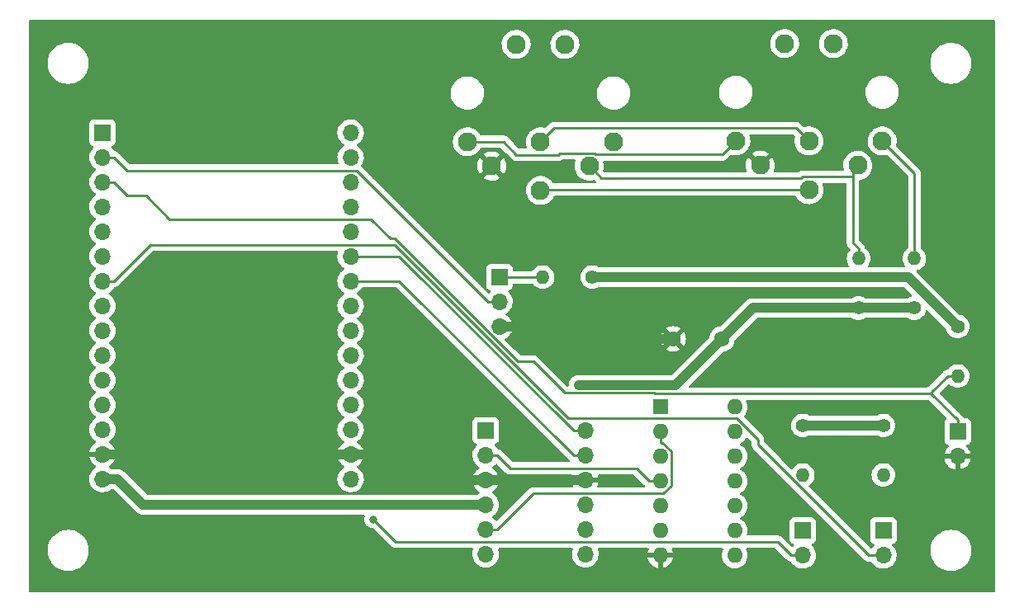
<source format=gbr>
%TF.GenerationSoftware,KiCad,Pcbnew,(6.0.11)*%
%TF.CreationDate,2024-07-28T13:45:37-05:00*%
%TF.ProjectId,iecprinter,69656370-7269-46e7-9465-722e6b696361,rev?*%
%TF.SameCoordinates,Original*%
%TF.FileFunction,Copper,L1,Top*%
%TF.FilePolarity,Positive*%
%FSLAX46Y46*%
G04 Gerber Fmt 4.6, Leading zero omitted, Abs format (unit mm)*
G04 Created by KiCad (PCBNEW (6.0.11)) date 2024-07-28 13:45:37*
%MOMM*%
%LPD*%
G01*
G04 APERTURE LIST*
%TA.AperFunction,ComponentPad*%
%ADD10R,1.700000X1.700000*%
%TD*%
%TA.AperFunction,ComponentPad*%
%ADD11O,1.700000X1.700000*%
%TD*%
%TA.AperFunction,ComponentPad*%
%ADD12C,1.400000*%
%TD*%
%TA.AperFunction,ComponentPad*%
%ADD13O,1.400000X1.400000*%
%TD*%
%TA.AperFunction,ComponentPad*%
%ADD14C,1.950000*%
%TD*%
%TA.AperFunction,ComponentPad*%
%ADD15C,1.600000*%
%TD*%
%TA.AperFunction,ComponentPad*%
%ADD16R,1.600000X1.600000*%
%TD*%
%TA.AperFunction,ComponentPad*%
%ADD17O,1.600000X1.600000*%
%TD*%
%TA.AperFunction,ViaPad*%
%ADD18C,0.800000*%
%TD*%
%TA.AperFunction,Conductor*%
%ADD19C,0.250000*%
%TD*%
%TA.AperFunction,Conductor*%
%ADD20C,1.000000*%
%TD*%
G04 APERTURE END LIST*
D10*
%TO.P,U5,1,RESET*%
%TO.N,unconnected-(U5-Pad1)*%
X99010000Y-53112500D03*
D11*
%TO.P,U5,2,GPIO36*%
%TO.N,ADDRESS_SWITCH*%
X99010000Y-55652500D03*
%TO.P,U5,3,GPIO39*%
%TO.N,ONLINE_SWITCH*%
X99010000Y-58192500D03*
%TO.P,U5,4,GPIO34*%
%TO.N,unconnected-(U5-Pad4)*%
X99010000Y-60732500D03*
%TO.P,U5,5,GPIO35*%
%TO.N,unconnected-(U5-Pad5)*%
X99010000Y-63272500D03*
%TO.P,U5,6,GPIO32*%
%TO.N,unconnected-(U5-Pad6)*%
X99010000Y-65812500D03*
%TO.P,U5,7,GPIO33*%
%TO.N,ONLINE_LED*%
X99010000Y-68352500D03*
%TO.P,U5,8,GPIO25*%
%TO.N,unconnected-(U5-Pad8)*%
X99010000Y-70892500D03*
%TO.P,U5,9,GPIO26*%
%TO.N,unconnected-(U5-Pad9)*%
X99010000Y-73432500D03*
%TO.P,U5,10,GPIO27*%
%TO.N,unconnected-(U5-Pad10)*%
X99010000Y-75972500D03*
%TO.P,U5,11,GPIO14*%
%TO.N,unconnected-(U5-Pad11)*%
X99010000Y-78512500D03*
%TO.P,U5,12,GPIO12*%
%TO.N,unconnected-(U5-Pad12)*%
X99010000Y-81052500D03*
%TO.P,U5,13,GPIO13*%
%TO.N,unconnected-(U5-Pad13)*%
X99010000Y-83592500D03*
%TO.P,U5,14,GND*%
%TO.N,GND*%
X99010000Y-86132500D03*
%TO.P,U5,15,VIN*%
%TO.N,+5V*%
X99010000Y-88672500D03*
%TO.P,U5,16,3.3V*%
%TO.N,+3.3V*%
X124450000Y-88672500D03*
%TO.P,U5,17,GND*%
%TO.N,GND*%
X124450000Y-86132500D03*
%TO.P,U5,18,GPIO15*%
%TO.N,unconnected-(U5-Pad18)*%
X124450000Y-83592500D03*
%TO.P,U5,19,GPIO2*%
%TO.N,unconnected-(U5-Pad19)*%
X124450000Y-81052500D03*
%TO.P,U5,20,GPIO4*%
%TO.N,BUSY_LED*%
X124450000Y-78512500D03*
%TO.P,U5,21,GPIO16*%
%TO.N,LV_ATN*%
X124450000Y-75972500D03*
%TO.P,U5,22,GPIO17*%
%TO.N,LV_DATA_IN*%
X124450000Y-73432500D03*
%TO.P,U5,23,GPIO5*%
%TO.N,unconnected-(U5-Pad23)*%
X124450000Y-70892500D03*
%TO.P,U5,24,GPIO18*%
%TO.N,LV_CLOCK_IN*%
X124450000Y-68352500D03*
%TO.P,U5,25,GPIO19*%
%TO.N,LV_SRQIN*%
X124450000Y-65812500D03*
%TO.P,U5,26,GPIO21*%
%TO.N,unconnected-(U5-Pad26)*%
X124450000Y-63272500D03*
%TO.P,U5,27,GPIO3*%
%TO.N,unconnected-(U5-Pad27)*%
X124450000Y-60732500D03*
%TO.P,U5,28,GPIO1*%
%TO.N,unconnected-(U5-Pad28)*%
X124450000Y-58192500D03*
%TO.P,U5,29,GPIO22*%
%TO.N,CLOCK_OUT*%
X124450000Y-55652500D03*
%TO.P,U5,30,GPIO23*%
%TO.N,DATA_OUT*%
X124450000Y-53112500D03*
%TD*%
D12*
%TO.P,R6,1*%
%TO.N,+3.3V*%
X170815000Y-83185000D03*
D13*
%TO.P,R6,2*%
%TO.N,Net-(J5-Pad1)*%
X170815000Y-88265000D03*
%TD*%
D12*
%TO.P,R5,1*%
%TO.N,+3.3V*%
X149225000Y-67945000D03*
D13*
%TO.P,R5,2*%
%TO.N,Net-(J6-Pad1)*%
X144145000Y-67945000D03*
%TD*%
D12*
%TO.P,R4,1*%
%TO.N,+3.3V*%
X186690000Y-73025000D03*
D13*
%TO.P,R4,2*%
%TO.N,ONLINE_SWITCH*%
X186690000Y-78105000D03*
%TD*%
D10*
%TO.P,J6,1,Pin_1*%
%TO.N,Net-(J6-Pad1)*%
X139700000Y-67960000D03*
D11*
%TO.P,J6,2,Pin_2*%
%TO.N,ADDRESS_SWITCH*%
X139700000Y-70500000D03*
%TO.P,J6,3,Pin_3*%
%TO.N,GND*%
X139700000Y-73040000D03*
%TD*%
D10*
%TO.P,J5,1,Pin_1*%
%TO.N,Net-(J5-Pad1)*%
X170815000Y-93975000D03*
D11*
%TO.P,J5,2,Pin_2*%
%TO.N,BUSY_LED*%
X170815000Y-96515000D03*
%TD*%
D10*
%TO.P,J4,1,Pin_1*%
%TO.N,ONLINE_SWITCH*%
X186690000Y-83815000D03*
D11*
%TO.P,J4,2,Pin_2*%
%TO.N,GND*%
X186690000Y-86355000D03*
%TD*%
D10*
%TO.P,J3,1,Pin_1*%
%TO.N,Net-(J3-Pad1)*%
X179070000Y-93975000D03*
D11*
%TO.P,J3,2,Pin_2*%
%TO.N,ONLINE_LED*%
X179070000Y-96515000D03*
%TD*%
D14*
%TO.P,J1,1*%
%TO.N,SQRIN*%
X136422500Y-54050000D03*
%TO.P,J1,2*%
%TO.N,GND*%
X138922500Y-56550000D03*
%TO.P,J1,3*%
%TO.N,ATN*%
X143922500Y-54050000D03*
%TO.P,J1,4*%
%TO.N,CLOCK_IN*%
X148922500Y-56550000D03*
%TO.P,J1,5*%
%TO.N,DATA_IN*%
X151422500Y-54050000D03*
%TO.P,J1,6*%
%TO.N,RESET*%
X143922500Y-59050000D03*
%TO.P,J1,S1*%
%TO.N,N/C*%
X146422500Y-44050000D03*
%TO.P,J1,S2*%
X141422500Y-44050000D03*
%TD*%
D15*
%TO.P,C1,1*%
%TO.N,+5V*%
X162520000Y-74295000D03*
%TO.P,C1,2*%
%TO.N,GND*%
X157520000Y-74295000D03*
%TD*%
D10*
%TO.P,U1,1,HV4*%
%TO.N,SQRIN*%
X138310000Y-83687500D03*
D11*
%TO.P,U1,2,HV3*%
%TO.N,CLOCK_IN*%
X138310000Y-86227500D03*
%TO.P,U1,3,GND*%
%TO.N,GND*%
X138310000Y-88767500D03*
%TO.P,U1,4,HV*%
%TO.N,+5V*%
X138310000Y-91307500D03*
%TO.P,U1,5,HV2*%
%TO.N,DATA_IN*%
X138310000Y-93847500D03*
%TO.P,U1,6,HV1*%
%TO.N,ATN*%
X138310000Y-96387500D03*
%TO.P,U1,7,LV1*%
%TO.N,LV_ATN*%
X148510000Y-96387500D03*
%TO.P,U1,8,LV2*%
%TO.N,LV_DATA_IN*%
X148510000Y-93887500D03*
%TO.P,U1,9,LV*%
%TO.N,+3.3V*%
X148510000Y-91347500D03*
%TO.P,U1,10,GND*%
%TO.N,GND*%
X148510000Y-88807500D03*
%TO.P,U1,11,LV3*%
%TO.N,LV_CLOCK_IN*%
X148510000Y-86267500D03*
%TO.P,U1,12,LV4*%
%TO.N,LV_SRQIN*%
X148510000Y-83727500D03*
%TD*%
D12*
%TO.P,R1,1*%
%TO.N,+5V*%
X176530000Y-71120000D03*
D13*
%TO.P,R1,2*%
%TO.N,CLOCK_IN*%
X176530000Y-66040000D03*
%TD*%
D12*
%TO.P,R3,1*%
%TO.N,+5V*%
X182245000Y-71120000D03*
D13*
%TO.P,R3,2*%
%TO.N,DATA_IN*%
X182245000Y-66040000D03*
%TD*%
D16*
%TO.P,U6,1*%
%TO.N,DATA_OUT*%
X156210000Y-81280000D03*
D17*
%TO.P,U6,2*%
%TO.N,DATA_IN*%
X156210000Y-83820000D03*
%TO.P,U6,3*%
%TO.N,CLOCK_OUT*%
X156210000Y-86360000D03*
%TO.P,U6,4*%
%TO.N,CLOCK_IN*%
X156210000Y-88900000D03*
%TO.P,U6,5*%
%TO.N,unconnected-(U6-Pad5)*%
X156210000Y-91440000D03*
%TO.P,U6,6*%
%TO.N,unconnected-(U6-Pad6)*%
X156210000Y-93980000D03*
%TO.P,U6,7,GND*%
%TO.N,GND*%
X156210000Y-96520000D03*
%TO.P,U6,8*%
%TO.N,unconnected-(U6-Pad8)*%
X163830000Y-96520000D03*
%TO.P,U6,9*%
%TO.N,unconnected-(U6-Pad9)*%
X163830000Y-93980000D03*
%TO.P,U6,10*%
%TO.N,unconnected-(U6-Pad10)*%
X163830000Y-91440000D03*
%TO.P,U6,11*%
%TO.N,unconnected-(U6-Pad11)*%
X163830000Y-88900000D03*
%TO.P,U6,12*%
%TO.N,unconnected-(U6-Pad12)*%
X163830000Y-86360000D03*
%TO.P,U6,13*%
%TO.N,unconnected-(U6-Pad13)*%
X163830000Y-83820000D03*
%TO.P,U6,14,VCC*%
%TO.N,+5V*%
X163830000Y-81280000D03*
%TD*%
D14*
%TO.P,J2,1*%
%TO.N,SQRIN*%
X163950000Y-53975000D03*
%TO.P,J2,2*%
%TO.N,GND*%
X166450000Y-56475000D03*
%TO.P,J2,3*%
%TO.N,ATN*%
X171450000Y-53975000D03*
%TO.P,J2,4*%
%TO.N,CLOCK_IN*%
X176450000Y-56475000D03*
%TO.P,J2,5*%
%TO.N,DATA_IN*%
X178950000Y-53975000D03*
%TO.P,J2,6*%
%TO.N,RESET*%
X171450000Y-58975000D03*
%TO.P,J2,S1*%
%TO.N,N/C*%
X173950000Y-43975000D03*
%TO.P,J2,S2*%
X168950000Y-43975000D03*
%TD*%
D12*
%TO.P,R2,1*%
%TO.N,+3.3V*%
X179070000Y-83185000D03*
D13*
%TO.P,R2,2*%
%TO.N,Net-(J3-Pad1)*%
X179070000Y-88265000D03*
%TD*%
D18*
%TO.N,BUSY_LED*%
X126770500Y-92801900D03*
%TO.N,+5V*%
X147819000Y-79011200D03*
%TD*%
D19*
%TO.N,LV_SRQIN*%
X148510000Y-83727500D02*
X147334900Y-83727500D01*
X129419900Y-65812500D02*
X147334900Y-83727500D01*
X124450000Y-65812500D02*
X129419900Y-65812500D01*
%TO.N,LV_CLOCK_IN*%
X148510000Y-86267500D02*
X147334900Y-86267500D01*
X129419900Y-68352500D02*
X147334900Y-86267500D01*
X124450000Y-68352500D02*
X129419900Y-68352500D01*
%TO.N,ADDRESS_SWITCH*%
X101549900Y-57017300D02*
X100185100Y-55652500D01*
X125042200Y-57017300D02*
X101549900Y-57017300D01*
X138524900Y-70500000D02*
X125042200Y-57017300D01*
X139700000Y-70500000D02*
X138524900Y-70500000D01*
X99010000Y-55652500D02*
X100185100Y-55652500D01*
%TO.N,Net-(J6-Pad1)*%
X143104900Y-67960000D02*
X143119900Y-67945000D01*
X139700000Y-67960000D02*
X143104900Y-67960000D01*
X144145000Y-67945000D02*
X143119900Y-67945000D01*
%TO.N,BUSY_LED*%
X129086100Y-95117500D02*
X126770500Y-92801900D01*
X168242400Y-95117500D02*
X129086100Y-95117500D01*
X169639900Y-96515000D02*
X168242400Y-95117500D01*
X170815000Y-96515000D02*
X169639900Y-96515000D01*
%TO.N,ONLINE_SWITCH*%
X186690000Y-78105000D02*
X185664900Y-78105000D01*
X186690000Y-83815000D02*
X186690000Y-82639900D01*
X186690000Y-82639900D02*
X183960500Y-79910300D01*
X184034400Y-79836400D02*
X183960500Y-79910300D01*
X184034400Y-79735500D02*
X184034400Y-79836400D01*
X185664900Y-78105000D02*
X184034400Y-79735500D01*
X101549900Y-59557300D02*
X100185100Y-58192500D01*
X103453200Y-59557300D02*
X101549900Y-59557300D01*
X105898400Y-62002500D02*
X103453200Y-59557300D01*
X126552300Y-62002500D02*
X105898400Y-62002500D01*
X128547100Y-63997300D02*
X126552300Y-62002500D01*
X128973200Y-63997300D02*
X128547100Y-63997300D01*
X141594500Y-76618600D02*
X128973200Y-63997300D01*
X143182900Y-76618600D02*
X141594500Y-76618600D01*
X146400700Y-79836400D02*
X143182900Y-76618600D01*
X155535200Y-79836400D02*
X146400700Y-79836400D01*
X155609200Y-79910400D02*
X155535200Y-79836400D01*
X183960400Y-79910400D02*
X155609200Y-79910400D01*
X183960500Y-79910300D02*
X183960400Y-79910400D01*
X99010000Y-58192500D02*
X100185100Y-58192500D01*
%TO.N,ONLINE_LED*%
X99010000Y-68352500D02*
X100185100Y-68352500D01*
X177579900Y-96515000D02*
X179070000Y-96515000D01*
X166215300Y-85150400D02*
X177579900Y-96515000D01*
X166215300Y-84613100D02*
X166215300Y-85150400D01*
X164007400Y-82405200D02*
X166215300Y-84613100D01*
X146744200Y-82405200D02*
X164007400Y-82405200D01*
X128952600Y-64613600D02*
X146744200Y-82405200D01*
X103924000Y-64613600D02*
X128952600Y-64613600D01*
X100185100Y-68352500D02*
X103924000Y-64613600D01*
%TO.N,RESET*%
X143997500Y-58975000D02*
X143922500Y-59050000D01*
X171450000Y-58975000D02*
X143997500Y-58975000D01*
%TO.N,DATA_IN*%
X182245000Y-57270000D02*
X182245000Y-66040000D01*
X178950000Y-53975000D02*
X182245000Y-57270000D01*
X156443100Y-84945100D02*
X156210000Y-84945100D01*
X157351500Y-85853500D02*
X156443100Y-84945100D01*
X157351500Y-89350200D02*
X157351500Y-85853500D01*
X156531700Y-90170000D02*
X157351500Y-89350200D01*
X143162600Y-90170000D02*
X156531700Y-90170000D01*
X139485100Y-93847500D02*
X143162600Y-90170000D01*
X138310000Y-93847500D02*
X139485100Y-93847500D01*
X156210000Y-83820000D02*
X156210000Y-84945100D01*
%TO.N,CLOCK_IN*%
X176530000Y-66040000D02*
X176530000Y-65014900D01*
X150186900Y-57814400D02*
X148922500Y-56550000D01*
X170625600Y-57814400D02*
X150186900Y-57814400D01*
X170793000Y-57647000D02*
X170625600Y-57814400D01*
X175960200Y-57647000D02*
X170793000Y-57647000D01*
X175960200Y-56964800D02*
X175960200Y-57647000D01*
X176450000Y-56475000D02*
X175960200Y-56964800D01*
X175960200Y-64445100D02*
X176530000Y-65014900D01*
X175960200Y-57647000D02*
X175960200Y-64445100D01*
X140849900Y-87592300D02*
X139485100Y-86227500D01*
X153777200Y-87592300D02*
X140849900Y-87592300D01*
X155084900Y-88900000D02*
X153777200Y-87592300D01*
X156210000Y-88900000D02*
X155084900Y-88900000D01*
X138310000Y-86227500D02*
X139485100Y-86227500D01*
%TO.N,ATN*%
X145315900Y-52656600D02*
X143922500Y-54050000D01*
X170131600Y-52656600D02*
X145315900Y-52656600D01*
X171450000Y-53975000D02*
X170131600Y-52656600D01*
%TO.N,SQRIN*%
X140122400Y-54050000D02*
X136422500Y-54050000D01*
X141466400Y-55394000D02*
X140122400Y-54050000D01*
X145739800Y-55394000D02*
X141466400Y-55394000D01*
X145904900Y-55228900D02*
X145739800Y-55394000D01*
X149440200Y-55228900D02*
X145904900Y-55228900D01*
X149565100Y-55353800D02*
X149440200Y-55228900D01*
X162571200Y-55353800D02*
X149565100Y-55353800D01*
X163950000Y-53975000D02*
X162571200Y-55353800D01*
D20*
%TO.N,+3.3V*%
X181610000Y-67945000D02*
X149225000Y-67945000D01*
X186690000Y-73025000D02*
X181610000Y-67945000D01*
X179070000Y-83185000D02*
X170815000Y-83185000D01*
%TO.N,GND*%
X142505100Y-74295000D02*
X141250100Y-73040000D01*
X157520000Y-74295000D02*
X142505100Y-74295000D01*
X139700000Y-73040000D02*
X141250100Y-73040000D01*
X124450000Y-86132500D02*
X99010000Y-86132500D01*
X124450000Y-86132500D02*
X126000100Y-86132500D01*
X128635100Y-88767500D02*
X138310000Y-88767500D01*
X126000100Y-86132500D02*
X128635100Y-88767500D01*
X146919900Y-88767500D02*
X146959900Y-88807500D01*
X138310000Y-88767500D02*
X146919900Y-88767500D01*
X148510000Y-88807500D02*
X146959900Y-88807500D01*
%TO.N,+5V*%
X182245000Y-71120000D02*
X176530000Y-71120000D01*
X99010000Y-88672500D02*
X100560100Y-88672500D01*
X165695000Y-71120000D02*
X162520000Y-74295000D01*
X176530000Y-71120000D02*
X165695000Y-71120000D01*
X157803800Y-79011200D02*
X147819000Y-79011200D01*
X162520000Y-74295000D02*
X157803800Y-79011200D01*
X103195100Y-91307500D02*
X100560100Y-88672500D01*
X136759900Y-91307500D02*
X103195100Y-91307500D01*
X138310000Y-91307500D02*
X136759900Y-91307500D01*
%TD*%
%TA.AperFunction,Conductor*%
%TO.N,GND*%
G36*
X190433621Y-41528502D02*
G01*
X190480114Y-41582158D01*
X190491500Y-41634500D01*
X190491500Y-100204000D01*
X190471498Y-100272121D01*
X190417842Y-100318614D01*
X190365500Y-100330000D01*
X91634500Y-100330000D01*
X91566379Y-100309998D01*
X91519886Y-100256342D01*
X91508500Y-100204000D01*
X91508500Y-96132703D01*
X93390743Y-96132703D01*
X93391302Y-96136947D01*
X93391302Y-96136951D01*
X93395656Y-96170022D01*
X93428268Y-96417734D01*
X93429401Y-96421874D01*
X93429401Y-96421876D01*
X93450415Y-96498689D01*
X93504129Y-96695036D01*
X93505813Y-96698984D01*
X93603260Y-96927443D01*
X93616923Y-96959476D01*
X93660080Y-97031586D01*
X93756438Y-97192588D01*
X93764561Y-97206161D01*
X93944313Y-97430528D01*
X94048457Y-97529357D01*
X94137896Y-97614231D01*
X94152851Y-97628423D01*
X94282416Y-97721525D01*
X94369601Y-97784174D01*
X94386317Y-97796186D01*
X94390112Y-97798195D01*
X94390113Y-97798196D01*
X94411869Y-97809715D01*
X94640392Y-97930712D01*
X94910373Y-98029511D01*
X95191264Y-98090755D01*
X95219841Y-98093004D01*
X95414282Y-98108307D01*
X95414291Y-98108307D01*
X95416739Y-98108500D01*
X95572271Y-98108500D01*
X95574407Y-98108354D01*
X95574418Y-98108354D01*
X95782548Y-98094165D01*
X95782554Y-98094164D01*
X95786825Y-98093873D01*
X95791020Y-98093004D01*
X95791022Y-98093004D01*
X95927584Y-98064723D01*
X96068342Y-98035574D01*
X96339343Y-97939607D01*
X96594812Y-97807750D01*
X96598313Y-97805289D01*
X96598317Y-97805287D01*
X96805254Y-97659849D01*
X96830023Y-97642441D01*
X97040622Y-97446740D01*
X97222713Y-97224268D01*
X97372927Y-96979142D01*
X97375086Y-96974225D01*
X97486757Y-96719830D01*
X97488483Y-96715898D01*
X97567244Y-96439406D01*
X97607751Y-96154784D01*
X97607844Y-96137207D01*
X97609235Y-95871583D01*
X97609235Y-95871576D01*
X97609257Y-95867297D01*
X97605885Y-95841680D01*
X97585030Y-95683277D01*
X97571732Y-95582266D01*
X97495871Y-95304964D01*
X97383077Y-95040524D01*
X97235439Y-94793839D01*
X97055687Y-94569472D01*
X96857332Y-94381240D01*
X96850258Y-94374527D01*
X96850255Y-94374525D01*
X96847149Y-94371577D01*
X96627026Y-94213402D01*
X96617172Y-94206321D01*
X96617171Y-94206320D01*
X96613683Y-94203814D01*
X96591843Y-94192250D01*
X96550649Y-94170439D01*
X96359608Y-94069288D01*
X96089627Y-93970489D01*
X95808736Y-93909245D01*
X95777685Y-93906801D01*
X95585718Y-93891693D01*
X95585709Y-93891693D01*
X95583261Y-93891500D01*
X95427729Y-93891500D01*
X95425593Y-93891646D01*
X95425582Y-93891646D01*
X95217452Y-93905835D01*
X95217446Y-93905836D01*
X95213175Y-93906127D01*
X95208980Y-93906996D01*
X95208978Y-93906996D01*
X95072416Y-93935277D01*
X94931658Y-93964426D01*
X94660657Y-94060393D01*
X94405188Y-94192250D01*
X94401687Y-94194711D01*
X94401683Y-94194713D01*
X94322881Y-94250096D01*
X94169977Y-94357559D01*
X94144498Y-94381236D01*
X93999151Y-94516301D01*
X93959378Y-94553260D01*
X93777287Y-94775732D01*
X93627073Y-95020858D01*
X93511517Y-95284102D01*
X93432756Y-95560594D01*
X93392249Y-95845216D01*
X93392227Y-95849505D01*
X93392226Y-95849512D01*
X93391015Y-96080720D01*
X93390743Y-96132703D01*
X91508500Y-96132703D01*
X91508500Y-88639195D01*
X97647251Y-88639195D01*
X97647548Y-88644348D01*
X97647548Y-88644351D01*
X97653011Y-88739090D01*
X97660110Y-88862215D01*
X97661247Y-88867261D01*
X97661248Y-88867267D01*
X97667391Y-88894525D01*
X97709222Y-89080139D01*
X97755578Y-89194301D01*
X97787846Y-89273767D01*
X97793266Y-89287116D01*
X97839826Y-89363096D01*
X97907210Y-89473056D01*
X97909987Y-89477588D01*
X97913367Y-89481490D01*
X98041333Y-89629217D01*
X98056250Y-89646438D01*
X98228126Y-89789132D01*
X98421000Y-89901838D01*
X98425825Y-89903680D01*
X98425826Y-89903681D01*
X98440690Y-89909357D01*
X98629692Y-89981530D01*
X98634760Y-89982561D01*
X98634763Y-89982562D01*
X98742017Y-90004383D01*
X98848597Y-90026067D01*
X98853772Y-90026257D01*
X98853774Y-90026257D01*
X99066673Y-90034064D01*
X99066677Y-90034064D01*
X99071837Y-90034253D01*
X99076957Y-90033597D01*
X99076959Y-90033597D01*
X99288288Y-90006525D01*
X99288289Y-90006525D01*
X99293416Y-90005868D01*
X99347743Y-89989569D01*
X99502429Y-89943161D01*
X99502434Y-89943159D01*
X99507384Y-89941674D01*
X99707994Y-89843396D01*
X99889860Y-89713673D01*
X99892886Y-89710657D01*
X99957588Y-89682070D01*
X99973976Y-89681000D01*
X100090175Y-89681000D01*
X100158296Y-89701002D01*
X100179270Y-89717905D01*
X102438245Y-91976879D01*
X102447347Y-91987022D01*
X102471068Y-92016525D01*
X102475796Y-92020492D01*
X102509521Y-92048791D01*
X102513169Y-92051972D01*
X102514981Y-92053615D01*
X102517175Y-92055809D01*
X102550449Y-92083142D01*
X102551247Y-92083804D01*
X102622574Y-92143654D01*
X102627244Y-92146222D01*
X102631361Y-92149603D01*
X102708546Y-92190989D01*
X102713220Y-92193495D01*
X102714380Y-92194124D01*
X102790489Y-92235966D01*
X102790494Y-92235968D01*
X102795887Y-92238933D01*
X102800965Y-92240544D01*
X102805663Y-92243063D01*
X102894598Y-92270253D01*
X102895802Y-92270628D01*
X102984406Y-92298735D01*
X102989697Y-92299328D01*
X102994798Y-92300888D01*
X103087411Y-92310295D01*
X103088531Y-92310415D01*
X103138327Y-92316000D01*
X103141856Y-92316000D01*
X103142839Y-92316055D01*
X103148526Y-92316503D01*
X103168783Y-92318560D01*
X103185436Y-92320252D01*
X103185439Y-92320252D01*
X103191563Y-92320874D01*
X103237212Y-92316559D01*
X103249069Y-92316000D01*
X125799702Y-92316000D01*
X125867823Y-92336002D01*
X125914316Y-92389658D01*
X125924420Y-92459932D01*
X125919537Y-92480928D01*
X125876958Y-92611972D01*
X125876268Y-92618533D01*
X125876268Y-92618535D01*
X125866655Y-92710000D01*
X125856996Y-92801900D01*
X125876958Y-92991828D01*
X125935973Y-93173456D01*
X125939276Y-93179178D01*
X125939277Y-93179179D01*
X125959485Y-93214180D01*
X126031460Y-93338844D01*
X126159247Y-93480766D01*
X126313748Y-93593018D01*
X126319776Y-93595702D01*
X126319778Y-93595703D01*
X126482181Y-93668009D01*
X126488212Y-93670694D01*
X126581612Y-93690547D01*
X126668556Y-93709028D01*
X126668561Y-93709028D01*
X126675013Y-93710400D01*
X126730906Y-93710400D01*
X126799027Y-93730402D01*
X126820001Y-93747305D01*
X128582448Y-95509753D01*
X128589988Y-95518039D01*
X128594100Y-95524518D01*
X128599877Y-95529943D01*
X128643751Y-95571143D01*
X128646593Y-95573898D01*
X128666330Y-95593635D01*
X128669527Y-95596115D01*
X128678547Y-95603818D01*
X128710779Y-95634086D01*
X128717725Y-95637905D01*
X128717728Y-95637907D01*
X128728534Y-95643848D01*
X128745053Y-95654699D01*
X128761059Y-95667114D01*
X128768328Y-95670259D01*
X128768332Y-95670262D01*
X128801637Y-95684674D01*
X128812287Y-95689891D01*
X128851040Y-95711195D01*
X128858715Y-95713166D01*
X128858716Y-95713166D01*
X128870662Y-95716233D01*
X128889367Y-95722637D01*
X128907955Y-95730681D01*
X128915778Y-95731920D01*
X128915788Y-95731923D01*
X128951624Y-95737599D01*
X128963244Y-95740005D01*
X128998389Y-95749028D01*
X129006070Y-95751000D01*
X129026324Y-95751000D01*
X129046034Y-95752551D01*
X129066043Y-95755720D01*
X129073935Y-95754974D01*
X129110061Y-95751559D01*
X129121919Y-95751000D01*
X136911527Y-95751000D01*
X136979648Y-95771002D01*
X137026141Y-95824658D01*
X137036245Y-95894932D01*
X137030745Y-95916682D01*
X137030688Y-95916805D01*
X136970989Y-96132070D01*
X136947251Y-96354195D01*
X136947548Y-96359348D01*
X136947548Y-96359351D01*
X136953011Y-96454090D01*
X136960110Y-96577215D01*
X136961247Y-96582261D01*
X136961248Y-96582267D01*
X136981119Y-96670439D01*
X137009222Y-96795139D01*
X137093266Y-97002116D01*
X137123957Y-97052199D01*
X137185405Y-97152473D01*
X137209987Y-97192588D01*
X137356250Y-97361438D01*
X137528126Y-97504132D01*
X137721000Y-97616838D01*
X137725825Y-97618680D01*
X137725826Y-97618681D01*
X137766576Y-97634242D01*
X137929692Y-97696530D01*
X137934760Y-97697561D01*
X137934763Y-97697562D01*
X138042017Y-97719383D01*
X138148597Y-97741067D01*
X138153772Y-97741257D01*
X138153774Y-97741257D01*
X138366673Y-97749064D01*
X138366677Y-97749064D01*
X138371837Y-97749253D01*
X138376957Y-97748597D01*
X138376959Y-97748597D01*
X138588288Y-97721525D01*
X138588289Y-97721525D01*
X138593416Y-97720868D01*
X138598366Y-97719383D01*
X138802429Y-97658161D01*
X138802434Y-97658159D01*
X138807384Y-97656674D01*
X139007994Y-97558396D01*
X139189860Y-97428673D01*
X139224362Y-97394292D01*
X139298825Y-97320088D01*
X139348096Y-97270989D01*
X139383818Y-97221277D01*
X139475435Y-97093777D01*
X139478453Y-97089577D01*
X139480948Y-97084530D01*
X139575136Y-96893953D01*
X139575137Y-96893951D01*
X139577430Y-96889311D01*
X139622002Y-96742607D01*
X139640865Y-96680523D01*
X139640865Y-96680521D01*
X139642370Y-96675569D01*
X139671529Y-96454090D01*
X139673156Y-96387500D01*
X139654852Y-96164861D01*
X139600431Y-95948202D01*
X139591318Y-95927243D01*
X139582497Y-95856797D01*
X139613163Y-95792765D01*
X139673579Y-95755477D01*
X139706867Y-95751000D01*
X147111527Y-95751000D01*
X147179648Y-95771002D01*
X147226141Y-95824658D01*
X147236245Y-95894932D01*
X147230745Y-95916682D01*
X147230688Y-95916805D01*
X147170989Y-96132070D01*
X147147251Y-96354195D01*
X147147548Y-96359348D01*
X147147548Y-96359351D01*
X147153011Y-96454090D01*
X147160110Y-96577215D01*
X147161247Y-96582261D01*
X147161248Y-96582267D01*
X147181119Y-96670439D01*
X147209222Y-96795139D01*
X147293266Y-97002116D01*
X147323957Y-97052199D01*
X147385405Y-97152473D01*
X147409987Y-97192588D01*
X147556250Y-97361438D01*
X147728126Y-97504132D01*
X147921000Y-97616838D01*
X147925825Y-97618680D01*
X147925826Y-97618681D01*
X147966576Y-97634242D01*
X148129692Y-97696530D01*
X148134760Y-97697561D01*
X148134763Y-97697562D01*
X148242017Y-97719383D01*
X148348597Y-97741067D01*
X148353772Y-97741257D01*
X148353774Y-97741257D01*
X148566673Y-97749064D01*
X148566677Y-97749064D01*
X148571837Y-97749253D01*
X148576957Y-97748597D01*
X148576959Y-97748597D01*
X148788288Y-97721525D01*
X148788289Y-97721525D01*
X148793416Y-97720868D01*
X148798366Y-97719383D01*
X149002429Y-97658161D01*
X149002434Y-97658159D01*
X149007384Y-97656674D01*
X149207994Y-97558396D01*
X149389860Y-97428673D01*
X149424362Y-97394292D01*
X149498825Y-97320088D01*
X149548096Y-97270989D01*
X149583818Y-97221277D01*
X149675435Y-97093777D01*
X149678453Y-97089577D01*
X149680948Y-97084530D01*
X149775136Y-96893953D01*
X149775137Y-96893951D01*
X149777430Y-96889311D01*
X149808660Y-96786522D01*
X154927273Y-96786522D01*
X154974764Y-96963761D01*
X154978510Y-96974053D01*
X155070586Y-97171511D01*
X155076069Y-97181007D01*
X155201028Y-97359467D01*
X155208084Y-97367875D01*
X155362125Y-97521916D01*
X155370533Y-97528972D01*
X155548993Y-97653931D01*
X155558489Y-97659414D01*
X155755947Y-97751490D01*
X155766239Y-97755236D01*
X155938503Y-97801394D01*
X155952599Y-97801058D01*
X155956000Y-97793116D01*
X155956000Y-97787967D01*
X156464000Y-97787967D01*
X156467973Y-97801498D01*
X156476522Y-97802727D01*
X156653761Y-97755236D01*
X156664053Y-97751490D01*
X156861511Y-97659414D01*
X156871007Y-97653931D01*
X157049467Y-97528972D01*
X157057875Y-97521916D01*
X157211916Y-97367875D01*
X157218972Y-97359467D01*
X157343931Y-97181007D01*
X157349414Y-97171511D01*
X157441490Y-96974053D01*
X157445236Y-96963761D01*
X157491394Y-96791497D01*
X157491058Y-96777401D01*
X157483116Y-96774000D01*
X156482115Y-96774000D01*
X156466876Y-96778475D01*
X156465671Y-96779865D01*
X156464000Y-96787548D01*
X156464000Y-97787967D01*
X155956000Y-97787967D01*
X155956000Y-96792115D01*
X155951525Y-96776876D01*
X155950135Y-96775671D01*
X155942452Y-96774000D01*
X154942033Y-96774000D01*
X154928502Y-96777973D01*
X154927273Y-96786522D01*
X149808660Y-96786522D01*
X149822002Y-96742607D01*
X149840865Y-96680523D01*
X149840865Y-96680521D01*
X149842370Y-96675569D01*
X149871529Y-96454090D01*
X149873156Y-96387500D01*
X149854852Y-96164861D01*
X149800431Y-95948202D01*
X149791318Y-95927243D01*
X149782497Y-95856797D01*
X149813163Y-95792765D01*
X149873579Y-95755477D01*
X149906867Y-95751000D01*
X154927592Y-95751000D01*
X154995713Y-95771002D01*
X155042206Y-95824658D01*
X155052310Y-95894932D01*
X155041787Y-95930250D01*
X154978510Y-96065947D01*
X154974764Y-96076239D01*
X154928606Y-96248503D01*
X154928942Y-96262599D01*
X154936884Y-96266000D01*
X157477967Y-96266000D01*
X157491498Y-96262027D01*
X157492727Y-96253478D01*
X157445236Y-96076239D01*
X157441490Y-96065947D01*
X157378213Y-95930250D01*
X157367552Y-95860059D01*
X157396532Y-95795246D01*
X157455952Y-95756389D01*
X157492408Y-95751000D01*
X162547040Y-95751000D01*
X162615161Y-95771002D01*
X162661654Y-95824658D01*
X162671758Y-95894932D01*
X162661235Y-95930250D01*
X162595716Y-96070757D01*
X162594294Y-96076065D01*
X162594293Y-96076067D01*
X162570501Y-96164861D01*
X162536457Y-96291913D01*
X162516502Y-96520000D01*
X162536457Y-96748087D01*
X162537881Y-96753400D01*
X162537881Y-96753402D01*
X162584516Y-96927443D01*
X162595716Y-96969243D01*
X162598039Y-96974224D01*
X162598039Y-96974225D01*
X162690151Y-97171762D01*
X162690154Y-97171767D01*
X162692477Y-97176749D01*
X162728074Y-97227586D01*
X162795577Y-97323990D01*
X162823802Y-97364300D01*
X162985700Y-97526198D01*
X162990208Y-97529355D01*
X162990211Y-97529357D01*
X163031683Y-97558396D01*
X163173251Y-97657523D01*
X163178233Y-97659846D01*
X163178238Y-97659849D01*
X163369968Y-97749253D01*
X163380757Y-97754284D01*
X163386065Y-97755706D01*
X163386067Y-97755707D01*
X163596598Y-97812119D01*
X163596600Y-97812119D01*
X163601913Y-97813543D01*
X163830000Y-97833498D01*
X164058087Y-97813543D01*
X164063400Y-97812119D01*
X164063402Y-97812119D01*
X164273933Y-97755707D01*
X164273935Y-97755706D01*
X164279243Y-97754284D01*
X164290032Y-97749253D01*
X164481762Y-97659849D01*
X164481767Y-97659846D01*
X164486749Y-97657523D01*
X164628317Y-97558396D01*
X164669789Y-97529357D01*
X164669792Y-97529355D01*
X164674300Y-97526198D01*
X164836198Y-97364300D01*
X164864424Y-97323990D01*
X164931926Y-97227586D01*
X164967523Y-97176749D01*
X164969846Y-97171767D01*
X164969849Y-97171762D01*
X165061961Y-96974225D01*
X165061961Y-96974224D01*
X165064284Y-96969243D01*
X165075485Y-96927443D01*
X165122119Y-96753402D01*
X165122119Y-96753400D01*
X165123543Y-96748087D01*
X165143498Y-96520000D01*
X165123543Y-96291913D01*
X165089499Y-96164861D01*
X165065707Y-96076067D01*
X165065706Y-96076065D01*
X165064284Y-96070757D01*
X164998765Y-95930250D01*
X164988104Y-95860058D01*
X165017084Y-95795245D01*
X165076504Y-95756389D01*
X165112960Y-95751000D01*
X167927806Y-95751000D01*
X167995927Y-95771002D01*
X168016901Y-95787905D01*
X169136243Y-96907247D01*
X169143787Y-96915537D01*
X169147900Y-96922018D01*
X169153677Y-96927443D01*
X169197567Y-96968658D01*
X169200409Y-96971413D01*
X169220130Y-96991134D01*
X169223325Y-96993612D01*
X169232347Y-97001318D01*
X169264579Y-97031586D01*
X169271528Y-97035406D01*
X169282332Y-97041346D01*
X169298856Y-97052199D01*
X169314859Y-97064613D01*
X169355443Y-97082176D01*
X169366073Y-97087383D01*
X169404840Y-97108695D01*
X169412517Y-97110666D01*
X169412522Y-97110668D01*
X169424458Y-97113732D01*
X169443166Y-97120137D01*
X169461755Y-97128181D01*
X169469580Y-97129420D01*
X169469582Y-97129421D01*
X169505419Y-97135097D01*
X169517040Y-97137504D01*
X169552189Y-97146528D01*
X169554168Y-97147036D01*
X169559869Y-97148500D01*
X169559633Y-97149420D01*
X169618412Y-97175054D01*
X169644979Y-97205845D01*
X169714987Y-97320088D01*
X169861250Y-97488938D01*
X170008610Y-97611279D01*
X170015307Y-97616838D01*
X170033126Y-97631632D01*
X170226000Y-97744338D01*
X170230825Y-97746180D01*
X170230826Y-97746181D01*
X170252046Y-97754284D01*
X170434692Y-97824030D01*
X170439760Y-97825061D01*
X170439763Y-97825062D01*
X170481228Y-97833498D01*
X170653597Y-97868567D01*
X170658772Y-97868757D01*
X170658774Y-97868757D01*
X170871673Y-97876564D01*
X170871677Y-97876564D01*
X170876837Y-97876753D01*
X170881957Y-97876097D01*
X170881959Y-97876097D01*
X171093288Y-97849025D01*
X171093289Y-97849025D01*
X171098416Y-97848368D01*
X171147980Y-97833498D01*
X171307429Y-97785661D01*
X171307434Y-97785659D01*
X171312384Y-97784174D01*
X171512994Y-97685896D01*
X171694860Y-97556173D01*
X171853096Y-97398489D01*
X171983453Y-97217077D01*
X171987611Y-97208665D01*
X172080136Y-97021453D01*
X172080137Y-97021451D01*
X172082430Y-97016811D01*
X172147370Y-96803069D01*
X172176529Y-96581590D01*
X172178156Y-96515000D01*
X172159852Y-96292361D01*
X172105431Y-96075702D01*
X172016354Y-95870840D01*
X171942312Y-95756389D01*
X171897822Y-95687617D01*
X171897820Y-95687614D01*
X171895014Y-95683277D01*
X171891532Y-95679450D01*
X171747798Y-95521488D01*
X171716746Y-95457642D01*
X171725141Y-95387143D01*
X171770317Y-95332375D01*
X171796761Y-95318706D01*
X171903297Y-95278767D01*
X171911705Y-95275615D01*
X172028261Y-95188261D01*
X172115615Y-95071705D01*
X172166745Y-94935316D01*
X172173500Y-94873134D01*
X172173500Y-93076866D01*
X172166745Y-93014684D01*
X172115615Y-92878295D01*
X172028261Y-92761739D01*
X171911705Y-92674385D01*
X171775316Y-92623255D01*
X171713134Y-92616500D01*
X169916866Y-92616500D01*
X169854684Y-92623255D01*
X169718295Y-92674385D01*
X169601739Y-92761739D01*
X169514385Y-92878295D01*
X169463255Y-93014684D01*
X169456500Y-93076866D01*
X169456500Y-94873134D01*
X169463255Y-94935316D01*
X169514385Y-95071705D01*
X169601739Y-95188261D01*
X169718295Y-95275615D01*
X169726704Y-95278767D01*
X169726705Y-95278768D01*
X169835451Y-95319535D01*
X169892216Y-95362176D01*
X169916916Y-95428738D01*
X169901709Y-95498087D01*
X169882315Y-95524569D01*
X169806715Y-95603679D01*
X169745191Y-95639108D01*
X169674279Y-95635651D01*
X169626527Y-95605722D01*
X168746052Y-94725247D01*
X168738512Y-94716961D01*
X168734400Y-94710482D01*
X168684748Y-94663856D01*
X168681907Y-94661102D01*
X168662170Y-94641365D01*
X168658973Y-94638885D01*
X168649951Y-94631180D01*
X168623500Y-94606341D01*
X168617721Y-94600914D01*
X168610775Y-94597095D01*
X168610772Y-94597093D01*
X168599966Y-94591152D01*
X168583447Y-94580301D01*
X168573794Y-94572814D01*
X168567441Y-94567886D01*
X168560172Y-94564741D01*
X168560168Y-94564738D01*
X168526863Y-94550326D01*
X168516213Y-94545109D01*
X168477460Y-94523805D01*
X168457837Y-94518767D01*
X168439134Y-94512363D01*
X168427820Y-94507467D01*
X168427819Y-94507467D01*
X168420545Y-94504319D01*
X168412722Y-94503080D01*
X168412712Y-94503077D01*
X168376876Y-94497401D01*
X168365256Y-94494995D01*
X168330111Y-94485972D01*
X168330110Y-94485972D01*
X168322430Y-94484000D01*
X168302176Y-94484000D01*
X168282465Y-94482449D01*
X168270286Y-94480520D01*
X168262457Y-94479280D01*
X168254565Y-94480026D01*
X168218439Y-94483441D01*
X168206581Y-94484000D01*
X165213819Y-94484000D01*
X165145698Y-94463998D01*
X165099205Y-94410342D01*
X165089101Y-94340068D01*
X165092112Y-94325389D01*
X165122119Y-94213402D01*
X165122119Y-94213400D01*
X165123543Y-94208087D01*
X165143498Y-93980000D01*
X165123543Y-93751913D01*
X165100217Y-93664861D01*
X165065707Y-93536067D01*
X165065706Y-93536065D01*
X165064284Y-93530757D01*
X165028128Y-93453220D01*
X164969849Y-93328238D01*
X164969846Y-93328233D01*
X164967523Y-93323251D01*
X164888154Y-93209901D01*
X164839357Y-93140211D01*
X164839355Y-93140208D01*
X164836198Y-93135700D01*
X164674300Y-92973802D01*
X164669792Y-92970645D01*
X164669789Y-92970643D01*
X164591611Y-92915902D01*
X164486749Y-92842477D01*
X164481767Y-92840154D01*
X164481762Y-92840151D01*
X164447543Y-92824195D01*
X164394258Y-92777278D01*
X164374797Y-92709001D01*
X164395339Y-92641041D01*
X164447543Y-92595805D01*
X164481762Y-92579849D01*
X164481767Y-92579846D01*
X164486749Y-92577523D01*
X164628317Y-92478396D01*
X164669789Y-92449357D01*
X164669792Y-92449355D01*
X164674300Y-92446198D01*
X164836198Y-92284300D01*
X164866699Y-92240741D01*
X164899539Y-92193840D01*
X164967523Y-92096749D01*
X164969846Y-92091767D01*
X164969849Y-92091762D01*
X165061961Y-91894225D01*
X165061961Y-91894224D01*
X165064284Y-91889243D01*
X165123543Y-91668087D01*
X165143498Y-91440000D01*
X165123543Y-91211913D01*
X165098872Y-91119839D01*
X165065707Y-90996067D01*
X165065706Y-90996065D01*
X165064284Y-90990757D01*
X165050033Y-90960195D01*
X164969849Y-90788238D01*
X164969846Y-90788233D01*
X164967523Y-90783251D01*
X164836198Y-90595700D01*
X164674300Y-90433802D01*
X164669792Y-90430645D01*
X164669789Y-90430643D01*
X164591611Y-90375902D01*
X164486749Y-90302477D01*
X164481767Y-90300154D01*
X164481762Y-90300151D01*
X164447543Y-90284195D01*
X164394258Y-90237278D01*
X164374797Y-90169001D01*
X164395339Y-90101041D01*
X164447543Y-90055805D01*
X164481762Y-90039849D01*
X164481767Y-90039846D01*
X164486749Y-90037523D01*
X164645016Y-89926703D01*
X164669789Y-89909357D01*
X164669792Y-89909355D01*
X164674300Y-89906198D01*
X164836198Y-89744300D01*
X164849348Y-89725521D01*
X164953904Y-89576199D01*
X164967523Y-89556749D01*
X164969846Y-89551767D01*
X164969849Y-89551762D01*
X165061961Y-89354225D01*
X165061961Y-89354224D01*
X165064284Y-89349243D01*
X165104955Y-89197460D01*
X165122119Y-89133402D01*
X165122119Y-89133400D01*
X165123543Y-89128087D01*
X165143498Y-88900000D01*
X165123543Y-88671913D01*
X165080187Y-88510107D01*
X165065707Y-88456067D01*
X165065706Y-88456065D01*
X165064284Y-88450757D01*
X165048576Y-88417070D01*
X164969849Y-88248238D01*
X164969846Y-88248233D01*
X164967523Y-88243251D01*
X164845115Y-88068435D01*
X164839357Y-88060211D01*
X164839355Y-88060208D01*
X164836198Y-88055700D01*
X164674300Y-87893802D01*
X164669792Y-87890645D01*
X164669789Y-87890643D01*
X164584507Y-87830928D01*
X164486749Y-87762477D01*
X164481767Y-87760154D01*
X164481762Y-87760151D01*
X164447543Y-87744195D01*
X164394258Y-87697278D01*
X164374797Y-87629001D01*
X164395339Y-87561041D01*
X164447543Y-87515805D01*
X164481762Y-87499849D01*
X164481767Y-87499846D01*
X164486749Y-87497523D01*
X164603380Y-87415857D01*
X164669789Y-87369357D01*
X164669792Y-87369355D01*
X164674300Y-87366198D01*
X164836198Y-87204300D01*
X164853316Y-87179854D01*
X164906659Y-87103671D01*
X164967523Y-87016749D01*
X164969846Y-87011767D01*
X164969849Y-87011762D01*
X165061961Y-86814225D01*
X165061961Y-86814224D01*
X165064284Y-86809243D01*
X165075530Y-86767275D01*
X165122119Y-86593402D01*
X165122119Y-86593400D01*
X165123543Y-86588087D01*
X165143498Y-86360000D01*
X165123543Y-86131913D01*
X165114195Y-86097027D01*
X165065707Y-85916067D01*
X165065706Y-85916065D01*
X165064284Y-85910757D01*
X165049841Y-85879783D01*
X164969849Y-85708238D01*
X164969846Y-85708233D01*
X164967523Y-85703251D01*
X164872547Y-85567612D01*
X164839357Y-85520211D01*
X164839355Y-85520208D01*
X164836198Y-85515700D01*
X164674300Y-85353802D01*
X164669792Y-85350645D01*
X164669789Y-85350643D01*
X164567796Y-85279227D01*
X164486749Y-85222477D01*
X164481767Y-85220154D01*
X164481762Y-85220151D01*
X164447543Y-85204195D01*
X164394258Y-85157278D01*
X164374797Y-85089001D01*
X164395339Y-85021041D01*
X164447543Y-84975805D01*
X164481762Y-84959849D01*
X164481767Y-84959846D01*
X164486749Y-84957523D01*
X164603883Y-84875505D01*
X164669789Y-84829357D01*
X164669792Y-84829355D01*
X164674300Y-84826198D01*
X164836198Y-84664300D01*
X164839360Y-84659785D01*
X164967523Y-84476749D01*
X164968624Y-84477520D01*
X165015332Y-84432980D01*
X165085045Y-84419540D01*
X165150957Y-84445923D01*
X165162169Y-84455875D01*
X165544895Y-84838601D01*
X165578921Y-84900913D01*
X165581800Y-84927696D01*
X165581800Y-85071633D01*
X165581273Y-85082816D01*
X165579598Y-85090309D01*
X165579847Y-85098235D01*
X165579847Y-85098236D01*
X165581738Y-85158386D01*
X165581800Y-85162345D01*
X165581800Y-85190256D01*
X165582297Y-85194190D01*
X165582297Y-85194191D01*
X165582305Y-85194256D01*
X165583238Y-85206093D01*
X165584627Y-85250289D01*
X165590278Y-85269739D01*
X165594287Y-85289100D01*
X165595318Y-85297257D01*
X165596826Y-85309197D01*
X165599745Y-85316568D01*
X165599745Y-85316570D01*
X165613104Y-85350312D01*
X165616949Y-85361542D01*
X165625684Y-85391609D01*
X165629282Y-85403993D01*
X165633315Y-85410812D01*
X165633317Y-85410817D01*
X165639593Y-85421428D01*
X165648288Y-85439176D01*
X165655748Y-85458017D01*
X165660410Y-85464433D01*
X165660410Y-85464434D01*
X165681736Y-85493787D01*
X165688252Y-85503707D01*
X165698013Y-85520211D01*
X165710758Y-85541762D01*
X165725079Y-85556083D01*
X165737919Y-85571116D01*
X165749828Y-85587507D01*
X165772754Y-85606473D01*
X165783905Y-85615698D01*
X165792684Y-85623688D01*
X177076243Y-96907247D01*
X177083787Y-96915537D01*
X177087900Y-96922018D01*
X177093677Y-96927443D01*
X177137567Y-96968658D01*
X177140409Y-96971413D01*
X177160130Y-96991134D01*
X177163325Y-96993612D01*
X177172347Y-97001318D01*
X177204579Y-97031586D01*
X177211528Y-97035406D01*
X177222332Y-97041346D01*
X177238856Y-97052199D01*
X177254859Y-97064613D01*
X177295443Y-97082176D01*
X177306073Y-97087383D01*
X177344840Y-97108695D01*
X177352517Y-97110666D01*
X177352522Y-97110668D01*
X177364458Y-97113732D01*
X177383166Y-97120137D01*
X177401755Y-97128181D01*
X177409580Y-97129420D01*
X177409582Y-97129421D01*
X177445419Y-97135097D01*
X177457040Y-97137504D01*
X177492189Y-97146528D01*
X177499870Y-97148500D01*
X177520131Y-97148500D01*
X177539840Y-97150051D01*
X177559843Y-97153219D01*
X177567735Y-97152473D01*
X177572962Y-97151979D01*
X177603854Y-97149059D01*
X177615711Y-97148500D01*
X177794274Y-97148500D01*
X177862395Y-97168502D01*
X177901707Y-97208665D01*
X177969987Y-97320088D01*
X178116250Y-97488938D01*
X178263610Y-97611279D01*
X178270307Y-97616838D01*
X178288126Y-97631632D01*
X178481000Y-97744338D01*
X178485825Y-97746180D01*
X178485826Y-97746181D01*
X178507046Y-97754284D01*
X178689692Y-97824030D01*
X178694760Y-97825061D01*
X178694763Y-97825062D01*
X178736228Y-97833498D01*
X178908597Y-97868567D01*
X178913772Y-97868757D01*
X178913774Y-97868757D01*
X179126673Y-97876564D01*
X179126677Y-97876564D01*
X179131837Y-97876753D01*
X179136957Y-97876097D01*
X179136959Y-97876097D01*
X179348288Y-97849025D01*
X179348289Y-97849025D01*
X179353416Y-97848368D01*
X179402980Y-97833498D01*
X179562429Y-97785661D01*
X179562434Y-97785659D01*
X179567384Y-97784174D01*
X179767994Y-97685896D01*
X179949860Y-97556173D01*
X180108096Y-97398489D01*
X180238453Y-97217077D01*
X180242611Y-97208665D01*
X180335136Y-97021453D01*
X180335137Y-97021451D01*
X180337430Y-97016811D01*
X180402370Y-96803069D01*
X180431529Y-96581590D01*
X180433156Y-96515000D01*
X180414852Y-96292361D01*
X180374749Y-96132703D01*
X183890743Y-96132703D01*
X183891302Y-96136947D01*
X183891302Y-96136951D01*
X183895656Y-96170022D01*
X183928268Y-96417734D01*
X183929401Y-96421874D01*
X183929401Y-96421876D01*
X183950415Y-96498689D01*
X184004129Y-96695036D01*
X184005813Y-96698984D01*
X184103260Y-96927443D01*
X184116923Y-96959476D01*
X184160080Y-97031586D01*
X184256438Y-97192588D01*
X184264561Y-97206161D01*
X184444313Y-97430528D01*
X184548457Y-97529357D01*
X184637896Y-97614231D01*
X184652851Y-97628423D01*
X184782416Y-97721525D01*
X184869601Y-97784174D01*
X184886317Y-97796186D01*
X184890112Y-97798195D01*
X184890113Y-97798196D01*
X184911869Y-97809715D01*
X185140392Y-97930712D01*
X185410373Y-98029511D01*
X185691264Y-98090755D01*
X185719841Y-98093004D01*
X185914282Y-98108307D01*
X185914291Y-98108307D01*
X185916739Y-98108500D01*
X186072271Y-98108500D01*
X186074407Y-98108354D01*
X186074418Y-98108354D01*
X186282548Y-98094165D01*
X186282554Y-98094164D01*
X186286825Y-98093873D01*
X186291020Y-98093004D01*
X186291022Y-98093004D01*
X186427584Y-98064723D01*
X186568342Y-98035574D01*
X186839343Y-97939607D01*
X187094812Y-97807750D01*
X187098313Y-97805289D01*
X187098317Y-97805287D01*
X187305254Y-97659849D01*
X187330023Y-97642441D01*
X187540622Y-97446740D01*
X187722713Y-97224268D01*
X187872927Y-96979142D01*
X187875086Y-96974225D01*
X187986757Y-96719830D01*
X187988483Y-96715898D01*
X188067244Y-96439406D01*
X188107751Y-96154784D01*
X188107844Y-96137207D01*
X188109235Y-95871583D01*
X188109235Y-95871576D01*
X188109257Y-95867297D01*
X188105885Y-95841680D01*
X188085030Y-95683277D01*
X188071732Y-95582266D01*
X187995871Y-95304964D01*
X187883077Y-95040524D01*
X187735439Y-94793839D01*
X187555687Y-94569472D01*
X187357332Y-94381240D01*
X187350258Y-94374527D01*
X187350255Y-94374525D01*
X187347149Y-94371577D01*
X187127026Y-94213402D01*
X187117172Y-94206321D01*
X187117171Y-94206320D01*
X187113683Y-94203814D01*
X187091843Y-94192250D01*
X187050649Y-94170439D01*
X186859608Y-94069288D01*
X186589627Y-93970489D01*
X186308736Y-93909245D01*
X186277685Y-93906801D01*
X186085718Y-93891693D01*
X186085709Y-93891693D01*
X186083261Y-93891500D01*
X185927729Y-93891500D01*
X185925593Y-93891646D01*
X185925582Y-93891646D01*
X185717452Y-93905835D01*
X185717446Y-93905836D01*
X185713175Y-93906127D01*
X185708980Y-93906996D01*
X185708978Y-93906996D01*
X185572416Y-93935277D01*
X185431658Y-93964426D01*
X185160657Y-94060393D01*
X184905188Y-94192250D01*
X184901687Y-94194711D01*
X184901683Y-94194713D01*
X184822881Y-94250096D01*
X184669977Y-94357559D01*
X184644498Y-94381236D01*
X184499151Y-94516301D01*
X184459378Y-94553260D01*
X184277287Y-94775732D01*
X184127073Y-95020858D01*
X184011517Y-95284102D01*
X183932756Y-95560594D01*
X183892249Y-95845216D01*
X183892227Y-95849505D01*
X183892226Y-95849512D01*
X183891015Y-96080720D01*
X183890743Y-96132703D01*
X180374749Y-96132703D01*
X180360431Y-96075702D01*
X180271354Y-95870840D01*
X180197312Y-95756389D01*
X180152822Y-95687617D01*
X180152820Y-95687614D01*
X180150014Y-95683277D01*
X180146532Y-95679450D01*
X180002798Y-95521488D01*
X179971746Y-95457642D01*
X179980141Y-95387143D01*
X180025317Y-95332375D01*
X180051761Y-95318706D01*
X180158297Y-95278767D01*
X180166705Y-95275615D01*
X180283261Y-95188261D01*
X180370615Y-95071705D01*
X180421745Y-94935316D01*
X180428500Y-94873134D01*
X180428500Y-93076866D01*
X180421745Y-93014684D01*
X180370615Y-92878295D01*
X180283261Y-92761739D01*
X180166705Y-92674385D01*
X180030316Y-92623255D01*
X179968134Y-92616500D01*
X178171866Y-92616500D01*
X178109684Y-92623255D01*
X177973295Y-92674385D01*
X177856739Y-92761739D01*
X177769385Y-92878295D01*
X177718255Y-93014684D01*
X177711500Y-93076866D01*
X177711500Y-94873134D01*
X177718255Y-94935316D01*
X177769385Y-95071705D01*
X177856739Y-95188261D01*
X177973295Y-95275615D01*
X177981704Y-95278767D01*
X177981705Y-95278768D01*
X178090451Y-95319535D01*
X178147216Y-95362176D01*
X178171916Y-95428738D01*
X178156709Y-95498087D01*
X178137316Y-95524568D01*
X178111409Y-95551678D01*
X178029007Y-95637907D01*
X178010629Y-95657138D01*
X178007715Y-95661410D01*
X178007714Y-95661411D01*
X177937062Y-95764983D01*
X177882151Y-95809986D01*
X177811626Y-95818157D01*
X177743879Y-95783074D01*
X171442357Y-89481552D01*
X171408331Y-89419240D01*
X171413396Y-89348425D01*
X171459181Y-89289245D01*
X171594776Y-89194301D01*
X171744301Y-89044776D01*
X171865589Y-88871558D01*
X171954956Y-88679910D01*
X171988828Y-88553500D01*
X172008262Y-88480970D01*
X172008262Y-88480968D01*
X172009686Y-88475655D01*
X172028116Y-88265000D01*
X177856884Y-88265000D01*
X177875314Y-88475655D01*
X177876738Y-88480968D01*
X177876738Y-88480970D01*
X177896173Y-88553500D01*
X177930044Y-88679910D01*
X178019411Y-88871558D01*
X178140699Y-89044776D01*
X178290224Y-89194301D01*
X178463442Y-89315589D01*
X178468420Y-89317910D01*
X178468423Y-89317912D01*
X178615069Y-89386294D01*
X178655090Y-89404956D01*
X178660398Y-89406378D01*
X178660400Y-89406379D01*
X178854030Y-89458262D01*
X178854032Y-89458262D01*
X178859345Y-89459686D01*
X179070000Y-89478116D01*
X179280655Y-89459686D01*
X179285968Y-89458262D01*
X179285970Y-89458262D01*
X179479600Y-89406379D01*
X179479602Y-89406378D01*
X179484910Y-89404956D01*
X179524931Y-89386294D01*
X179671577Y-89317912D01*
X179671580Y-89317910D01*
X179676558Y-89315589D01*
X179849776Y-89194301D01*
X179999301Y-89044776D01*
X180120589Y-88871558D01*
X180209956Y-88679910D01*
X180243828Y-88553500D01*
X180263262Y-88480970D01*
X180263262Y-88480968D01*
X180264686Y-88475655D01*
X180283116Y-88265000D01*
X180264686Y-88054345D01*
X180245984Y-87984547D01*
X180211379Y-87855400D01*
X180211378Y-87855398D01*
X180209956Y-87850090D01*
X180202350Y-87833778D01*
X180122912Y-87663423D01*
X180122910Y-87663420D01*
X180120589Y-87658442D01*
X179999301Y-87485224D01*
X179849776Y-87335699D01*
X179676558Y-87214411D01*
X179671580Y-87212090D01*
X179671577Y-87212088D01*
X179489892Y-87127367D01*
X179489891Y-87127366D01*
X179484910Y-87125044D01*
X179479602Y-87123622D01*
X179479600Y-87123621D01*
X179285970Y-87071738D01*
X179285968Y-87071738D01*
X179280655Y-87070314D01*
X179070000Y-87051884D01*
X178859345Y-87070314D01*
X178854032Y-87071738D01*
X178854030Y-87071738D01*
X178660400Y-87123621D01*
X178660398Y-87123622D01*
X178655090Y-87125044D01*
X178650109Y-87127366D01*
X178650108Y-87127367D01*
X178468423Y-87212088D01*
X178468420Y-87212090D01*
X178463442Y-87214411D01*
X178290224Y-87335699D01*
X178140699Y-87485224D01*
X178019411Y-87658442D01*
X178017090Y-87663420D01*
X178017088Y-87663423D01*
X177937650Y-87833778D01*
X177930044Y-87850090D01*
X177928622Y-87855398D01*
X177928621Y-87855400D01*
X177894016Y-87984547D01*
X177875314Y-88054345D01*
X177856884Y-88265000D01*
X172028116Y-88265000D01*
X172009686Y-88054345D01*
X171990984Y-87984547D01*
X171956379Y-87855400D01*
X171956378Y-87855398D01*
X171954956Y-87850090D01*
X171947350Y-87833778D01*
X171867912Y-87663423D01*
X171867910Y-87663420D01*
X171865589Y-87658442D01*
X171744301Y-87485224D01*
X171594776Y-87335699D01*
X171421558Y-87214411D01*
X171416580Y-87212090D01*
X171416577Y-87212088D01*
X171234892Y-87127367D01*
X171234891Y-87127366D01*
X171229910Y-87125044D01*
X171224602Y-87123622D01*
X171224600Y-87123621D01*
X171030970Y-87071738D01*
X171030968Y-87071738D01*
X171025655Y-87070314D01*
X170815000Y-87051884D01*
X170604345Y-87070314D01*
X170599032Y-87071738D01*
X170599030Y-87071738D01*
X170405400Y-87123621D01*
X170405398Y-87123622D01*
X170400090Y-87125044D01*
X170395109Y-87127366D01*
X170395108Y-87127367D01*
X170213423Y-87212088D01*
X170213420Y-87212090D01*
X170208442Y-87214411D01*
X170035224Y-87335699D01*
X169885699Y-87485224D01*
X169790755Y-87620819D01*
X169735300Y-87665147D01*
X169664680Y-87672456D01*
X169598448Y-87637643D01*
X168583771Y-86622966D01*
X185358257Y-86622966D01*
X185388565Y-86757446D01*
X185391645Y-86767275D01*
X185471770Y-86964603D01*
X185476413Y-86973794D01*
X185587694Y-87155388D01*
X185593777Y-87163699D01*
X185733213Y-87324667D01*
X185740580Y-87331883D01*
X185904434Y-87467916D01*
X185912881Y-87473831D01*
X186096756Y-87581279D01*
X186106042Y-87585729D01*
X186305001Y-87661703D01*
X186314899Y-87664579D01*
X186418250Y-87685606D01*
X186432299Y-87684410D01*
X186436000Y-87674065D01*
X186436000Y-87673517D01*
X186944000Y-87673517D01*
X186948064Y-87687359D01*
X186961478Y-87689393D01*
X186968184Y-87688534D01*
X186978262Y-87686392D01*
X187182255Y-87625191D01*
X187191842Y-87621433D01*
X187383095Y-87527739D01*
X187391945Y-87522464D01*
X187565328Y-87398792D01*
X187573200Y-87392139D01*
X187724052Y-87241812D01*
X187730730Y-87233965D01*
X187855003Y-87061020D01*
X187860313Y-87052183D01*
X187954670Y-86861267D01*
X187958469Y-86851672D01*
X188020377Y-86647910D01*
X188022555Y-86637837D01*
X188023986Y-86626962D01*
X188021775Y-86612778D01*
X188008617Y-86609000D01*
X186962115Y-86609000D01*
X186946876Y-86613475D01*
X186945671Y-86614865D01*
X186944000Y-86622548D01*
X186944000Y-87673517D01*
X186436000Y-87673517D01*
X186436000Y-86627115D01*
X186431525Y-86611876D01*
X186430135Y-86610671D01*
X186422452Y-86609000D01*
X185373225Y-86609000D01*
X185359694Y-86612973D01*
X185358257Y-86622966D01*
X168583771Y-86622966D01*
X166885705Y-84924900D01*
X166851679Y-84862588D01*
X166848800Y-84835805D01*
X166848800Y-84691867D01*
X166849327Y-84680684D01*
X166851002Y-84673191D01*
X166848862Y-84605114D01*
X166848800Y-84601155D01*
X166848800Y-84573244D01*
X166848295Y-84569244D01*
X166847362Y-84557401D01*
X166846222Y-84521129D01*
X166845973Y-84513210D01*
X166840322Y-84493758D01*
X166836314Y-84474406D01*
X166834767Y-84462163D01*
X166833774Y-84454303D01*
X166830856Y-84446932D01*
X166817500Y-84413197D01*
X166813655Y-84401970D01*
X166811104Y-84393189D01*
X166801318Y-84359507D01*
X166795699Y-84350005D01*
X166791007Y-84342072D01*
X166782312Y-84324324D01*
X166774852Y-84305483D01*
X166766929Y-84294577D01*
X166748864Y-84269713D01*
X166742348Y-84259793D01*
X166723880Y-84228565D01*
X166723878Y-84228562D01*
X166719842Y-84221738D01*
X166705521Y-84207417D01*
X166692680Y-84192383D01*
X166685431Y-84182406D01*
X166680772Y-84175993D01*
X166646695Y-84147802D01*
X166637916Y-84139812D01*
X165683104Y-83185000D01*
X169601884Y-83185000D01*
X169620314Y-83395655D01*
X169621738Y-83400968D01*
X169621738Y-83400970D01*
X169650959Y-83510022D01*
X169675044Y-83599910D01*
X169764411Y-83791558D01*
X169885699Y-83964776D01*
X170035224Y-84114301D01*
X170208442Y-84235589D01*
X170213420Y-84237910D01*
X170213423Y-84237912D01*
X170395108Y-84322633D01*
X170400090Y-84324956D01*
X170405398Y-84326378D01*
X170405400Y-84326379D01*
X170599030Y-84378262D01*
X170599032Y-84378262D01*
X170604345Y-84379686D01*
X170815000Y-84398116D01*
X171025655Y-84379686D01*
X171030968Y-84378262D01*
X171030970Y-84378262D01*
X171224600Y-84326379D01*
X171224602Y-84326378D01*
X171229910Y-84324956D01*
X171234892Y-84322633D01*
X171416573Y-84237914D01*
X171416577Y-84237912D01*
X171421558Y-84235589D01*
X171426060Y-84232437D01*
X171426063Y-84232435D01*
X171449126Y-84216286D01*
X171521396Y-84193500D01*
X178363604Y-84193500D01*
X178435874Y-84216286D01*
X178458937Y-84232435D01*
X178458940Y-84232437D01*
X178463442Y-84235589D01*
X178468423Y-84237912D01*
X178468427Y-84237914D01*
X178650108Y-84322633D01*
X178655090Y-84324956D01*
X178660398Y-84326378D01*
X178660400Y-84326379D01*
X178854030Y-84378262D01*
X178854032Y-84378262D01*
X178859345Y-84379686D01*
X179070000Y-84398116D01*
X179280655Y-84379686D01*
X179285968Y-84378262D01*
X179285970Y-84378262D01*
X179479600Y-84326379D01*
X179479602Y-84326378D01*
X179484910Y-84324956D01*
X179489892Y-84322633D01*
X179671577Y-84237912D01*
X179671580Y-84237910D01*
X179676558Y-84235589D01*
X179849776Y-84114301D01*
X179999301Y-83964776D01*
X180120589Y-83791558D01*
X180209956Y-83599910D01*
X180234042Y-83510022D01*
X180263262Y-83400970D01*
X180263262Y-83400968D01*
X180264686Y-83395655D01*
X180283116Y-83185000D01*
X180264686Y-82974345D01*
X180232623Y-82854684D01*
X180211379Y-82775400D01*
X180211378Y-82775398D01*
X180209956Y-82770090D01*
X180193612Y-82735040D01*
X180122912Y-82583423D01*
X180122910Y-82583420D01*
X180120589Y-82578442D01*
X179999301Y-82405224D01*
X179849776Y-82255699D01*
X179676558Y-82134411D01*
X179671580Y-82132090D01*
X179671577Y-82132088D01*
X179489892Y-82047367D01*
X179489891Y-82047366D01*
X179484910Y-82045044D01*
X179479602Y-82043622D01*
X179479600Y-82043621D01*
X179285970Y-81991738D01*
X179285968Y-81991738D01*
X179280655Y-81990314D01*
X179070000Y-81971884D01*
X178859345Y-81990314D01*
X178854032Y-81991738D01*
X178854030Y-81991738D01*
X178660400Y-82043621D01*
X178660398Y-82043622D01*
X178655090Y-82045044D01*
X178650109Y-82047366D01*
X178650108Y-82047367D01*
X178468427Y-82132086D01*
X178468423Y-82132088D01*
X178463442Y-82134411D01*
X178458940Y-82137563D01*
X178458937Y-82137565D01*
X178435874Y-82153714D01*
X178363604Y-82176500D01*
X171521396Y-82176500D01*
X171449126Y-82153714D01*
X171426063Y-82137565D01*
X171426060Y-82137563D01*
X171421558Y-82134411D01*
X171416577Y-82132088D01*
X171416573Y-82132086D01*
X171234892Y-82047367D01*
X171234891Y-82047366D01*
X171229910Y-82045044D01*
X171224602Y-82043622D01*
X171224600Y-82043621D01*
X171030970Y-81991738D01*
X171030968Y-81991738D01*
X171025655Y-81990314D01*
X170815000Y-81971884D01*
X170604345Y-81990314D01*
X170599032Y-81991738D01*
X170599030Y-81991738D01*
X170405400Y-82043621D01*
X170405398Y-82043622D01*
X170400090Y-82045044D01*
X170395109Y-82047366D01*
X170395108Y-82047367D01*
X170213423Y-82132088D01*
X170213420Y-82132090D01*
X170208442Y-82134411D01*
X170035224Y-82255699D01*
X169885699Y-82405224D01*
X169764411Y-82578442D01*
X169762090Y-82583420D01*
X169762088Y-82583423D01*
X169691388Y-82735040D01*
X169675044Y-82770090D01*
X169673622Y-82775398D01*
X169673621Y-82775400D01*
X169652377Y-82854684D01*
X169620314Y-82974345D01*
X169601884Y-83185000D01*
X165683104Y-83185000D01*
X164818396Y-82320292D01*
X164784370Y-82257980D01*
X164789435Y-82187165D01*
X164818396Y-82142102D01*
X164836198Y-82124300D01*
X164857644Y-82093673D01*
X164930016Y-81990314D01*
X164967523Y-81936749D01*
X164969846Y-81931767D01*
X164969849Y-81931762D01*
X165061961Y-81734225D01*
X165061961Y-81734224D01*
X165064284Y-81729243D01*
X165068417Y-81713821D01*
X165122119Y-81513402D01*
X165122119Y-81513400D01*
X165123543Y-81508087D01*
X165143498Y-81280000D01*
X165123543Y-81051913D01*
X165064284Y-80830757D01*
X165014106Y-80723149D01*
X165003445Y-80652958D01*
X165032425Y-80588146D01*
X165091845Y-80549289D01*
X165128301Y-80543900D01*
X183645997Y-80543900D01*
X183714118Y-80563902D01*
X183735092Y-80580805D01*
X185533583Y-82379361D01*
X185567606Y-82441672D01*
X185562540Y-82512488D01*
X185520050Y-82569279D01*
X185483920Y-82596357D01*
X185476739Y-82601739D01*
X185389385Y-82718295D01*
X185338255Y-82854684D01*
X185331500Y-82916866D01*
X185331500Y-84713134D01*
X185338255Y-84775316D01*
X185389385Y-84911705D01*
X185476739Y-85028261D01*
X185593295Y-85115615D01*
X185601704Y-85118767D01*
X185601705Y-85118768D01*
X185710960Y-85159726D01*
X185767725Y-85202367D01*
X185792425Y-85268929D01*
X185777218Y-85338278D01*
X185757825Y-85364759D01*
X185634590Y-85493717D01*
X185628104Y-85501727D01*
X185508098Y-85677649D01*
X185503000Y-85686623D01*
X185413338Y-85879783D01*
X185409775Y-85889470D01*
X185354389Y-86089183D01*
X185355912Y-86097607D01*
X185368292Y-86101000D01*
X188008344Y-86101000D01*
X188021875Y-86097027D01*
X188023180Y-86087947D01*
X187981214Y-85920875D01*
X187977894Y-85911124D01*
X187892972Y-85715814D01*
X187888105Y-85706739D01*
X187772426Y-85527926D01*
X187766136Y-85519757D01*
X187622293Y-85361677D01*
X187591241Y-85297831D01*
X187599635Y-85227333D01*
X187644812Y-85172564D01*
X187671256Y-85158895D01*
X187778297Y-85118767D01*
X187786705Y-85115615D01*
X187903261Y-85028261D01*
X187990615Y-84911705D01*
X188041745Y-84775316D01*
X188048500Y-84713134D01*
X188048500Y-82916866D01*
X188041745Y-82854684D01*
X187990615Y-82718295D01*
X187903261Y-82601739D01*
X187786705Y-82514385D01*
X187650316Y-82463255D01*
X187588134Y-82456500D01*
X187388078Y-82456500D01*
X187319957Y-82436498D01*
X187276905Y-82385798D01*
X187276024Y-82386319D01*
X187272988Y-82381185D01*
X187272986Y-82381183D01*
X187265709Y-82368877D01*
X187257011Y-82351121D01*
X187252472Y-82339656D01*
X187252469Y-82339651D01*
X187249552Y-82332283D01*
X187241823Y-82321644D01*
X187223571Y-82296523D01*
X187217052Y-82286599D01*
X187198583Y-82255368D01*
X187198582Y-82255366D01*
X187194549Y-82248547D01*
X187188946Y-82242943D01*
X187180222Y-82234219D01*
X187167387Y-82219192D01*
X187155472Y-82202793D01*
X187121399Y-82174605D01*
X187112631Y-82166626D01*
X187111832Y-82165827D01*
X184895038Y-79948951D01*
X184861015Y-79886640D01*
X184866081Y-79815824D01*
X184895041Y-79770764D01*
X185681769Y-78984036D01*
X185744081Y-78950010D01*
X185814896Y-78955075D01*
X185859959Y-78984036D01*
X185910224Y-79034301D01*
X186083442Y-79155589D01*
X186088420Y-79157910D01*
X186088423Y-79157912D01*
X186260372Y-79238093D01*
X186275090Y-79244956D01*
X186280398Y-79246378D01*
X186280400Y-79246379D01*
X186474030Y-79298262D01*
X186474032Y-79298262D01*
X186479345Y-79299686D01*
X186690000Y-79318116D01*
X186900655Y-79299686D01*
X186905968Y-79298262D01*
X186905970Y-79298262D01*
X187099600Y-79246379D01*
X187099602Y-79246378D01*
X187104910Y-79244956D01*
X187119628Y-79238093D01*
X187291577Y-79157912D01*
X187291580Y-79157910D01*
X187296558Y-79155589D01*
X187469776Y-79034301D01*
X187619301Y-78884776D01*
X187740589Y-78711558D01*
X187829956Y-78519910D01*
X187850156Y-78444525D01*
X187883262Y-78320970D01*
X187883262Y-78320968D01*
X187884686Y-78315655D01*
X187903116Y-78105000D01*
X187884686Y-77894345D01*
X187829956Y-77690090D01*
X187815417Y-77658911D01*
X187742912Y-77503423D01*
X187742910Y-77503420D01*
X187740589Y-77498442D01*
X187619301Y-77325224D01*
X187469776Y-77175699D01*
X187296558Y-77054411D01*
X187291580Y-77052090D01*
X187291577Y-77052088D01*
X187109892Y-76967367D01*
X187109891Y-76967366D01*
X187104910Y-76965044D01*
X187099602Y-76963622D01*
X187099600Y-76963621D01*
X186905970Y-76911738D01*
X186905968Y-76911738D01*
X186900655Y-76910314D01*
X186690000Y-76891884D01*
X186479345Y-76910314D01*
X186474032Y-76911738D01*
X186474030Y-76911738D01*
X186280400Y-76963621D01*
X186280398Y-76963622D01*
X186275090Y-76965044D01*
X186270109Y-76967366D01*
X186270108Y-76967367D01*
X186088423Y-77052088D01*
X186088420Y-77052090D01*
X186083442Y-77054411D01*
X185910224Y-77175699D01*
X185760699Y-77325224D01*
X185694540Y-77419709D01*
X185639086Y-77464036D01*
X185595289Y-77473375D01*
X185572930Y-77474078D01*
X185565010Y-77474327D01*
X185547354Y-77479456D01*
X185545558Y-77479978D01*
X185526206Y-77483986D01*
X185519135Y-77484880D01*
X185506103Y-77486526D01*
X185498734Y-77489443D01*
X185498732Y-77489444D01*
X185464997Y-77502800D01*
X185453769Y-77506645D01*
X185411307Y-77518982D01*
X185404485Y-77523016D01*
X185404479Y-77523019D01*
X185393868Y-77529294D01*
X185376118Y-77537990D01*
X185364656Y-77542528D01*
X185364651Y-77542531D01*
X185357283Y-77545448D01*
X185350868Y-77550109D01*
X185321525Y-77571427D01*
X185311607Y-77577943D01*
X185292919Y-77588995D01*
X185273537Y-77600458D01*
X185259213Y-77614782D01*
X185244181Y-77627621D01*
X185227793Y-77639528D01*
X185215293Y-77654638D01*
X185199612Y-77673593D01*
X185191622Y-77682373D01*
X183642147Y-79231848D01*
X183633865Y-79239386D01*
X183627382Y-79243500D01*
X183622934Y-79248237D01*
X183558282Y-79275995D01*
X183543204Y-79276900D01*
X159268525Y-79276900D01*
X159200404Y-79256898D01*
X159153911Y-79203242D01*
X159143807Y-79132968D01*
X159173301Y-79068388D01*
X159179430Y-79061805D01*
X162611116Y-75630118D01*
X162673428Y-75596092D01*
X162689227Y-75593692D01*
X162748087Y-75588543D01*
X162935894Y-75538220D01*
X162963933Y-75530707D01*
X162963935Y-75530706D01*
X162969243Y-75529284D01*
X163017467Y-75506797D01*
X163171762Y-75434849D01*
X163171767Y-75434846D01*
X163176749Y-75432523D01*
X163318754Y-75333090D01*
X163359789Y-75304357D01*
X163359792Y-75304355D01*
X163364300Y-75301198D01*
X163526198Y-75139300D01*
X163657523Y-74951749D01*
X163659846Y-74946767D01*
X163659849Y-74946762D01*
X163751961Y-74749225D01*
X163751961Y-74749224D01*
X163754284Y-74744243D01*
X163758332Y-74729138D01*
X163775841Y-74663790D01*
X163813543Y-74523087D01*
X163818692Y-74464231D01*
X163844555Y-74398113D01*
X163855118Y-74386117D01*
X164955592Y-73285643D01*
X166075829Y-72165405D01*
X166138141Y-72131380D01*
X166164924Y-72128500D01*
X175823604Y-72128500D01*
X175895874Y-72151286D01*
X175918937Y-72167435D01*
X175918940Y-72167437D01*
X175923442Y-72170589D01*
X175928423Y-72172912D01*
X175928427Y-72172914D01*
X176070512Y-72239169D01*
X176115090Y-72259956D01*
X176120398Y-72261378D01*
X176120400Y-72261379D01*
X176314030Y-72313262D01*
X176314032Y-72313262D01*
X176319345Y-72314686D01*
X176530000Y-72333116D01*
X176740655Y-72314686D01*
X176745968Y-72313262D01*
X176745970Y-72313262D01*
X176939600Y-72261379D01*
X176939602Y-72261378D01*
X176944910Y-72259956D01*
X176989488Y-72239169D01*
X177131573Y-72172914D01*
X177131577Y-72172912D01*
X177136558Y-72170589D01*
X177141060Y-72167437D01*
X177141063Y-72167435D01*
X177164126Y-72151286D01*
X177236396Y-72128500D01*
X181538604Y-72128500D01*
X181610874Y-72151286D01*
X181633937Y-72167435D01*
X181633940Y-72167437D01*
X181638442Y-72170589D01*
X181643423Y-72172912D01*
X181643427Y-72172914D01*
X181785512Y-72239169D01*
X181830090Y-72259956D01*
X181835398Y-72261378D01*
X181835400Y-72261379D01*
X182029030Y-72313262D01*
X182029032Y-72313262D01*
X182034345Y-72314686D01*
X182245000Y-72333116D01*
X182455655Y-72314686D01*
X182460968Y-72313262D01*
X182460970Y-72313262D01*
X182654600Y-72261379D01*
X182654602Y-72261378D01*
X182659910Y-72259956D01*
X182704488Y-72239169D01*
X182846577Y-72172912D01*
X182846580Y-72172910D01*
X182851558Y-72170589D01*
X183024776Y-72049301D01*
X183174301Y-71899776D01*
X183295589Y-71726558D01*
X183307279Y-71701490D01*
X183382633Y-71539892D01*
X183382634Y-71539891D01*
X183384956Y-71534910D01*
X183386379Y-71529600D01*
X183410618Y-71439139D01*
X183447570Y-71378516D01*
X183511431Y-71347495D01*
X183581925Y-71355923D01*
X183621420Y-71382655D01*
X185479087Y-73240322D01*
X185511699Y-73296806D01*
X185550044Y-73439910D01*
X185595165Y-73536672D01*
X185616670Y-73582789D01*
X185639411Y-73631558D01*
X185760699Y-73804776D01*
X185910224Y-73954301D01*
X186083442Y-74075589D01*
X186088420Y-74077910D01*
X186088423Y-74077912D01*
X186209942Y-74134577D01*
X186275090Y-74164956D01*
X186280398Y-74166378D01*
X186280400Y-74166379D01*
X186474030Y-74218262D01*
X186474032Y-74218262D01*
X186479345Y-74219686D01*
X186690000Y-74238116D01*
X186900655Y-74219686D01*
X186905968Y-74218262D01*
X186905970Y-74218262D01*
X187099600Y-74166379D01*
X187099602Y-74166378D01*
X187104910Y-74164956D01*
X187170058Y-74134577D01*
X187291577Y-74077912D01*
X187291580Y-74077910D01*
X187296558Y-74075589D01*
X187469776Y-73954301D01*
X187619301Y-73804776D01*
X187740589Y-73631558D01*
X187763331Y-73582789D01*
X187827633Y-73444892D01*
X187827634Y-73444891D01*
X187829956Y-73439910D01*
X187884686Y-73235655D01*
X187903116Y-73025000D01*
X187884686Y-72814345D01*
X187876553Y-72783992D01*
X187831379Y-72615400D01*
X187831378Y-72615398D01*
X187829956Y-72610090D01*
X187815417Y-72578911D01*
X187742912Y-72423423D01*
X187742910Y-72423420D01*
X187740589Y-72418442D01*
X187619301Y-72245224D01*
X187469776Y-72095699D01*
X187296558Y-71974411D01*
X187291580Y-71972090D01*
X187291577Y-71972088D01*
X187109892Y-71887367D01*
X187109891Y-71887366D01*
X187104910Y-71885044D01*
X187099602Y-71883622D01*
X187099600Y-71883621D01*
X187020890Y-71862531D01*
X186961806Y-71846700D01*
X186905323Y-71814088D01*
X184711886Y-69620651D01*
X182507654Y-67416420D01*
X182473628Y-67354108D01*
X182478693Y-67283293D01*
X182521240Y-67226457D01*
X182564138Y-67205618D01*
X182654600Y-67181379D01*
X182654602Y-67181378D01*
X182659910Y-67179956D01*
X182704488Y-67159169D01*
X182846577Y-67092912D01*
X182846580Y-67092910D01*
X182851558Y-67090589D01*
X183024776Y-66969301D01*
X183174301Y-66819776D01*
X183295589Y-66646558D01*
X183307279Y-66621490D01*
X183382633Y-66459892D01*
X183382634Y-66459891D01*
X183384956Y-66454910D01*
X183387344Y-66446000D01*
X183438262Y-66255970D01*
X183438262Y-66255968D01*
X183439686Y-66250655D01*
X183458116Y-66040000D01*
X183439686Y-65829345D01*
X183436074Y-65815865D01*
X183386379Y-65630400D01*
X183386378Y-65630398D01*
X183384956Y-65625090D01*
X183370935Y-65595022D01*
X183297912Y-65438423D01*
X183297910Y-65438420D01*
X183295589Y-65433442D01*
X183174301Y-65260224D01*
X183024776Y-65110699D01*
X182932230Y-65045898D01*
X182887901Y-64990441D01*
X182878500Y-64942685D01*
X182878500Y-57348768D01*
X182879027Y-57337585D01*
X182880702Y-57330092D01*
X182880127Y-57311780D01*
X182878562Y-57262002D01*
X182878500Y-57258044D01*
X182878500Y-57230144D01*
X182877996Y-57226153D01*
X182877063Y-57214311D01*
X182876594Y-57199370D01*
X182875674Y-57170111D01*
X182873461Y-57162493D01*
X182870021Y-57150652D01*
X182866012Y-57131293D01*
X182864578Y-57119943D01*
X182863474Y-57111203D01*
X182860558Y-57103837D01*
X182860556Y-57103831D01*
X182847200Y-57070098D01*
X182843355Y-57058868D01*
X182833230Y-57024017D01*
X182833230Y-57024016D01*
X182831019Y-57016407D01*
X182820705Y-56998966D01*
X182812008Y-56981213D01*
X182807472Y-56969758D01*
X182804552Y-56962383D01*
X182785280Y-56935857D01*
X182778563Y-56926612D01*
X182772047Y-56916692D01*
X182753578Y-56885463D01*
X182749542Y-56878638D01*
X182735221Y-56864317D01*
X182722380Y-56849283D01*
X182710472Y-56832893D01*
X182676395Y-56804702D01*
X182667616Y-56796712D01*
X180401422Y-54530517D01*
X180367396Y-54468205D01*
X180369959Y-54404795D01*
X180404966Y-54289575D01*
X180426933Y-54122717D01*
X180436370Y-54051038D01*
X180436370Y-54051034D01*
X180436807Y-54047717D01*
X180437713Y-54010634D01*
X180438502Y-53978365D01*
X180438502Y-53978361D01*
X180438584Y-53975000D01*
X180418596Y-53731876D01*
X180359167Y-53495280D01*
X180278649Y-53310102D01*
X180263954Y-53276305D01*
X180263952Y-53276302D01*
X180261894Y-53271568D01*
X180157026Y-53109467D01*
X180132200Y-53071091D01*
X180132198Y-53071088D01*
X180129390Y-53066748D01*
X180030543Y-52958116D01*
X179968690Y-52890141D01*
X179968688Y-52890140D01*
X179965212Y-52886319D01*
X179961161Y-52883120D01*
X179961157Y-52883116D01*
X179777825Y-52738329D01*
X179777821Y-52738327D01*
X179773770Y-52735127D01*
X179560205Y-52617233D01*
X179555336Y-52615509D01*
X179555332Y-52615507D01*
X179335127Y-52537528D01*
X179335123Y-52537527D01*
X179330252Y-52535802D01*
X179325159Y-52534895D01*
X179325156Y-52534894D01*
X179095177Y-52493928D01*
X179095171Y-52493927D01*
X179090088Y-52493022D01*
X179010380Y-52492048D01*
X178851332Y-52490105D01*
X178851330Y-52490105D01*
X178846162Y-52490042D01*
X178605024Y-52526941D01*
X178373150Y-52602729D01*
X178368558Y-52605119D01*
X178368559Y-52605119D01*
X178229077Y-52677729D01*
X178156769Y-52715370D01*
X178152636Y-52718473D01*
X178152633Y-52718475D01*
X178030565Y-52810127D01*
X177961690Y-52861840D01*
X177793153Y-53038204D01*
X177790239Y-53042476D01*
X177790238Y-53042477D01*
X177770719Y-53071091D01*
X177655684Y-53239726D01*
X177624332Y-53307267D01*
X177556066Y-53454334D01*
X177552974Y-53460995D01*
X177487783Y-53696067D01*
X177461860Y-53938631D01*
X177462157Y-53943783D01*
X177462157Y-53943787D01*
X177470383Y-54086438D01*
X177475903Y-54182171D01*
X177477040Y-54187217D01*
X177477041Y-54187223D01*
X177501223Y-54294527D01*
X177529533Y-54420147D01*
X177531475Y-54424929D01*
X177531476Y-54424933D01*
X177616859Y-54635205D01*
X177621311Y-54646169D01*
X177748772Y-54854166D01*
X177908492Y-55038553D01*
X178014006Y-55126152D01*
X178090880Y-55189974D01*
X178096183Y-55194377D01*
X178306804Y-55317453D01*
X178311629Y-55319295D01*
X178311630Y-55319296D01*
X178358364Y-55337142D01*
X178534698Y-55404478D01*
X178539764Y-55405509D01*
X178539765Y-55405509D01*
X178768667Y-55452080D01*
X178768671Y-55452080D01*
X178773746Y-55453113D01*
X178778922Y-55453303D01*
X178778924Y-55453303D01*
X179012363Y-55461863D01*
X179012367Y-55461863D01*
X179017527Y-55462052D01*
X179022647Y-55461396D01*
X179022649Y-55461396D01*
X179099377Y-55451567D01*
X179259494Y-55431055D01*
X179380222Y-55394835D01*
X179451215Y-55394418D01*
X179505522Y-55426426D01*
X181574595Y-57495499D01*
X181608621Y-57557811D01*
X181611500Y-57584594D01*
X181611500Y-64942685D01*
X181591498Y-65010806D01*
X181557770Y-65045898D01*
X181465224Y-65110699D01*
X181315699Y-65260224D01*
X181194411Y-65433442D01*
X181192090Y-65438420D01*
X181192088Y-65438423D01*
X181119065Y-65595022D01*
X181105044Y-65625090D01*
X181103622Y-65630398D01*
X181103621Y-65630400D01*
X181053926Y-65815865D01*
X181050314Y-65829345D01*
X181031884Y-66040000D01*
X181050314Y-66250655D01*
X181051738Y-66255968D01*
X181051738Y-66255970D01*
X181102657Y-66446000D01*
X181105044Y-66454910D01*
X181107366Y-66459891D01*
X181107367Y-66459892D01*
X181182722Y-66621490D01*
X181194411Y-66646558D01*
X181203393Y-66659385D01*
X181258600Y-66738230D01*
X181281288Y-66805504D01*
X181264003Y-66874364D01*
X181212233Y-66922948D01*
X181155387Y-66936500D01*
X177619613Y-66936500D01*
X177551492Y-66916498D01*
X177504999Y-66862842D01*
X177494895Y-66792568D01*
X177516400Y-66738230D01*
X177571607Y-66659385D01*
X177580589Y-66646558D01*
X177592279Y-66621490D01*
X177667633Y-66459892D01*
X177667634Y-66459891D01*
X177669956Y-66454910D01*
X177672344Y-66446000D01*
X177723262Y-66255970D01*
X177723262Y-66255968D01*
X177724686Y-66250655D01*
X177743116Y-66040000D01*
X177724686Y-65829345D01*
X177721074Y-65815865D01*
X177671379Y-65630400D01*
X177671378Y-65630398D01*
X177669956Y-65625090D01*
X177655935Y-65595022D01*
X177582912Y-65438423D01*
X177582910Y-65438420D01*
X177580589Y-65433442D01*
X177459301Y-65260224D01*
X177309776Y-65110699D01*
X177305268Y-65107542D01*
X177305265Y-65107540D01*
X177215293Y-65044541D01*
X177170965Y-64989084D01*
X177161626Y-64945288D01*
X177160923Y-64922936D01*
X177160674Y-64915011D01*
X177158462Y-64907397D01*
X177158461Y-64907392D01*
X177155023Y-64895559D01*
X177151012Y-64876195D01*
X177149467Y-64863964D01*
X177148474Y-64856103D01*
X177145557Y-64848736D01*
X177145556Y-64848731D01*
X177132198Y-64814992D01*
X177128354Y-64803765D01*
X177118230Y-64768922D01*
X177116018Y-64761307D01*
X177110938Y-64752717D01*
X177105707Y-64743872D01*
X177097012Y-64726124D01*
X177089552Y-64707283D01*
X177063564Y-64671513D01*
X177057048Y-64661593D01*
X177038580Y-64630365D01*
X177038578Y-64630362D01*
X177034542Y-64623538D01*
X177020221Y-64609217D01*
X177007380Y-64594183D01*
X177000132Y-64584207D01*
X176995472Y-64577793D01*
X176961407Y-64549612D01*
X176952626Y-64541622D01*
X176630604Y-64219599D01*
X176596579Y-64157287D01*
X176593700Y-64130504D01*
X176593700Y-58063183D01*
X176613702Y-57995062D01*
X176667358Y-57948569D01*
X176703689Y-57938204D01*
X176723520Y-57935663D01*
X176759494Y-57931055D01*
X176764443Y-57929570D01*
X176764449Y-57929569D01*
X176988200Y-57862440D01*
X176988199Y-57862440D01*
X176993150Y-57860955D01*
X177212219Y-57753634D01*
X177216424Y-57750634D01*
X177216430Y-57750631D01*
X177406614Y-57614974D01*
X177406616Y-57614972D01*
X177410818Y-57611975D01*
X177583614Y-57439781D01*
X177725966Y-57241677D01*
X177736558Y-57220247D01*
X177831756Y-57027626D01*
X177831757Y-57027624D01*
X177834050Y-57022984D01*
X177862103Y-56930651D01*
X177903462Y-56794527D01*
X177903463Y-56794521D01*
X177904966Y-56789575D01*
X177926958Y-56622531D01*
X177936370Y-56551038D01*
X177936370Y-56551034D01*
X177936807Y-56547717D01*
X177937146Y-56533859D01*
X177938502Y-56478365D01*
X177938502Y-56478361D01*
X177938584Y-56475000D01*
X177918596Y-56231876D01*
X177859167Y-55995280D01*
X177782636Y-55819272D01*
X177763954Y-55776305D01*
X177763952Y-55776302D01*
X177761894Y-55771568D01*
X177668888Y-55627802D01*
X177632200Y-55571091D01*
X177632198Y-55571088D01*
X177629390Y-55566748D01*
X177574762Y-55506712D01*
X177468690Y-55390141D01*
X177468688Y-55390140D01*
X177465212Y-55386319D01*
X177461161Y-55383120D01*
X177461157Y-55383116D01*
X177277825Y-55238329D01*
X177277821Y-55238327D01*
X177273770Y-55235127D01*
X177244370Y-55218897D01*
X177191975Y-55189974D01*
X177060205Y-55117233D01*
X177055336Y-55115509D01*
X177055332Y-55115507D01*
X176835127Y-55037528D01*
X176835123Y-55037527D01*
X176830252Y-55035802D01*
X176825159Y-55034895D01*
X176825156Y-55034894D01*
X176595177Y-54993928D01*
X176595171Y-54993927D01*
X176590088Y-54993022D01*
X176510380Y-54992048D01*
X176351332Y-54990105D01*
X176351330Y-54990105D01*
X176346162Y-54990042D01*
X176105024Y-55026941D01*
X175873150Y-55102729D01*
X175656769Y-55215370D01*
X175652636Y-55218473D01*
X175652633Y-55218475D01*
X175465900Y-55358679D01*
X175461690Y-55361840D01*
X175420944Y-55404478D01*
X175302615Y-55528303D01*
X175293153Y-55538204D01*
X175290239Y-55542476D01*
X175290238Y-55542477D01*
X175270719Y-55571091D01*
X175155684Y-55739726D01*
X175138705Y-55776305D01*
X175056429Y-55953552D01*
X175052974Y-55960995D01*
X174987783Y-56196067D01*
X174961860Y-56438631D01*
X174962157Y-56443783D01*
X174962157Y-56443787D01*
X174969296Y-56567583D01*
X174975903Y-56682171D01*
X174977042Y-56687224D01*
X174977042Y-56687226D01*
X175015933Y-56859800D01*
X175011397Y-56930651D01*
X174969275Y-56987802D01*
X174902942Y-57013108D01*
X174893016Y-57013500D01*
X170871763Y-57013500D01*
X170860579Y-57012973D01*
X170853091Y-57011299D01*
X170845168Y-57011548D01*
X170785033Y-57013438D01*
X170781075Y-57013500D01*
X170753144Y-57013500D01*
X170749229Y-57013995D01*
X170749225Y-57013995D01*
X170749167Y-57014003D01*
X170749138Y-57014006D01*
X170737296Y-57014939D01*
X170693110Y-57016327D01*
X170675744Y-57021372D01*
X170673658Y-57021978D01*
X170654306Y-57025986D01*
X170647235Y-57026880D01*
X170634203Y-57028526D01*
X170626834Y-57031443D01*
X170626832Y-57031444D01*
X170593097Y-57044800D01*
X170581869Y-57048645D01*
X170539407Y-57060982D01*
X170532585Y-57065016D01*
X170532579Y-57065019D01*
X170521968Y-57071294D01*
X170504218Y-57079990D01*
X170492756Y-57084528D01*
X170492751Y-57084531D01*
X170485383Y-57087448D01*
X170478968Y-57092109D01*
X170449625Y-57113427D01*
X170439707Y-57119943D01*
X170421019Y-57130995D01*
X170401637Y-57142458D01*
X170396031Y-57148064D01*
X170389771Y-57152920D01*
X170387981Y-57150613D01*
X170337788Y-57178021D01*
X170311005Y-57180900D01*
X167955520Y-57180900D01*
X167887399Y-57160898D01*
X167840906Y-57107242D01*
X167830802Y-57036968D01*
X167834961Y-57018272D01*
X167902974Y-56794413D01*
X167905151Y-56784343D01*
X167935869Y-56551015D01*
X167936388Y-56544340D01*
X167938001Y-56478364D01*
X167937807Y-56471647D01*
X167918525Y-56237108D01*
X167916842Y-56226946D01*
X167859952Y-56000453D01*
X167856634Y-55990706D01*
X167763513Y-55776542D01*
X167758646Y-55767467D01*
X167673465Y-55635796D01*
X167662779Y-55626593D01*
X167653214Y-55630996D01*
X166539095Y-56745115D01*
X166476783Y-56779141D01*
X166405968Y-56774076D01*
X166360905Y-56745115D01*
X165249892Y-55634102D01*
X165238356Y-55627802D01*
X165226073Y-55637426D01*
X165159036Y-55735698D01*
X165153943Y-55744662D01*
X165055619Y-55956483D01*
X165052062Y-55966151D01*
X164989657Y-56191178D01*
X164987726Y-56201298D01*
X164962910Y-56433510D01*
X164962658Y-56443799D01*
X164976102Y-56676942D01*
X164977535Y-56687144D01*
X165028873Y-56914949D01*
X165031956Y-56924789D01*
X165065540Y-57007496D01*
X165072636Y-57078137D01*
X165040414Y-57141401D01*
X164979104Y-57177201D01*
X164948797Y-57180900D01*
X150501494Y-57180900D01*
X150433373Y-57160898D01*
X150412399Y-57143995D01*
X150373922Y-57105518D01*
X150339896Y-57043206D01*
X150342459Y-56979794D01*
X150345509Y-56969758D01*
X150373193Y-56878638D01*
X150375962Y-56869526D01*
X150375963Y-56869523D01*
X150377466Y-56864575D01*
X150408362Y-56629895D01*
X150408870Y-56626038D01*
X150408870Y-56626034D01*
X150409307Y-56622717D01*
X150409611Y-56610282D01*
X150411002Y-56553365D01*
X150411002Y-56553361D01*
X150411084Y-56550000D01*
X150391096Y-56306876D01*
X150350183Y-56143995D01*
X150352987Y-56073055D01*
X150393700Y-56014891D01*
X150459395Y-55987972D01*
X150472387Y-55987300D01*
X162492433Y-55987300D01*
X162503616Y-55987827D01*
X162511109Y-55989502D01*
X162519035Y-55989253D01*
X162519036Y-55989253D01*
X162579186Y-55987362D01*
X162583145Y-55987300D01*
X162611056Y-55987300D01*
X162614991Y-55986803D01*
X162615056Y-55986795D01*
X162626893Y-55985862D01*
X162659151Y-55984848D01*
X162663170Y-55984722D01*
X162671089Y-55984473D01*
X162690543Y-55978821D01*
X162709900Y-55974813D01*
X162722130Y-55973268D01*
X162722131Y-55973268D01*
X162729997Y-55972274D01*
X162737368Y-55969355D01*
X162737370Y-55969355D01*
X162771112Y-55955996D01*
X162782342Y-55952151D01*
X162817183Y-55942029D01*
X162817184Y-55942029D01*
X162824793Y-55939818D01*
X162831612Y-55935785D01*
X162831617Y-55935783D01*
X162842228Y-55929507D01*
X162859976Y-55920812D01*
X162878817Y-55913352D01*
X162914587Y-55887364D01*
X162924507Y-55880848D01*
X162955735Y-55862380D01*
X162955738Y-55862378D01*
X162962562Y-55858342D01*
X162976883Y-55844021D01*
X162991917Y-55831180D01*
X163001894Y-55823931D01*
X163008307Y-55819272D01*
X163036498Y-55785195D01*
X163044488Y-55776416D01*
X163391360Y-55429544D01*
X163453672Y-55395518D01*
X163525404Y-55400929D01*
X163534698Y-55404478D01*
X163539764Y-55405509D01*
X163539765Y-55405509D01*
X163768667Y-55452080D01*
X163768671Y-55452080D01*
X163773746Y-55453113D01*
X163778922Y-55453303D01*
X163778924Y-55453303D01*
X164012363Y-55461863D01*
X164012367Y-55461863D01*
X164017527Y-55462052D01*
X164022647Y-55461396D01*
X164022649Y-55461396D01*
X164099377Y-55451567D01*
X164259494Y-55431055D01*
X164264443Y-55429570D01*
X164264449Y-55429569D01*
X164488200Y-55362440D01*
X164488199Y-55362440D01*
X164493150Y-55360955D01*
X164694852Y-55262142D01*
X165601938Y-55262142D01*
X165608684Y-55274474D01*
X166437188Y-56102978D01*
X166451132Y-56110592D01*
X166452965Y-56110461D01*
X166459580Y-56106210D01*
X167292391Y-55273399D01*
X167299412Y-55260543D01*
X167291639Y-55249875D01*
X167277548Y-55238746D01*
X167268970Y-55233047D01*
X167064526Y-55120189D01*
X167055126Y-55115964D01*
X166834993Y-55038011D01*
X166825036Y-55035381D01*
X166595129Y-54994427D01*
X166584878Y-54993458D01*
X166351367Y-54990605D01*
X166341083Y-54991325D01*
X166110253Y-55026647D01*
X166100225Y-55029036D01*
X165878263Y-55101584D01*
X165868753Y-55105581D01*
X165661624Y-55213405D01*
X165652904Y-55218897D01*
X165610391Y-55250817D01*
X165601938Y-55262142D01*
X164694852Y-55262142D01*
X164712219Y-55253634D01*
X164716424Y-55250634D01*
X164716430Y-55250631D01*
X164906614Y-55114974D01*
X164906616Y-55114972D01*
X164910818Y-55111975D01*
X165083614Y-54939781D01*
X165225966Y-54741677D01*
X165230592Y-54732318D01*
X165331756Y-54527626D01*
X165331757Y-54527624D01*
X165334050Y-54522984D01*
X165376993Y-54381644D01*
X165403462Y-54294527D01*
X165403463Y-54294521D01*
X165404966Y-54289575D01*
X165426933Y-54122717D01*
X165436370Y-54051038D01*
X165436370Y-54051034D01*
X165436807Y-54047717D01*
X165437713Y-54010634D01*
X165438502Y-53978365D01*
X165438502Y-53978361D01*
X165438584Y-53975000D01*
X165418596Y-53731876D01*
X165359167Y-53495280D01*
X165346585Y-53466343D01*
X165337764Y-53395897D01*
X165368430Y-53331865D01*
X165428846Y-53294577D01*
X165462134Y-53290100D01*
X169817006Y-53290100D01*
X169885127Y-53310102D01*
X169906101Y-53327005D01*
X169998218Y-53419122D01*
X170032244Y-53481434D01*
X170030541Y-53541886D01*
X169987783Y-53696067D01*
X169961860Y-53938631D01*
X169962157Y-53943783D01*
X169962157Y-53943787D01*
X169970383Y-54086438D01*
X169975903Y-54182171D01*
X169977040Y-54187217D01*
X169977041Y-54187223D01*
X170001223Y-54294527D01*
X170029533Y-54420147D01*
X170031475Y-54424929D01*
X170031476Y-54424933D01*
X170116859Y-54635205D01*
X170121311Y-54646169D01*
X170248772Y-54854166D01*
X170408492Y-55038553D01*
X170514006Y-55126152D01*
X170590880Y-55189974D01*
X170596183Y-55194377D01*
X170806804Y-55317453D01*
X170811629Y-55319295D01*
X170811630Y-55319296D01*
X170858364Y-55337142D01*
X171034698Y-55404478D01*
X171039764Y-55405509D01*
X171039765Y-55405509D01*
X171268667Y-55452080D01*
X171268671Y-55452080D01*
X171273746Y-55453113D01*
X171278922Y-55453303D01*
X171278924Y-55453303D01*
X171512363Y-55461863D01*
X171512367Y-55461863D01*
X171517527Y-55462052D01*
X171522647Y-55461396D01*
X171522649Y-55461396D01*
X171599377Y-55451567D01*
X171759494Y-55431055D01*
X171764443Y-55429570D01*
X171764449Y-55429569D01*
X171988200Y-55362440D01*
X171988199Y-55362440D01*
X171993150Y-55360955D01*
X172212219Y-55253634D01*
X172216424Y-55250634D01*
X172216430Y-55250631D01*
X172406614Y-55114974D01*
X172406616Y-55114972D01*
X172410818Y-55111975D01*
X172583614Y-54939781D01*
X172725966Y-54741677D01*
X172730592Y-54732318D01*
X172831756Y-54527626D01*
X172831757Y-54527624D01*
X172834050Y-54522984D01*
X172876993Y-54381644D01*
X172903462Y-54294527D01*
X172903463Y-54294521D01*
X172904966Y-54289575D01*
X172926933Y-54122717D01*
X172936370Y-54051038D01*
X172936370Y-54051034D01*
X172936807Y-54047717D01*
X172937713Y-54010634D01*
X172938502Y-53978365D01*
X172938502Y-53978361D01*
X172938584Y-53975000D01*
X172918596Y-53731876D01*
X172859167Y-53495280D01*
X172778649Y-53310102D01*
X172763954Y-53276305D01*
X172763952Y-53276302D01*
X172761894Y-53271568D01*
X172657026Y-53109467D01*
X172632200Y-53071091D01*
X172632198Y-53071088D01*
X172629390Y-53066748D01*
X172530543Y-52958116D01*
X172468690Y-52890141D01*
X172468688Y-52890140D01*
X172465212Y-52886319D01*
X172461161Y-52883120D01*
X172461157Y-52883116D01*
X172277825Y-52738329D01*
X172277821Y-52738327D01*
X172273770Y-52735127D01*
X172060205Y-52617233D01*
X172055336Y-52615509D01*
X172055332Y-52615507D01*
X171835127Y-52537528D01*
X171835123Y-52537527D01*
X171830252Y-52535802D01*
X171825159Y-52534895D01*
X171825156Y-52534894D01*
X171595177Y-52493928D01*
X171595171Y-52493927D01*
X171590088Y-52493022D01*
X171510380Y-52492048D01*
X171351332Y-52490105D01*
X171351330Y-52490105D01*
X171346162Y-52490042D01*
X171105024Y-52526941D01*
X171080692Y-52534894D01*
X171022416Y-52553941D01*
X170951452Y-52556092D01*
X170894176Y-52523271D01*
X170635252Y-52264347D01*
X170627712Y-52256061D01*
X170623600Y-52249582D01*
X170573948Y-52202956D01*
X170571107Y-52200202D01*
X170551370Y-52180465D01*
X170548173Y-52177985D01*
X170539151Y-52170280D01*
X170535000Y-52166382D01*
X170506921Y-52140014D01*
X170499975Y-52136195D01*
X170499972Y-52136193D01*
X170489166Y-52130252D01*
X170472647Y-52119401D01*
X170467683Y-52115551D01*
X170456641Y-52106986D01*
X170449372Y-52103841D01*
X170449368Y-52103838D01*
X170416063Y-52089426D01*
X170405413Y-52084209D01*
X170366660Y-52062905D01*
X170347037Y-52057867D01*
X170328334Y-52051463D01*
X170317020Y-52046567D01*
X170317019Y-52046567D01*
X170309745Y-52043419D01*
X170301922Y-52042180D01*
X170301912Y-52042177D01*
X170266076Y-52036501D01*
X170254456Y-52034095D01*
X170219311Y-52025072D01*
X170219310Y-52025072D01*
X170211630Y-52023100D01*
X170191376Y-52023100D01*
X170171665Y-52021549D01*
X170159486Y-52019620D01*
X170151657Y-52018380D01*
X170122386Y-52021147D01*
X170107639Y-52022541D01*
X170095781Y-52023100D01*
X145394667Y-52023100D01*
X145383484Y-52022573D01*
X145375991Y-52020898D01*
X145368065Y-52021147D01*
X145368064Y-52021147D01*
X145307914Y-52023038D01*
X145303955Y-52023100D01*
X145276044Y-52023100D01*
X145272110Y-52023597D01*
X145272109Y-52023597D01*
X145272044Y-52023605D01*
X145260207Y-52024538D01*
X145228390Y-52025538D01*
X145223929Y-52025678D01*
X145216010Y-52025927D01*
X145198354Y-52031056D01*
X145196558Y-52031578D01*
X145177206Y-52035586D01*
X145170135Y-52036480D01*
X145157103Y-52038126D01*
X145149734Y-52041043D01*
X145149732Y-52041044D01*
X145115997Y-52054400D01*
X145104769Y-52058245D01*
X145062307Y-52070582D01*
X145055485Y-52074616D01*
X145055479Y-52074619D01*
X145044868Y-52080894D01*
X145027118Y-52089590D01*
X145015656Y-52094128D01*
X145015651Y-52094131D01*
X145008283Y-52097048D01*
X144990870Y-52109699D01*
X144972525Y-52123027D01*
X144962607Y-52129543D01*
X144951363Y-52136193D01*
X144924537Y-52152058D01*
X144910213Y-52166382D01*
X144895181Y-52179221D01*
X144878793Y-52191128D01*
X144859569Y-52214366D01*
X144850612Y-52225193D01*
X144842622Y-52233973D01*
X144479371Y-52597224D01*
X144417059Y-52631250D01*
X144348218Y-52626902D01*
X144302752Y-52610802D01*
X144297663Y-52609895D01*
X144297661Y-52609895D01*
X144067677Y-52568928D01*
X144067671Y-52568927D01*
X144062588Y-52568022D01*
X143982880Y-52567048D01*
X143823832Y-52565105D01*
X143823830Y-52565105D01*
X143818662Y-52565042D01*
X143577524Y-52601941D01*
X143345650Y-52677729D01*
X143129269Y-52790370D01*
X143125136Y-52793473D01*
X143125133Y-52793475D01*
X142996387Y-52890141D01*
X142934190Y-52936840D01*
X142930618Y-52940578D01*
X142793226Y-53084351D01*
X142765653Y-53113204D01*
X142762739Y-53117476D01*
X142762738Y-53117477D01*
X142743219Y-53146091D01*
X142628184Y-53314726D01*
X142605424Y-53363758D01*
X142528446Y-53529593D01*
X142525474Y-53535995D01*
X142460283Y-53771067D01*
X142434360Y-54013631D01*
X142434657Y-54018783D01*
X142434657Y-54018787D01*
X142442225Y-54150029D01*
X142448403Y-54257171D01*
X142449540Y-54262217D01*
X142449541Y-54262223D01*
X142472607Y-54364575D01*
X142502033Y-54495147D01*
X142503975Y-54499930D01*
X142503978Y-54499939D01*
X142539369Y-54587095D01*
X142546466Y-54657736D01*
X142514244Y-54721000D01*
X142452935Y-54756801D01*
X142422627Y-54760500D01*
X141780994Y-54760500D01*
X141712873Y-54740498D01*
X141691899Y-54723595D01*
X141169102Y-54200797D01*
X140626052Y-53657747D01*
X140618512Y-53649461D01*
X140614400Y-53642982D01*
X140564748Y-53596356D01*
X140561907Y-53593602D01*
X140542170Y-53573865D01*
X140538973Y-53571385D01*
X140529951Y-53563680D01*
X140503500Y-53538841D01*
X140497721Y-53533414D01*
X140490775Y-53529595D01*
X140490772Y-53529593D01*
X140479966Y-53523652D01*
X140463447Y-53512801D01*
X140462983Y-53512441D01*
X140447441Y-53500386D01*
X140440172Y-53497241D01*
X140440168Y-53497238D01*
X140406863Y-53482826D01*
X140396213Y-53477609D01*
X140357460Y-53456305D01*
X140337837Y-53451267D01*
X140319134Y-53444863D01*
X140307820Y-53439967D01*
X140307819Y-53439967D01*
X140300545Y-53436819D01*
X140292722Y-53435580D01*
X140292712Y-53435577D01*
X140256876Y-53429901D01*
X140245256Y-53427495D01*
X140210111Y-53418472D01*
X140210110Y-53418472D01*
X140202430Y-53416500D01*
X140182176Y-53416500D01*
X140162465Y-53414949D01*
X140150286Y-53413020D01*
X140142457Y-53411780D01*
X140134565Y-53412526D01*
X140098439Y-53415941D01*
X140086581Y-53416500D01*
X137846820Y-53416500D01*
X137778699Y-53396498D01*
X137736020Y-53350307D01*
X137734394Y-53346568D01*
X137716833Y-53319423D01*
X137604700Y-53146091D01*
X137604698Y-53146088D01*
X137601890Y-53141748D01*
X137578339Y-53115865D01*
X137441190Y-52965141D01*
X137441188Y-52965140D01*
X137437712Y-52961319D01*
X137433661Y-52958120D01*
X137433657Y-52958116D01*
X137250325Y-52813329D01*
X137250321Y-52813327D01*
X137246270Y-52810127D01*
X137032705Y-52692233D01*
X137027836Y-52690509D01*
X137027832Y-52690507D01*
X136807627Y-52612528D01*
X136807623Y-52612527D01*
X136802752Y-52610802D01*
X136797659Y-52609895D01*
X136797656Y-52609894D01*
X136567677Y-52568928D01*
X136567671Y-52568927D01*
X136562588Y-52568022D01*
X136482880Y-52567048D01*
X136323832Y-52565105D01*
X136323830Y-52565105D01*
X136318662Y-52565042D01*
X136077524Y-52601941D01*
X135845650Y-52677729D01*
X135629269Y-52790370D01*
X135625136Y-52793473D01*
X135625133Y-52793475D01*
X135496387Y-52890141D01*
X135434190Y-52936840D01*
X135430618Y-52940578D01*
X135293226Y-53084351D01*
X135265653Y-53113204D01*
X135262739Y-53117476D01*
X135262738Y-53117477D01*
X135243219Y-53146091D01*
X135128184Y-53314726D01*
X135105424Y-53363758D01*
X135028446Y-53529593D01*
X135025474Y-53535995D01*
X134960283Y-53771067D01*
X134934360Y-54013631D01*
X134934657Y-54018783D01*
X134934657Y-54018787D01*
X134942225Y-54150029D01*
X134948403Y-54257171D01*
X134949540Y-54262217D01*
X134949541Y-54262223D01*
X134972607Y-54364575D01*
X135002033Y-54495147D01*
X135003975Y-54499929D01*
X135003976Y-54499933D01*
X135086250Y-54702548D01*
X135093811Y-54721169D01*
X135221272Y-54929166D01*
X135380992Y-55113553D01*
X135568683Y-55269377D01*
X135779304Y-55392453D01*
X135784129Y-55394295D01*
X135784130Y-55394296D01*
X135801500Y-55400929D01*
X136007198Y-55479478D01*
X136012264Y-55480509D01*
X136012265Y-55480509D01*
X136241167Y-55527080D01*
X136241171Y-55527080D01*
X136246246Y-55528113D01*
X136251422Y-55528303D01*
X136251424Y-55528303D01*
X136484863Y-55536863D01*
X136484867Y-55536863D01*
X136490027Y-55537052D01*
X136495147Y-55536396D01*
X136495149Y-55536396D01*
X136571877Y-55526567D01*
X136731994Y-55506055D01*
X136736943Y-55504570D01*
X136736949Y-55504569D01*
X136960700Y-55437440D01*
X136960699Y-55437440D01*
X136965650Y-55435955D01*
X137167352Y-55337142D01*
X138074438Y-55337142D01*
X138081184Y-55349474D01*
X138909688Y-56177978D01*
X138923632Y-56185592D01*
X138925465Y-56185461D01*
X138932080Y-56181210D01*
X139764891Y-55348399D01*
X139771912Y-55335543D01*
X139764139Y-55324875D01*
X139750048Y-55313746D01*
X139741470Y-55308047D01*
X139537026Y-55195189D01*
X139527626Y-55190964D01*
X139307493Y-55113011D01*
X139297536Y-55110381D01*
X139067629Y-55069427D01*
X139057378Y-55068458D01*
X138823867Y-55065605D01*
X138813583Y-55066325D01*
X138582753Y-55101647D01*
X138572725Y-55104036D01*
X138350763Y-55176584D01*
X138341253Y-55180581D01*
X138134124Y-55288405D01*
X138125404Y-55293897D01*
X138082891Y-55325817D01*
X138074438Y-55337142D01*
X137167352Y-55337142D01*
X137184719Y-55328634D01*
X137188924Y-55325634D01*
X137188930Y-55325631D01*
X137379114Y-55189974D01*
X137379116Y-55189972D01*
X137383318Y-55186975D01*
X137556114Y-55014781D01*
X137573846Y-54990105D01*
X137592301Y-54964422D01*
X137698466Y-54816677D01*
X137729605Y-54753672D01*
X137777717Y-54701466D01*
X137842561Y-54683500D01*
X139807806Y-54683500D01*
X139875927Y-54703502D01*
X139896901Y-54720405D01*
X140430129Y-55253634D01*
X140962748Y-55786253D01*
X140970288Y-55794539D01*
X140974400Y-55801018D01*
X140980177Y-55806443D01*
X141024051Y-55847643D01*
X141026893Y-55850398D01*
X141046630Y-55870135D01*
X141049827Y-55872615D01*
X141058847Y-55880318D01*
X141091079Y-55910586D01*
X141098025Y-55914405D01*
X141098028Y-55914407D01*
X141108834Y-55920348D01*
X141125353Y-55931199D01*
X141141359Y-55943614D01*
X141148628Y-55946759D01*
X141148632Y-55946762D01*
X141181937Y-55961174D01*
X141192587Y-55966391D01*
X141231340Y-55987695D01*
X141239015Y-55989666D01*
X141239016Y-55989666D01*
X141250962Y-55992733D01*
X141269667Y-55999137D01*
X141288255Y-56007181D01*
X141296078Y-56008420D01*
X141296088Y-56008423D01*
X141331924Y-56014099D01*
X141343544Y-56016505D01*
X141375359Y-56024673D01*
X141386370Y-56027500D01*
X141406624Y-56027500D01*
X141426334Y-56029051D01*
X141446343Y-56032220D01*
X141454235Y-56031474D01*
X141472980Y-56029702D01*
X141490362Y-56028059D01*
X141502219Y-56027500D01*
X145661033Y-56027500D01*
X145672216Y-56028027D01*
X145679709Y-56029702D01*
X145687635Y-56029453D01*
X145687636Y-56029453D01*
X145747786Y-56027562D01*
X145751745Y-56027500D01*
X145779656Y-56027500D01*
X145783591Y-56027003D01*
X145783656Y-56026995D01*
X145795493Y-56026062D01*
X145827751Y-56025048D01*
X145831770Y-56024922D01*
X145839689Y-56024673D01*
X145859143Y-56019021D01*
X145878500Y-56015013D01*
X145890730Y-56013468D01*
X145890731Y-56013468D01*
X145898597Y-56012474D01*
X145905968Y-56009555D01*
X145905970Y-56009555D01*
X145939712Y-55996196D01*
X145950942Y-55992351D01*
X145985783Y-55982229D01*
X145985784Y-55982229D01*
X145993393Y-55980018D01*
X146000212Y-55975985D01*
X146000217Y-55975983D01*
X146010828Y-55969707D01*
X146028576Y-55961012D01*
X146047417Y-55953552D01*
X146083187Y-55927564D01*
X146093107Y-55921048D01*
X146124340Y-55902577D01*
X146124342Y-55902575D01*
X146131162Y-55898542D01*
X146136768Y-55892936D01*
X146142044Y-55888843D01*
X146208128Y-55862894D01*
X146219273Y-55862400D01*
X147409179Y-55862400D01*
X147477300Y-55882402D01*
X147523793Y-55936058D01*
X147533897Y-56006332D01*
X147527500Y-56031631D01*
X147525474Y-56035995D01*
X147460283Y-56271067D01*
X147434360Y-56513631D01*
X147434657Y-56518783D01*
X147434657Y-56518787D01*
X147440865Y-56626438D01*
X147448403Y-56757171D01*
X147449540Y-56762217D01*
X147449541Y-56762223D01*
X147475777Y-56878638D01*
X147502033Y-56995147D01*
X147503975Y-56999929D01*
X147503976Y-56999933D01*
X147584959Y-57199370D01*
X147593811Y-57221169D01*
X147721272Y-57429166D01*
X147880992Y-57613553D01*
X148068683Y-57769377D01*
X148279304Y-57892453D01*
X148507198Y-57979478D01*
X148512264Y-57980509D01*
X148512265Y-57980509D01*
X148741167Y-58027080D01*
X148741171Y-58027080D01*
X148746246Y-58028113D01*
X148751422Y-58028303D01*
X148751424Y-58028303D01*
X148984863Y-58036863D01*
X148984867Y-58036863D01*
X148990027Y-58037052D01*
X148995147Y-58036396D01*
X148995149Y-58036396D01*
X149071877Y-58026567D01*
X149231994Y-58006055D01*
X149352722Y-57969835D01*
X149423715Y-57969418D01*
X149478022Y-58001426D01*
X149603001Y-58126405D01*
X149637027Y-58188717D01*
X149631962Y-58259532D01*
X149589415Y-58316368D01*
X149522895Y-58341179D01*
X149513906Y-58341500D01*
X145299670Y-58341500D01*
X145231549Y-58321498D01*
X145193878Y-58283940D01*
X145104700Y-58146091D01*
X145104698Y-58146088D01*
X145101890Y-58141748D01*
X145030402Y-58063183D01*
X144941190Y-57965141D01*
X144941188Y-57965140D01*
X144937712Y-57961319D01*
X144933661Y-57958120D01*
X144933657Y-57958116D01*
X144750325Y-57813329D01*
X144750321Y-57813327D01*
X144746270Y-57810127D01*
X144728373Y-57800247D01*
X144660258Y-57762646D01*
X144532705Y-57692233D01*
X144527836Y-57690509D01*
X144527832Y-57690507D01*
X144307627Y-57612528D01*
X144307623Y-57612527D01*
X144302752Y-57610802D01*
X144297659Y-57609895D01*
X144297656Y-57609894D01*
X144067677Y-57568928D01*
X144067671Y-57568927D01*
X144062588Y-57568022D01*
X143982880Y-57567048D01*
X143823832Y-57565105D01*
X143823830Y-57565105D01*
X143818662Y-57565042D01*
X143577524Y-57601941D01*
X143345650Y-57677729D01*
X143321104Y-57690507D01*
X143163071Y-57772774D01*
X143129269Y-57790370D01*
X143125136Y-57793473D01*
X143125133Y-57793475D01*
X142940520Y-57932087D01*
X142934190Y-57936840D01*
X142765653Y-58113204D01*
X142762739Y-58117476D01*
X142762738Y-58117477D01*
X142697648Y-58212895D01*
X142628184Y-58314726D01*
X142590386Y-58396154D01*
X142542047Y-58500292D01*
X142525474Y-58535995D01*
X142460283Y-58771067D01*
X142434360Y-59013631D01*
X142434657Y-59018783D01*
X142434657Y-59018787D01*
X142446058Y-59216499D01*
X142448403Y-59257171D01*
X142449540Y-59262217D01*
X142449541Y-59262223D01*
X142459368Y-59305827D01*
X142502033Y-59495147D01*
X142503975Y-59499929D01*
X142503976Y-59499933D01*
X142572491Y-59668665D01*
X142593811Y-59721169D01*
X142721272Y-59929166D01*
X142880992Y-60113553D01*
X143068683Y-60269377D01*
X143279304Y-60392453D01*
X143507198Y-60479478D01*
X143512264Y-60480509D01*
X143512265Y-60480509D01*
X143741167Y-60527080D01*
X143741171Y-60527080D01*
X143746246Y-60528113D01*
X143751422Y-60528303D01*
X143751424Y-60528303D01*
X143984863Y-60536863D01*
X143984867Y-60536863D01*
X143990027Y-60537052D01*
X143995147Y-60536396D01*
X143995149Y-60536396D01*
X144071877Y-60526567D01*
X144231994Y-60506055D01*
X144236943Y-60504570D01*
X144236949Y-60504569D01*
X144460700Y-60437440D01*
X144460699Y-60437440D01*
X144465650Y-60435955D01*
X144684719Y-60328634D01*
X144688924Y-60325634D01*
X144688930Y-60325631D01*
X144879114Y-60189974D01*
X144879116Y-60189972D01*
X144883318Y-60186975D01*
X145056114Y-60014781D01*
X145198466Y-59816677D01*
X145233458Y-59745876D01*
X145266672Y-59678673D01*
X145314786Y-59626466D01*
X145379629Y-59608500D01*
X170027664Y-59608500D01*
X170095785Y-59628502D01*
X170135096Y-59668664D01*
X170248772Y-59854166D01*
X170408492Y-60038553D01*
X170539328Y-60147175D01*
X170590880Y-60189974D01*
X170596183Y-60194377D01*
X170806804Y-60317453D01*
X171034698Y-60404478D01*
X171039764Y-60405509D01*
X171039765Y-60405509D01*
X171268667Y-60452080D01*
X171268671Y-60452080D01*
X171273746Y-60453113D01*
X171278922Y-60453303D01*
X171278924Y-60453303D01*
X171512363Y-60461863D01*
X171512367Y-60461863D01*
X171517527Y-60462052D01*
X171522647Y-60461396D01*
X171522649Y-60461396D01*
X171599377Y-60451567D01*
X171759494Y-60431055D01*
X171764443Y-60429570D01*
X171764449Y-60429569D01*
X171988200Y-60362440D01*
X171988199Y-60362440D01*
X171993150Y-60360955D01*
X172212219Y-60253634D01*
X172216424Y-60250634D01*
X172216430Y-60250631D01*
X172406614Y-60114974D01*
X172406616Y-60114972D01*
X172410818Y-60111975D01*
X172583614Y-59939781D01*
X172725966Y-59741677D01*
X172738468Y-59716382D01*
X172831756Y-59527626D01*
X172831757Y-59527624D01*
X172834050Y-59522984D01*
X172875057Y-59388016D01*
X172903462Y-59294527D01*
X172903463Y-59294521D01*
X172904966Y-59289575D01*
X172924018Y-59144857D01*
X172936370Y-59051038D01*
X172936370Y-59051034D01*
X172936807Y-59047717D01*
X172937667Y-59012542D01*
X172938502Y-58978365D01*
X172938502Y-58978361D01*
X172938584Y-58975000D01*
X172918596Y-58731876D01*
X172859167Y-58495280D01*
X172842411Y-58456743D01*
X172833590Y-58386296D01*
X172864257Y-58322264D01*
X172924673Y-58284976D01*
X172957960Y-58280500D01*
X175200700Y-58280500D01*
X175268821Y-58300502D01*
X175315314Y-58354158D01*
X175326700Y-58406500D01*
X175326700Y-64366333D01*
X175326173Y-64377516D01*
X175324498Y-64385009D01*
X175324747Y-64392935D01*
X175324747Y-64392936D01*
X175326638Y-64453086D01*
X175326700Y-64457045D01*
X175326700Y-64484956D01*
X175327197Y-64488890D01*
X175327197Y-64488891D01*
X175327205Y-64488956D01*
X175328138Y-64500793D01*
X175329527Y-64544989D01*
X175335178Y-64564439D01*
X175339187Y-64583800D01*
X175341726Y-64603897D01*
X175344645Y-64611268D01*
X175344645Y-64611270D01*
X175358004Y-64645012D01*
X175361849Y-64656242D01*
X175364890Y-64666708D01*
X175374182Y-64698693D01*
X175378215Y-64705512D01*
X175378217Y-64705517D01*
X175384493Y-64716128D01*
X175393188Y-64733876D01*
X175400648Y-64752717D01*
X175405310Y-64759133D01*
X175405310Y-64759134D01*
X175426636Y-64788487D01*
X175433152Y-64798407D01*
X175445550Y-64819370D01*
X175455658Y-64836462D01*
X175469979Y-64850783D01*
X175482819Y-64865816D01*
X175494728Y-64882207D01*
X175500834Y-64887258D01*
X175528794Y-64910389D01*
X175537572Y-64918377D01*
X175596153Y-64976957D01*
X175650965Y-65031769D01*
X175684989Y-65094080D01*
X175679925Y-65164896D01*
X175650964Y-65209959D01*
X175600699Y-65260224D01*
X175479411Y-65433442D01*
X175477090Y-65438420D01*
X175477088Y-65438423D01*
X175404065Y-65595022D01*
X175390044Y-65625090D01*
X175388622Y-65630398D01*
X175388621Y-65630400D01*
X175338926Y-65815865D01*
X175335314Y-65829345D01*
X175316884Y-66040000D01*
X175335314Y-66250655D01*
X175336738Y-66255968D01*
X175336738Y-66255970D01*
X175387657Y-66446000D01*
X175390044Y-66454910D01*
X175392366Y-66459891D01*
X175392367Y-66459892D01*
X175467722Y-66621490D01*
X175479411Y-66646558D01*
X175488393Y-66659385D01*
X175543600Y-66738230D01*
X175566288Y-66805504D01*
X175549003Y-66874364D01*
X175497233Y-66922948D01*
X175440387Y-66936500D01*
X149931396Y-66936500D01*
X149859126Y-66913714D01*
X149836063Y-66897565D01*
X149836060Y-66897563D01*
X149831558Y-66894411D01*
X149826577Y-66892088D01*
X149826573Y-66892086D01*
X149644892Y-66807367D01*
X149644891Y-66807366D01*
X149639910Y-66805044D01*
X149634602Y-66803622D01*
X149634600Y-66803621D01*
X149440970Y-66751738D01*
X149440968Y-66751738D01*
X149435655Y-66750314D01*
X149225000Y-66731884D01*
X149014345Y-66750314D01*
X149009032Y-66751738D01*
X149009030Y-66751738D01*
X148815400Y-66803621D01*
X148815398Y-66803622D01*
X148810090Y-66805044D01*
X148805109Y-66807366D01*
X148805108Y-66807367D01*
X148623423Y-66892088D01*
X148623420Y-66892090D01*
X148618442Y-66894411D01*
X148445224Y-67015699D01*
X148295699Y-67165224D01*
X148174411Y-67338442D01*
X148172090Y-67343420D01*
X148172088Y-67343423D01*
X148099583Y-67498911D01*
X148085044Y-67530090D01*
X148083622Y-67535398D01*
X148083621Y-67535400D01*
X148035358Y-67715520D01*
X148030314Y-67734345D01*
X148011884Y-67945000D01*
X148030314Y-68155655D01*
X148085044Y-68359910D01*
X148174411Y-68551558D01*
X148295699Y-68724776D01*
X148445224Y-68874301D01*
X148618442Y-68995589D01*
X148623420Y-68997910D01*
X148623423Y-68997912D01*
X148753949Y-69058777D01*
X148810090Y-69084956D01*
X148815398Y-69086378D01*
X148815400Y-69086379D01*
X149009030Y-69138262D01*
X149009032Y-69138262D01*
X149014345Y-69139686D01*
X149225000Y-69158116D01*
X149435655Y-69139686D01*
X149440968Y-69138262D01*
X149440970Y-69138262D01*
X149634600Y-69086379D01*
X149634602Y-69086378D01*
X149639910Y-69084956D01*
X149685084Y-69063891D01*
X149826573Y-68997914D01*
X149826577Y-68997912D01*
X149831558Y-68995589D01*
X149836060Y-68992437D01*
X149836063Y-68992435D01*
X149859126Y-68976286D01*
X149931396Y-68953500D01*
X181140075Y-68953500D01*
X181208196Y-68973502D01*
X181229170Y-68990405D01*
X181982345Y-69743580D01*
X182016371Y-69805892D01*
X182011306Y-69876707D01*
X181968759Y-69933543D01*
X181925861Y-69954382D01*
X181835400Y-69978621D01*
X181835398Y-69978622D01*
X181830090Y-69980044D01*
X181825109Y-69982366D01*
X181825108Y-69982367D01*
X181643427Y-70067086D01*
X181643423Y-70067088D01*
X181638442Y-70069411D01*
X181633940Y-70072563D01*
X181633937Y-70072565D01*
X181610874Y-70088714D01*
X181538604Y-70111500D01*
X177236396Y-70111500D01*
X177164126Y-70088714D01*
X177141063Y-70072565D01*
X177141060Y-70072563D01*
X177136558Y-70069411D01*
X177131577Y-70067088D01*
X177131573Y-70067086D01*
X176949892Y-69982367D01*
X176949891Y-69982366D01*
X176944910Y-69980044D01*
X176939602Y-69978622D01*
X176939600Y-69978621D01*
X176745970Y-69926738D01*
X176745968Y-69926738D01*
X176740655Y-69925314D01*
X176530000Y-69906884D01*
X176319345Y-69925314D01*
X176314032Y-69926738D01*
X176314030Y-69926738D01*
X176120400Y-69978621D01*
X176120398Y-69978622D01*
X176115090Y-69980044D01*
X176110109Y-69982366D01*
X176110108Y-69982367D01*
X175928427Y-70067086D01*
X175928423Y-70067088D01*
X175923442Y-70069411D01*
X175918940Y-70072563D01*
X175918937Y-70072565D01*
X175895874Y-70088714D01*
X175823604Y-70111500D01*
X165756843Y-70111500D01*
X165743236Y-70110763D01*
X165711738Y-70107341D01*
X165711733Y-70107341D01*
X165705612Y-70106676D01*
X165679362Y-70108973D01*
X165655612Y-70111050D01*
X165650786Y-70111379D01*
X165648314Y-70111500D01*
X165645231Y-70111500D01*
X165633262Y-70112674D01*
X165602494Y-70115690D01*
X165601181Y-70115812D01*
X165556916Y-70119685D01*
X165508587Y-70123913D01*
X165503468Y-70125400D01*
X165498167Y-70125920D01*
X165409166Y-70152791D01*
X165408033Y-70153126D01*
X165324586Y-70177370D01*
X165324582Y-70177372D01*
X165318664Y-70179091D01*
X165313932Y-70181544D01*
X165308831Y-70183084D01*
X165303388Y-70185978D01*
X165226740Y-70226731D01*
X165225574Y-70227343D01*
X165148547Y-70267271D01*
X165143074Y-70270108D01*
X165138911Y-70273431D01*
X165134204Y-70275934D01*
X165062082Y-70334755D01*
X165061226Y-70335446D01*
X165022027Y-70366738D01*
X165019523Y-70369242D01*
X165018805Y-70369884D01*
X165014472Y-70373585D01*
X164980938Y-70400935D01*
X164977011Y-70405682D01*
X164977009Y-70405684D01*
X164951713Y-70436262D01*
X164943723Y-70445042D01*
X163677354Y-71711412D01*
X162428884Y-72959882D01*
X162366572Y-72993907D01*
X162350773Y-72996308D01*
X162291913Y-73001457D01*
X162144141Y-73041053D01*
X162076067Y-73059293D01*
X162076065Y-73059294D01*
X162070757Y-73060716D01*
X162065776Y-73063039D01*
X162065775Y-73063039D01*
X161868238Y-73155151D01*
X161868233Y-73155154D01*
X161863251Y-73157477D01*
X161773471Y-73220342D01*
X161680211Y-73285643D01*
X161680208Y-73285645D01*
X161675700Y-73288802D01*
X161513802Y-73450700D01*
X161510645Y-73455208D01*
X161510643Y-73455211D01*
X161455902Y-73533389D01*
X161382477Y-73638251D01*
X161380154Y-73643233D01*
X161380151Y-73643238D01*
X161303009Y-73808671D01*
X161285716Y-73845757D01*
X161226457Y-74066913D01*
X161221308Y-74125769D01*
X161195445Y-74191887D01*
X161184882Y-74203883D01*
X157422971Y-77965795D01*
X157360659Y-77999821D01*
X157333876Y-78002700D01*
X147769231Y-78002700D01*
X147766175Y-78003000D01*
X147766168Y-78003000D01*
X147707660Y-78008737D01*
X147622167Y-78017120D01*
X147616266Y-78018902D01*
X147616264Y-78018902D01*
X147555957Y-78037110D01*
X147432831Y-78074284D01*
X147258204Y-78167134D01*
X147171938Y-78237491D01*
X147109713Y-78288240D01*
X147109710Y-78288243D01*
X147104938Y-78292135D01*
X147101011Y-78296882D01*
X147101009Y-78296884D01*
X146982799Y-78439775D01*
X146982797Y-78439779D01*
X146978870Y-78444525D01*
X146884802Y-78618499D01*
X146826318Y-78807432D01*
X146825674Y-78813557D01*
X146825674Y-78813558D01*
X146811333Y-78950010D01*
X146805645Y-79004125D01*
X146808271Y-79032975D01*
X146794527Y-79102627D01*
X146745306Y-79153792D01*
X146676238Y-79170225D01*
X146609249Y-79146707D01*
X146593695Y-79133490D01*
X143686552Y-76226347D01*
X143679012Y-76218061D01*
X143674900Y-76211582D01*
X143625248Y-76164956D01*
X143622407Y-76162202D01*
X143602670Y-76142465D01*
X143599473Y-76139985D01*
X143590451Y-76132280D01*
X143564000Y-76107441D01*
X143558221Y-76102014D01*
X143551275Y-76098195D01*
X143551272Y-76098193D01*
X143540466Y-76092252D01*
X143523947Y-76081401D01*
X143523483Y-76081041D01*
X143507941Y-76068986D01*
X143500672Y-76065841D01*
X143500668Y-76065838D01*
X143467363Y-76051426D01*
X143456713Y-76046209D01*
X143417960Y-76024905D01*
X143398337Y-76019867D01*
X143379634Y-76013463D01*
X143368320Y-76008567D01*
X143368319Y-76008567D01*
X143361045Y-76005419D01*
X143353222Y-76004180D01*
X143353212Y-76004177D01*
X143317376Y-75998501D01*
X143305756Y-75996095D01*
X143270611Y-75987072D01*
X143270610Y-75987072D01*
X143262930Y-75985100D01*
X143242676Y-75985100D01*
X143222965Y-75983549D01*
X143210786Y-75981620D01*
X143202957Y-75980380D01*
X143195065Y-75981126D01*
X143158939Y-75984541D01*
X143147081Y-75985100D01*
X141909094Y-75985100D01*
X141840973Y-75965098D01*
X141819999Y-75948195D01*
X141252866Y-75381062D01*
X156798493Y-75381062D01*
X156807789Y-75393077D01*
X156858994Y-75428931D01*
X156868489Y-75434414D01*
X157065947Y-75526490D01*
X157076239Y-75530236D01*
X157286688Y-75586625D01*
X157297481Y-75588528D01*
X157514525Y-75607517D01*
X157525475Y-75607517D01*
X157742519Y-75588528D01*
X157753312Y-75586625D01*
X157963761Y-75530236D01*
X157974053Y-75526490D01*
X158171511Y-75434414D01*
X158181006Y-75428931D01*
X158233048Y-75392491D01*
X158241424Y-75382012D01*
X158234356Y-75368566D01*
X157532812Y-74667022D01*
X157518868Y-74659408D01*
X157517035Y-74659539D01*
X157510420Y-74663790D01*
X156804923Y-75369287D01*
X156798493Y-75381062D01*
X141252866Y-75381062D01*
X140310675Y-74438871D01*
X140276649Y-74376559D01*
X140281714Y-74305744D01*
X140285658Y-74300475D01*
X156207483Y-74300475D01*
X156226472Y-74517519D01*
X156228375Y-74528312D01*
X156284764Y-74738761D01*
X156288510Y-74749053D01*
X156380586Y-74946511D01*
X156386069Y-74956006D01*
X156422509Y-75008048D01*
X156432988Y-75016424D01*
X156446434Y-75009356D01*
X157147978Y-74307812D01*
X157154356Y-74296132D01*
X157884408Y-74296132D01*
X157884539Y-74297965D01*
X157888790Y-74304580D01*
X158594287Y-75010077D01*
X158606062Y-75016507D01*
X158618077Y-75007211D01*
X158653931Y-74956006D01*
X158659414Y-74946511D01*
X158751490Y-74749053D01*
X158755236Y-74738761D01*
X158811625Y-74528312D01*
X158813528Y-74517519D01*
X158832517Y-74300475D01*
X158832517Y-74289525D01*
X158813528Y-74072481D01*
X158811625Y-74061688D01*
X158755236Y-73851239D01*
X158751490Y-73840947D01*
X158659414Y-73643489D01*
X158653931Y-73633994D01*
X158617491Y-73581952D01*
X158607012Y-73573576D01*
X158593566Y-73580644D01*
X157892022Y-74282188D01*
X157884408Y-74296132D01*
X157154356Y-74296132D01*
X157155592Y-74293868D01*
X157155461Y-74292035D01*
X157151210Y-74285420D01*
X156445713Y-73579923D01*
X156433938Y-73573493D01*
X156421923Y-73582789D01*
X156386069Y-73633994D01*
X156380586Y-73643489D01*
X156288510Y-73840947D01*
X156284764Y-73851239D01*
X156228375Y-74061688D01*
X156226472Y-74072481D01*
X156207483Y-74289525D01*
X156207483Y-74300475D01*
X140285658Y-74300475D01*
X140324261Y-74248908D01*
X140344338Y-74236624D01*
X140393100Y-74212736D01*
X140401945Y-74207464D01*
X140575328Y-74083792D01*
X140583200Y-74077139D01*
X140734052Y-73926812D01*
X140740730Y-73918965D01*
X140865003Y-73746020D01*
X140870313Y-73737183D01*
X140964670Y-73546267D01*
X140968469Y-73536672D01*
X141030377Y-73332910D01*
X141032555Y-73322837D01*
X141033986Y-73311962D01*
X141031775Y-73297778D01*
X141018617Y-73294000D01*
X139572000Y-73294000D01*
X139503879Y-73273998D01*
X139457386Y-73220342D01*
X139454699Y-73207988D01*
X156798576Y-73207988D01*
X156805644Y-73221434D01*
X157507188Y-73922978D01*
X157521132Y-73930592D01*
X157522965Y-73930461D01*
X157529580Y-73926210D01*
X158235077Y-73220713D01*
X158241507Y-73208938D01*
X158232211Y-73196923D01*
X158181006Y-73161069D01*
X158171511Y-73155586D01*
X157974053Y-73063510D01*
X157963761Y-73059764D01*
X157753312Y-73003375D01*
X157742519Y-73001472D01*
X157525475Y-72982483D01*
X157514525Y-72982483D01*
X157297481Y-73001472D01*
X157286688Y-73003375D01*
X157076239Y-73059764D01*
X157065947Y-73063510D01*
X156868489Y-73155586D01*
X156858994Y-73161069D01*
X156806952Y-73197509D01*
X156798576Y-73207988D01*
X139454699Y-73207988D01*
X139446000Y-73168000D01*
X139446000Y-72912000D01*
X139466002Y-72843879D01*
X139519658Y-72797386D01*
X139572000Y-72786000D01*
X141018344Y-72786000D01*
X141031875Y-72782027D01*
X141033180Y-72772947D01*
X140991214Y-72605875D01*
X140987894Y-72596124D01*
X140902972Y-72400814D01*
X140898105Y-72391739D01*
X140782426Y-72212926D01*
X140776136Y-72204757D01*
X140632806Y-72047240D01*
X140625273Y-72040215D01*
X140458139Y-71908222D01*
X140449556Y-71902520D01*
X140412602Y-71882120D01*
X140362631Y-71831687D01*
X140347859Y-71762245D01*
X140372975Y-71695839D01*
X140400327Y-71669232D01*
X140423797Y-71652491D01*
X140579860Y-71541173D01*
X140738096Y-71383489D01*
X140741670Y-71378516D01*
X140865435Y-71206277D01*
X140868453Y-71202077D01*
X140876635Y-71185523D01*
X140965136Y-71006453D01*
X140965137Y-71006451D01*
X140967430Y-71001811D01*
X141032370Y-70788069D01*
X141061529Y-70566590D01*
X141063156Y-70500000D01*
X141044852Y-70277361D01*
X140990431Y-70060702D01*
X140901354Y-69855840D01*
X140837475Y-69757098D01*
X140782822Y-69672617D01*
X140782820Y-69672614D01*
X140780014Y-69668277D01*
X140762599Y-69649138D01*
X140632798Y-69506488D01*
X140601746Y-69442642D01*
X140610141Y-69372143D01*
X140655317Y-69317375D01*
X140681761Y-69303706D01*
X140788297Y-69263767D01*
X140796705Y-69260615D01*
X140913261Y-69173261D01*
X141000615Y-69056705D01*
X141051745Y-68920316D01*
X141058500Y-68858134D01*
X141058500Y-68719500D01*
X141078502Y-68651379D01*
X141132158Y-68604886D01*
X141184500Y-68593500D01*
X143026133Y-68593500D01*
X143037316Y-68594027D01*
X143044809Y-68595702D01*
X143052733Y-68595453D01*
X143052734Y-68595453D01*
X143053667Y-68595424D01*
X143055491Y-68595366D01*
X143057591Y-68595912D01*
X143060628Y-68596199D01*
X143060582Y-68596689D01*
X143124206Y-68613217D01*
X143162662Y-68649031D01*
X143215699Y-68724776D01*
X143365224Y-68874301D01*
X143538442Y-68995589D01*
X143543420Y-68997910D01*
X143543423Y-68997912D01*
X143673949Y-69058777D01*
X143730090Y-69084956D01*
X143735398Y-69086378D01*
X143735400Y-69086379D01*
X143929030Y-69138262D01*
X143929032Y-69138262D01*
X143934345Y-69139686D01*
X144145000Y-69158116D01*
X144355655Y-69139686D01*
X144360968Y-69138262D01*
X144360970Y-69138262D01*
X144554600Y-69086379D01*
X144554602Y-69086378D01*
X144559910Y-69084956D01*
X144616051Y-69058777D01*
X144746577Y-68997912D01*
X144746580Y-68997910D01*
X144751558Y-68995589D01*
X144924776Y-68874301D01*
X145074301Y-68724776D01*
X145195589Y-68551558D01*
X145284956Y-68359910D01*
X145339686Y-68155655D01*
X145358116Y-67945000D01*
X145339686Y-67734345D01*
X145334642Y-67715520D01*
X145286379Y-67535400D01*
X145286378Y-67535398D01*
X145284956Y-67530090D01*
X145270417Y-67498911D01*
X145197912Y-67343423D01*
X145197910Y-67343420D01*
X145195589Y-67338442D01*
X145074301Y-67165224D01*
X144924776Y-67015699D01*
X144751558Y-66894411D01*
X144746580Y-66892090D01*
X144746577Y-66892088D01*
X144564892Y-66807367D01*
X144564891Y-66807366D01*
X144559910Y-66805044D01*
X144554602Y-66803622D01*
X144554600Y-66803621D01*
X144360970Y-66751738D01*
X144360968Y-66751738D01*
X144355655Y-66750314D01*
X144145000Y-66731884D01*
X143934345Y-66750314D01*
X143929032Y-66751738D01*
X143929030Y-66751738D01*
X143735400Y-66803621D01*
X143735398Y-66803622D01*
X143730090Y-66805044D01*
X143725109Y-66807366D01*
X143725108Y-66807367D01*
X143543423Y-66892088D01*
X143543420Y-66892090D01*
X143538442Y-66894411D01*
X143365224Y-67015699D01*
X143215699Y-67165224D01*
X143149540Y-67259709D01*
X143094086Y-67304036D01*
X143050289Y-67313375D01*
X143027930Y-67314078D01*
X143020010Y-67314327D01*
X143000546Y-67319982D01*
X142981206Y-67323986D01*
X142969167Y-67325507D01*
X142953382Y-67326500D01*
X141184500Y-67326500D01*
X141116379Y-67306498D01*
X141069886Y-67252842D01*
X141058500Y-67200500D01*
X141058500Y-67061866D01*
X141051745Y-66999684D01*
X141000615Y-66863295D01*
X140913261Y-66746739D01*
X140796705Y-66659385D01*
X140660316Y-66608255D01*
X140598134Y-66601500D01*
X138801866Y-66601500D01*
X138739684Y-66608255D01*
X138603295Y-66659385D01*
X138486739Y-66746739D01*
X138399385Y-66863295D01*
X138348255Y-66999684D01*
X138341500Y-67061866D01*
X138341500Y-68858134D01*
X138348255Y-68920316D01*
X138399385Y-69056705D01*
X138486739Y-69173261D01*
X138603295Y-69260615D01*
X138611704Y-69263767D01*
X138611705Y-69263768D01*
X138720451Y-69304535D01*
X138777216Y-69347176D01*
X138801916Y-69413738D01*
X138786709Y-69483087D01*
X138767315Y-69509569D01*
X138691715Y-69588679D01*
X138630191Y-69624108D01*
X138559279Y-69620651D01*
X138511527Y-69590722D01*
X126687429Y-57766624D01*
X138071121Y-57766624D01*
X138075488Y-57772774D01*
X138275063Y-57889397D01*
X138284346Y-57893844D01*
X138502507Y-57977152D01*
X138512405Y-57980028D01*
X138741244Y-58026585D01*
X138751472Y-58027804D01*
X138984840Y-58036362D01*
X138995126Y-58035895D01*
X139226762Y-58006222D01*
X139236840Y-58004080D01*
X139460514Y-57936974D01*
X139470112Y-57933212D01*
X139679824Y-57830476D01*
X139688669Y-57825203D01*
X139761369Y-57773347D01*
X139769770Y-57762646D01*
X139762783Y-57749493D01*
X138935312Y-56922022D01*
X138921368Y-56914408D01*
X138919535Y-56914539D01*
X138912920Y-56918790D01*
X138078381Y-57753329D01*
X138071121Y-57766624D01*
X126687429Y-57766624D01*
X125550700Y-56629895D01*
X125516674Y-56567583D01*
X125520163Y-56518799D01*
X137435158Y-56518799D01*
X137448602Y-56751942D01*
X137450035Y-56762144D01*
X137501373Y-56989949D01*
X137504456Y-56999789D01*
X137592314Y-57216156D01*
X137596957Y-57225347D01*
X137698055Y-57390325D01*
X137708511Y-57399785D01*
X137717289Y-57396001D01*
X138550478Y-56562812D01*
X138556856Y-56551132D01*
X139286908Y-56551132D01*
X139287039Y-56552965D01*
X139291290Y-56559580D01*
X140122545Y-57390835D01*
X140134555Y-57397394D01*
X140146294Y-57388426D01*
X140195018Y-57320619D01*
X140200329Y-57311780D01*
X140303791Y-57102442D01*
X140307589Y-57092849D01*
X140375474Y-56869413D01*
X140377651Y-56859343D01*
X140408369Y-56626015D01*
X140408888Y-56619340D01*
X140410501Y-56553364D01*
X140410307Y-56546647D01*
X140391025Y-56312108D01*
X140389342Y-56301946D01*
X140332452Y-56075453D01*
X140329134Y-56065706D01*
X140236013Y-55851542D01*
X140231146Y-55842467D01*
X140145965Y-55710796D01*
X140135279Y-55701593D01*
X140125714Y-55705996D01*
X139294522Y-56537188D01*
X139286908Y-56551132D01*
X138556856Y-56551132D01*
X138558092Y-56548868D01*
X138557961Y-56547035D01*
X138553710Y-56540420D01*
X137722392Y-55709102D01*
X137710856Y-55702802D01*
X137698573Y-55712426D01*
X137631536Y-55810698D01*
X137626443Y-55819662D01*
X137528119Y-56031483D01*
X137524562Y-56041151D01*
X137462157Y-56266178D01*
X137460226Y-56276298D01*
X137435410Y-56508510D01*
X137435158Y-56518799D01*
X125520163Y-56518799D01*
X125521739Y-56496768D01*
X125537472Y-56467274D01*
X125540189Y-56463493D01*
X125618453Y-56354577D01*
X125639443Y-56312108D01*
X125715136Y-56158953D01*
X125715137Y-56158951D01*
X125717430Y-56154311D01*
X125765469Y-55996196D01*
X125780865Y-55945523D01*
X125780865Y-55945521D01*
X125782370Y-55940569D01*
X125811529Y-55719090D01*
X125813156Y-55652500D01*
X125794852Y-55429861D01*
X125740431Y-55213202D01*
X125651354Y-55008340D01*
X125597287Y-54924765D01*
X125532822Y-54825117D01*
X125532820Y-54825114D01*
X125530014Y-54820777D01*
X125379670Y-54655551D01*
X125375619Y-54652352D01*
X125375615Y-54652348D01*
X125208414Y-54520300D01*
X125208410Y-54520298D01*
X125204359Y-54517098D01*
X125163053Y-54494296D01*
X125113084Y-54443864D01*
X125098312Y-54374421D01*
X125123428Y-54308016D01*
X125150780Y-54281409D01*
X125194603Y-54250150D01*
X125329860Y-54153673D01*
X125360925Y-54122717D01*
X125475542Y-54008499D01*
X125488096Y-53995989D01*
X125547594Y-53913189D01*
X125615435Y-53818777D01*
X125618453Y-53814577D01*
X125656776Y-53737037D01*
X125715136Y-53618953D01*
X125715137Y-53618951D01*
X125717430Y-53614311D01*
X125764277Y-53460121D01*
X125780865Y-53405523D01*
X125780865Y-53405521D01*
X125782370Y-53400569D01*
X125811529Y-53179090D01*
X125812335Y-53146091D01*
X125813074Y-53115865D01*
X125813074Y-53115861D01*
X125813156Y-53112500D01*
X125794852Y-52889861D01*
X125740431Y-52673202D01*
X125651354Y-52468340D01*
X125530014Y-52280777D01*
X125379670Y-52115551D01*
X125375619Y-52112352D01*
X125375615Y-52112348D01*
X125208414Y-51980300D01*
X125208410Y-51980298D01*
X125204359Y-51977098D01*
X125008789Y-51869138D01*
X125003920Y-51867414D01*
X125003916Y-51867412D01*
X124803087Y-51796295D01*
X124803083Y-51796294D01*
X124798212Y-51794569D01*
X124793119Y-51793662D01*
X124793116Y-51793661D01*
X124583373Y-51756300D01*
X124583367Y-51756299D01*
X124578284Y-51755394D01*
X124504452Y-51754492D01*
X124360081Y-51752728D01*
X124360079Y-51752728D01*
X124354911Y-51752665D01*
X124134091Y-51786455D01*
X123921756Y-51855857D01*
X123723607Y-51959007D01*
X123719474Y-51962110D01*
X123719471Y-51962112D01*
X123549100Y-52090030D01*
X123544965Y-52093135D01*
X123534737Y-52103838D01*
X123395461Y-52249582D01*
X123390629Y-52254638D01*
X123264743Y-52439180D01*
X123239330Y-52493928D01*
X123177606Y-52626902D01*
X123170688Y-52641805D01*
X123110989Y-52857070D01*
X123087251Y-53079195D01*
X123087548Y-53084348D01*
X123087548Y-53084351D01*
X123093011Y-53179090D01*
X123100110Y-53302215D01*
X123101247Y-53307261D01*
X123101248Y-53307267D01*
X123121119Y-53395439D01*
X123149222Y-53520139D01*
X123233266Y-53727116D01*
X123349987Y-53917588D01*
X123496250Y-54086438D01*
X123668126Y-54229132D01*
X123716109Y-54257171D01*
X123741445Y-54271976D01*
X123790169Y-54323614D01*
X123803240Y-54393397D01*
X123776509Y-54459169D01*
X123736055Y-54492527D01*
X123723607Y-54499007D01*
X123719474Y-54502110D01*
X123719471Y-54502112D01*
X123552202Y-54627701D01*
X123544965Y-54633135D01*
X123390629Y-54794638D01*
X123264743Y-54979180D01*
X123226011Y-55062621D01*
X123189471Y-55141341D01*
X123170688Y-55181805D01*
X123110989Y-55397070D01*
X123087251Y-55619195D01*
X123087548Y-55624348D01*
X123087548Y-55624351D01*
X123096310Y-55776305D01*
X123100110Y-55842215D01*
X123101247Y-55847261D01*
X123101248Y-55847267D01*
X123125201Y-55953552D01*
X123149222Y-56060139D01*
X123151164Y-56064921D01*
X123151165Y-56064925D01*
X123155440Y-56075453D01*
X123206541Y-56201298D01*
X123210235Y-56210396D01*
X123217331Y-56281037D01*
X123185109Y-56344300D01*
X123123800Y-56380101D01*
X123093492Y-56383800D01*
X101864494Y-56383800D01*
X101796373Y-56363798D01*
X101775399Y-56346895D01*
X101241671Y-55813166D01*
X100688752Y-55260247D01*
X100681212Y-55251961D01*
X100677100Y-55245482D01*
X100627448Y-55198856D01*
X100624607Y-55196102D01*
X100604870Y-55176365D01*
X100601673Y-55173885D01*
X100592651Y-55166180D01*
X100566200Y-55141341D01*
X100560421Y-55135914D01*
X100553475Y-55132095D01*
X100553472Y-55132093D01*
X100542666Y-55126152D01*
X100526147Y-55115301D01*
X100523893Y-55113553D01*
X100510141Y-55102886D01*
X100502872Y-55099741D01*
X100502868Y-55099738D01*
X100469563Y-55085326D01*
X100458913Y-55080109D01*
X100420160Y-55058805D01*
X100400537Y-55053767D01*
X100381834Y-55047363D01*
X100370520Y-55042467D01*
X100370519Y-55042467D01*
X100363245Y-55039319D01*
X100355422Y-55038080D01*
X100355412Y-55038077D01*
X100319576Y-55032401D01*
X100307956Y-55029995D01*
X100265131Y-55019000D01*
X100265459Y-55017723D01*
X100207872Y-54992612D01*
X100182942Y-54964422D01*
X100092822Y-54825117D01*
X100092820Y-54825114D01*
X100090014Y-54820777D01*
X100086532Y-54816950D01*
X99942798Y-54658988D01*
X99911746Y-54595142D01*
X99920141Y-54524643D01*
X99965317Y-54469875D01*
X99991761Y-54456206D01*
X100098297Y-54416267D01*
X100106705Y-54413115D01*
X100223261Y-54325761D01*
X100310615Y-54209205D01*
X100361745Y-54072816D01*
X100368500Y-54010634D01*
X100368500Y-52214366D01*
X100361745Y-52152184D01*
X100310615Y-52015795D01*
X100223261Y-51899239D01*
X100106705Y-51811885D01*
X99970316Y-51760755D01*
X99908134Y-51754000D01*
X98111866Y-51754000D01*
X98049684Y-51760755D01*
X97913295Y-51811885D01*
X97796739Y-51899239D01*
X97709385Y-52015795D01*
X97658255Y-52152184D01*
X97651500Y-52214366D01*
X97651500Y-54010634D01*
X97658255Y-54072816D01*
X97709385Y-54209205D01*
X97796739Y-54325761D01*
X97913295Y-54413115D01*
X97921704Y-54416267D01*
X97921705Y-54416268D01*
X98030451Y-54457035D01*
X98087216Y-54499676D01*
X98111916Y-54566238D01*
X98096709Y-54635587D01*
X98077316Y-54662068D01*
X97950629Y-54794638D01*
X97824743Y-54979180D01*
X97786011Y-55062621D01*
X97749471Y-55141341D01*
X97730688Y-55181805D01*
X97670989Y-55397070D01*
X97647251Y-55619195D01*
X97647548Y-55624348D01*
X97647548Y-55624351D01*
X97656310Y-55776305D01*
X97660110Y-55842215D01*
X97661247Y-55847261D01*
X97661248Y-55847267D01*
X97685201Y-55953552D01*
X97709222Y-56060139D01*
X97793266Y-56267116D01*
X97795965Y-56271520D01*
X97901530Y-56443787D01*
X97909987Y-56457588D01*
X98056250Y-56626438D01*
X98117155Y-56677002D01*
X98207421Y-56751942D01*
X98228126Y-56769132D01*
X98271585Y-56794527D01*
X98301445Y-56811976D01*
X98350169Y-56863614D01*
X98363240Y-56933397D01*
X98336509Y-56999169D01*
X98296055Y-57032527D01*
X98283607Y-57039007D01*
X98279474Y-57042110D01*
X98279471Y-57042112D01*
X98117403Y-57163796D01*
X98104965Y-57173135D01*
X97950629Y-57334638D01*
X97947715Y-57338910D01*
X97947714Y-57338911D01*
X97886146Y-57429166D01*
X97824743Y-57519180D01*
X97781209Y-57612967D01*
X97749471Y-57681341D01*
X97730688Y-57721805D01*
X97670989Y-57937070D01*
X97647251Y-58159195D01*
X97647548Y-58164348D01*
X97647548Y-58164351D01*
X97656609Y-58321498D01*
X97660110Y-58382215D01*
X97661247Y-58387261D01*
X97661248Y-58387267D01*
X97665583Y-58406500D01*
X97709222Y-58600139D01*
X97793266Y-58807116D01*
X97795965Y-58811520D01*
X97903969Y-58987767D01*
X97909987Y-58997588D01*
X98056250Y-59166438D01*
X98228126Y-59309132D01*
X98298595Y-59350311D01*
X98301445Y-59351976D01*
X98350169Y-59403614D01*
X98363240Y-59473397D01*
X98336509Y-59539169D01*
X98296055Y-59572527D01*
X98283607Y-59579007D01*
X98279474Y-59582110D01*
X98279471Y-59582112D01*
X98150864Y-59678673D01*
X98104965Y-59713135D01*
X98101393Y-59716873D01*
X97970193Y-59854166D01*
X97950629Y-59874638D01*
X97947715Y-59878910D01*
X97947714Y-59878911D01*
X97895267Y-59955795D01*
X97824743Y-60059180D01*
X97797971Y-60116855D01*
X97735875Y-60250631D01*
X97730688Y-60261805D01*
X97670989Y-60477070D01*
X97647251Y-60699195D01*
X97647548Y-60704348D01*
X97647548Y-60704351D01*
X97653011Y-60799090D01*
X97660110Y-60922215D01*
X97661247Y-60927261D01*
X97661248Y-60927267D01*
X97681119Y-61015439D01*
X97709222Y-61140139D01*
X97747461Y-61234311D01*
X97787167Y-61332095D01*
X97793266Y-61347116D01*
X97827982Y-61403767D01*
X97903110Y-61526365D01*
X97909987Y-61537588D01*
X98056250Y-61706438D01*
X98228126Y-61849132D01*
X98298595Y-61890311D01*
X98301445Y-61891976D01*
X98350169Y-61943614D01*
X98363240Y-62013397D01*
X98336509Y-62079169D01*
X98296055Y-62112527D01*
X98283607Y-62119007D01*
X98279474Y-62122110D01*
X98279471Y-62122112D01*
X98255247Y-62140300D01*
X98104965Y-62253135D01*
X98101393Y-62256873D01*
X97969632Y-62394753D01*
X97950629Y-62414638D01*
X97824743Y-62599180D01*
X97730688Y-62801805D01*
X97670989Y-63017070D01*
X97647251Y-63239195D01*
X97647548Y-63244348D01*
X97647548Y-63244351D01*
X97654549Y-63365772D01*
X97660110Y-63462215D01*
X97661247Y-63467261D01*
X97661248Y-63467267D01*
X97664279Y-63480714D01*
X97709222Y-63680139D01*
X97793266Y-63887116D01*
X97795965Y-63891520D01*
X97898419Y-64058710D01*
X97909987Y-64077588D01*
X98056250Y-64246438D01*
X98228126Y-64389132D01*
X98234636Y-64392936D01*
X98301445Y-64431976D01*
X98350169Y-64483614D01*
X98363240Y-64553397D01*
X98336509Y-64619169D01*
X98296055Y-64652527D01*
X98288919Y-64656242D01*
X98283607Y-64659007D01*
X98279474Y-64662110D01*
X98279471Y-64662112D01*
X98109100Y-64790030D01*
X98104965Y-64793135D01*
X98039346Y-64861801D01*
X97962052Y-64942685D01*
X97950629Y-64954638D01*
X97947715Y-64958910D01*
X97947714Y-64958911D01*
X97926206Y-64990441D01*
X97824743Y-65139180D01*
X97809003Y-65173090D01*
X97740458Y-65320758D01*
X97730688Y-65341805D01*
X97670989Y-65557070D01*
X97647251Y-65779195D01*
X97647548Y-65784348D01*
X97647548Y-65784351D01*
X97653011Y-65879090D01*
X97660110Y-66002215D01*
X97661247Y-66007261D01*
X97661248Y-66007267D01*
X97667391Y-66034525D01*
X97709222Y-66220139D01*
X97793266Y-66427116D01*
X97842285Y-66507108D01*
X97905968Y-66611029D01*
X97909987Y-66617588D01*
X98056250Y-66786438D01*
X98228126Y-66929132D01*
X98240735Y-66936500D01*
X98301445Y-66971976D01*
X98350169Y-67023614D01*
X98363240Y-67093397D01*
X98336509Y-67159169D01*
X98296055Y-67192527D01*
X98283607Y-67199007D01*
X98279474Y-67202110D01*
X98279471Y-67202112D01*
X98113802Y-67326500D01*
X98104965Y-67333135D01*
X98039346Y-67401801D01*
X97971764Y-67472522D01*
X97950629Y-67494638D01*
X97947715Y-67498910D01*
X97947714Y-67498911D01*
X97862556Y-67623749D01*
X97824743Y-67679180D01*
X97786011Y-67762621D01*
X97749471Y-67841341D01*
X97730688Y-67881805D01*
X97670989Y-68097070D01*
X97647251Y-68319195D01*
X97647548Y-68324348D01*
X97647548Y-68324351D01*
X97649886Y-68364892D01*
X97660110Y-68542215D01*
X97661247Y-68547261D01*
X97661248Y-68547267D01*
X97676111Y-68613217D01*
X97709222Y-68760139D01*
X97769014Y-68907390D01*
X97786662Y-68950851D01*
X97793266Y-68967116D01*
X97841307Y-69045512D01*
X97899017Y-69139686D01*
X97909987Y-69157588D01*
X98056250Y-69326438D01*
X98228126Y-69469132D01*
X98286172Y-69503051D01*
X98301445Y-69511976D01*
X98350169Y-69563614D01*
X98363240Y-69633397D01*
X98336509Y-69699169D01*
X98296055Y-69732527D01*
X98283607Y-69739007D01*
X98279474Y-69742110D01*
X98279471Y-69742112D01*
X98121673Y-69860590D01*
X98104965Y-69873135D01*
X97950629Y-70034638D01*
X97824743Y-70219180D01*
X97796590Y-70279830D01*
X97742183Y-70397042D01*
X97730688Y-70421805D01*
X97670989Y-70637070D01*
X97647251Y-70859195D01*
X97647548Y-70864348D01*
X97647548Y-70864351D01*
X97659812Y-71077047D01*
X97660110Y-71082215D01*
X97661247Y-71087261D01*
X97661248Y-71087267D01*
X97671875Y-71134420D01*
X97709222Y-71300139D01*
X97793266Y-71507116D01*
X97795965Y-71511520D01*
X97886815Y-71659774D01*
X97909987Y-71697588D01*
X98056250Y-71866438D01*
X98228126Y-72009132D01*
X98290202Y-72045406D01*
X98301445Y-72051976D01*
X98350169Y-72103614D01*
X98363240Y-72173397D01*
X98336509Y-72239169D01*
X98296055Y-72272527D01*
X98283607Y-72279007D01*
X98279474Y-72282110D01*
X98279471Y-72282112D01*
X98121375Y-72400814D01*
X98104965Y-72413135D01*
X97950629Y-72574638D01*
X97947715Y-72578910D01*
X97947714Y-72578911D01*
X97926445Y-72610090D01*
X97824743Y-72759180D01*
X97796593Y-72819825D01*
X97753807Y-72912000D01*
X97730688Y-72961805D01*
X97670989Y-73177070D01*
X97647251Y-73399195D01*
X97647548Y-73404348D01*
X97647548Y-73404351D01*
X97657713Y-73580644D01*
X97660110Y-73622215D01*
X97661247Y-73627261D01*
X97661248Y-73627267D01*
X97664904Y-73643489D01*
X97709222Y-73840139D01*
X97793266Y-74047116D01*
X97795965Y-74051520D01*
X97899017Y-74219686D01*
X97909987Y-74237588D01*
X98056250Y-74406438D01*
X98228126Y-74549132D01*
X98298595Y-74590311D01*
X98301445Y-74591976D01*
X98350169Y-74643614D01*
X98363240Y-74713397D01*
X98336509Y-74779169D01*
X98296055Y-74812527D01*
X98283607Y-74819007D01*
X98279474Y-74822110D01*
X98279471Y-74822112D01*
X98255247Y-74840300D01*
X98104965Y-74953135D01*
X97950629Y-75114638D01*
X97824743Y-75299180D01*
X97730688Y-75501805D01*
X97670989Y-75717070D01*
X97647251Y-75939195D01*
X97647548Y-75944348D01*
X97647548Y-75944351D01*
X97656639Y-76102014D01*
X97660110Y-76162215D01*
X97661247Y-76167261D01*
X97661248Y-76167267D01*
X97674563Y-76226347D01*
X97709222Y-76380139D01*
X97793266Y-76587116D01*
X97909987Y-76777588D01*
X98056250Y-76946438D01*
X98228126Y-77089132D01*
X98298595Y-77130311D01*
X98301445Y-77131976D01*
X98350169Y-77183614D01*
X98363240Y-77253397D01*
X98336509Y-77319169D01*
X98296055Y-77352527D01*
X98283607Y-77359007D01*
X98279474Y-77362110D01*
X98279471Y-77362112D01*
X98109100Y-77490030D01*
X98104965Y-77493135D01*
X98050519Y-77550109D01*
X97959231Y-77645637D01*
X97950629Y-77654638D01*
X97947715Y-77658910D01*
X97947714Y-77658911D01*
X97932798Y-77680777D01*
X97824743Y-77839180D01*
X97796593Y-77899825D01*
X97748701Y-78003000D01*
X97730688Y-78041805D01*
X97670989Y-78257070D01*
X97647251Y-78479195D01*
X97647548Y-78484348D01*
X97647548Y-78484351D01*
X97653011Y-78579090D01*
X97660110Y-78702215D01*
X97661247Y-78707261D01*
X97661248Y-78707267D01*
X97681119Y-78795439D01*
X97709222Y-78920139D01*
X97793266Y-79127116D01*
X97808781Y-79152434D01*
X97899017Y-79299686D01*
X97909987Y-79317588D01*
X98056250Y-79486438D01*
X98228126Y-79629132D01*
X98298595Y-79670311D01*
X98301445Y-79671976D01*
X98350169Y-79723614D01*
X98363240Y-79793397D01*
X98336509Y-79859169D01*
X98296055Y-79892527D01*
X98283607Y-79899007D01*
X98279474Y-79902110D01*
X98279471Y-79902112D01*
X98255247Y-79920300D01*
X98104965Y-80033135D01*
X97950629Y-80194638D01*
X97947715Y-80198910D01*
X97947714Y-80198911D01*
X97913653Y-80248843D01*
X97824743Y-80379180D01*
X97788854Y-80456497D01*
X97742998Y-80555286D01*
X97730688Y-80581805D01*
X97670989Y-80797070D01*
X97647251Y-81019195D01*
X97647548Y-81024348D01*
X97647548Y-81024351D01*
X97653011Y-81119090D01*
X97660110Y-81242215D01*
X97661247Y-81247261D01*
X97661248Y-81247267D01*
X97667391Y-81274525D01*
X97709222Y-81460139D01*
X97793266Y-81667116D01*
X97909987Y-81857588D01*
X98056250Y-82026438D01*
X98228126Y-82169132D01*
X98240735Y-82176500D01*
X98301445Y-82211976D01*
X98350169Y-82263614D01*
X98363240Y-82333397D01*
X98336509Y-82399169D01*
X98296055Y-82432527D01*
X98283607Y-82439007D01*
X98279474Y-82442110D01*
X98279471Y-82442112D01*
X98109100Y-82570030D01*
X98104965Y-82573135D01*
X97950629Y-82734638D01*
X97824743Y-82919180D01*
X97796593Y-82979825D01*
X97748726Y-83082946D01*
X97730688Y-83121805D01*
X97670989Y-83337070D01*
X97647251Y-83559195D01*
X97647548Y-83564348D01*
X97647548Y-83564351D01*
X97653011Y-83659090D01*
X97660110Y-83782215D01*
X97661247Y-83787261D01*
X97661248Y-83787267D01*
X97667391Y-83814525D01*
X97709222Y-84000139D01*
X97755578Y-84114301D01*
X97787284Y-84192383D01*
X97793266Y-84207116D01*
X97809712Y-84233953D01*
X97899017Y-84379686D01*
X97909987Y-84397588D01*
X98056250Y-84566438D01*
X98184835Y-84673191D01*
X98218859Y-84701438D01*
X98228126Y-84709132D01*
X98234975Y-84713134D01*
X98301955Y-84752274D01*
X98350679Y-84803912D01*
X98363750Y-84873695D01*
X98337019Y-84939467D01*
X98296562Y-84972827D01*
X98288457Y-84977046D01*
X98279738Y-84982536D01*
X98109433Y-85110405D01*
X98101726Y-85117248D01*
X97954590Y-85271217D01*
X97948104Y-85279227D01*
X97828098Y-85455149D01*
X97823000Y-85464123D01*
X97733338Y-85657283D01*
X97729775Y-85666970D01*
X97674389Y-85866683D01*
X97675912Y-85875107D01*
X97688292Y-85878500D01*
X100328344Y-85878500D01*
X100341875Y-85874527D01*
X100343180Y-85865447D01*
X100301214Y-85698375D01*
X100297894Y-85688624D01*
X100212972Y-85493314D01*
X100208105Y-85484239D01*
X100092426Y-85305426D01*
X100086136Y-85297257D01*
X99942806Y-85139740D01*
X99935273Y-85132715D01*
X99768139Y-85000722D01*
X99759556Y-84995020D01*
X99722602Y-84974620D01*
X99672631Y-84924187D01*
X99657859Y-84854745D01*
X99682975Y-84788339D01*
X99710327Y-84761732D01*
X99736172Y-84743297D01*
X99889860Y-84633673D01*
X99912624Y-84610989D01*
X100039819Y-84484237D01*
X100048096Y-84475989D01*
X100051134Y-84471762D01*
X100175435Y-84298777D01*
X100178453Y-84294577D01*
X100190742Y-84269713D01*
X100275136Y-84098953D01*
X100275137Y-84098951D01*
X100277430Y-84094311D01*
X100309900Y-83987440D01*
X100340865Y-83885523D01*
X100340865Y-83885521D01*
X100342370Y-83880569D01*
X100371529Y-83659090D01*
X100372975Y-83599910D01*
X100373074Y-83595865D01*
X100373074Y-83595861D01*
X100373156Y-83592500D01*
X100354852Y-83369861D01*
X100300431Y-83153202D01*
X100211354Y-82948340D01*
X100171906Y-82887362D01*
X100092822Y-82765117D01*
X100092820Y-82765114D01*
X100090014Y-82760777D01*
X99939670Y-82595551D01*
X99935619Y-82592352D01*
X99935615Y-82592348D01*
X99768414Y-82460300D01*
X99768410Y-82460298D01*
X99764359Y-82457098D01*
X99723053Y-82434296D01*
X99673084Y-82383864D01*
X99658312Y-82314421D01*
X99683428Y-82248016D01*
X99710780Y-82221409D01*
X99776380Y-82174617D01*
X99889860Y-82093673D01*
X100048096Y-81935989D01*
X100051134Y-81931762D01*
X100175435Y-81758777D01*
X100178453Y-81754577D01*
X100184244Y-81742861D01*
X100275136Y-81558953D01*
X100275137Y-81558951D01*
X100277430Y-81554311D01*
X100342370Y-81340569D01*
X100371529Y-81119090D01*
X100371611Y-81115740D01*
X100373074Y-81055865D01*
X100373074Y-81055861D01*
X100373156Y-81052500D01*
X100354852Y-80829861D01*
X100300431Y-80613202D01*
X100211354Y-80408340D01*
X100136616Y-80292813D01*
X100092822Y-80225117D01*
X100092820Y-80225114D01*
X100090014Y-80220777D01*
X99939670Y-80055551D01*
X99935619Y-80052352D01*
X99935615Y-80052348D01*
X99768414Y-79920300D01*
X99768410Y-79920298D01*
X99764359Y-79917098D01*
X99723053Y-79894296D01*
X99673084Y-79843864D01*
X99658312Y-79774421D01*
X99683428Y-79708016D01*
X99710780Y-79681409D01*
X99754603Y-79650150D01*
X99889860Y-79553673D01*
X100048096Y-79395989D01*
X100107594Y-79313189D01*
X100175435Y-79218777D01*
X100178453Y-79214577D01*
X100206459Y-79157912D01*
X100275136Y-79018953D01*
X100275137Y-79018951D01*
X100277430Y-79014311D01*
X100309900Y-78907440D01*
X100340865Y-78805523D01*
X100340865Y-78805521D01*
X100342370Y-78800569D01*
X100371529Y-78579090D01*
X100373156Y-78512500D01*
X100354852Y-78289861D01*
X100300431Y-78073202D01*
X100211354Y-77868340D01*
X100090014Y-77680777D01*
X99939670Y-77515551D01*
X99935619Y-77512352D01*
X99935615Y-77512348D01*
X99768414Y-77380300D01*
X99768410Y-77380298D01*
X99764359Y-77377098D01*
X99723053Y-77354296D01*
X99673084Y-77303864D01*
X99658312Y-77234421D01*
X99683428Y-77168016D01*
X99710780Y-77141409D01*
X99754603Y-77110150D01*
X99889860Y-77013673D01*
X100048096Y-76855989D01*
X100107594Y-76773189D01*
X100175435Y-76678777D01*
X100178453Y-76674577D01*
X100277430Y-76474311D01*
X100342370Y-76260569D01*
X100371529Y-76039090D01*
X100371611Y-76035740D01*
X100373074Y-75975865D01*
X100373074Y-75975861D01*
X100373156Y-75972500D01*
X100354852Y-75749861D01*
X100300431Y-75533202D01*
X100211354Y-75328340D01*
X100090014Y-75140777D01*
X99939670Y-74975551D01*
X99935619Y-74972352D01*
X99935615Y-74972348D01*
X99768414Y-74840300D01*
X99768410Y-74840298D01*
X99764359Y-74837098D01*
X99723053Y-74814296D01*
X99673084Y-74763864D01*
X99658312Y-74694421D01*
X99683428Y-74628016D01*
X99710780Y-74601409D01*
X99754603Y-74570150D01*
X99889860Y-74473673D01*
X100048096Y-74315989D01*
X100061048Y-74297965D01*
X100175435Y-74138777D01*
X100178453Y-74134577D01*
X100203553Y-74083792D01*
X100275136Y-73938953D01*
X100275137Y-73938951D01*
X100277430Y-73934311D01*
X100309900Y-73827440D01*
X100340865Y-73725523D01*
X100340865Y-73725521D01*
X100342370Y-73720569D01*
X100371529Y-73499090D01*
X100372601Y-73455211D01*
X100373074Y-73435865D01*
X100373074Y-73435861D01*
X100373156Y-73432500D01*
X100354852Y-73209861D01*
X100300431Y-72993202D01*
X100211354Y-72788340D01*
X100090014Y-72600777D01*
X99939670Y-72435551D01*
X99935619Y-72432352D01*
X99935615Y-72432348D01*
X99768414Y-72300300D01*
X99768410Y-72300298D01*
X99764359Y-72297098D01*
X99723053Y-72274296D01*
X99673084Y-72223864D01*
X99658312Y-72154421D01*
X99683428Y-72088016D01*
X99710780Y-72061409D01*
X99771770Y-72017905D01*
X99889860Y-71933673D01*
X99928404Y-71895264D01*
X100044435Y-71779637D01*
X100048096Y-71775989D01*
X100080379Y-71731063D01*
X100175435Y-71598777D01*
X100178453Y-71594577D01*
X100210567Y-71529600D01*
X100275136Y-71398953D01*
X100275137Y-71398951D01*
X100277430Y-71394311D01*
X100342370Y-71180569D01*
X100371529Y-70959090D01*
X100373156Y-70892500D01*
X100354852Y-70669861D01*
X100300431Y-70453202D01*
X100211354Y-70248340D01*
X100122537Y-70111050D01*
X100092822Y-70065117D01*
X100092820Y-70065114D01*
X100090014Y-70060777D01*
X99939670Y-69895551D01*
X99935619Y-69892352D01*
X99935615Y-69892348D01*
X99768414Y-69760300D01*
X99768410Y-69760298D01*
X99764359Y-69757098D01*
X99723053Y-69734296D01*
X99673084Y-69683864D01*
X99658312Y-69614421D01*
X99683428Y-69548016D01*
X99710780Y-69521409D01*
X99767943Y-69480635D01*
X99889860Y-69393673D01*
X99911466Y-69372143D01*
X100023384Y-69260615D01*
X100048096Y-69235989D01*
X100107594Y-69153189D01*
X100175435Y-69058777D01*
X100178453Y-69054577D01*
X100180746Y-69049938D01*
X100183405Y-69045512D01*
X100185097Y-69046528D01*
X100227446Y-69000557D01*
X100272600Y-68984129D01*
X100277063Y-68983422D01*
X100284989Y-68983173D01*
X100304443Y-68977521D01*
X100323800Y-68973513D01*
X100336030Y-68971968D01*
X100336031Y-68971968D01*
X100343897Y-68970974D01*
X100351268Y-68968055D01*
X100351270Y-68968055D01*
X100385012Y-68954696D01*
X100396242Y-68950851D01*
X100431083Y-68940729D01*
X100431084Y-68940729D01*
X100438693Y-68938518D01*
X100445512Y-68934485D01*
X100445517Y-68934483D01*
X100456128Y-68928207D01*
X100473876Y-68919512D01*
X100492717Y-68912052D01*
X100528487Y-68886064D01*
X100538407Y-68879548D01*
X100569635Y-68861080D01*
X100569638Y-68861078D01*
X100576462Y-68857042D01*
X100590783Y-68842721D01*
X100605817Y-68829880D01*
X100615794Y-68822631D01*
X100622207Y-68817972D01*
X100650398Y-68783895D01*
X100658388Y-68775116D01*
X104149500Y-65284005D01*
X104211812Y-65249979D01*
X104238595Y-65247100D01*
X123031254Y-65247100D01*
X123099375Y-65267102D01*
X123145868Y-65320758D01*
X123155972Y-65391032D01*
X123152672Y-65406766D01*
X123110989Y-65557070D01*
X123087251Y-65779195D01*
X123087548Y-65784348D01*
X123087548Y-65784351D01*
X123093011Y-65879090D01*
X123100110Y-66002215D01*
X123101247Y-66007261D01*
X123101248Y-66007267D01*
X123107391Y-66034525D01*
X123149222Y-66220139D01*
X123233266Y-66427116D01*
X123282285Y-66507108D01*
X123345968Y-66611029D01*
X123349987Y-66617588D01*
X123496250Y-66786438D01*
X123668126Y-66929132D01*
X123680735Y-66936500D01*
X123741445Y-66971976D01*
X123790169Y-67023614D01*
X123803240Y-67093397D01*
X123776509Y-67159169D01*
X123736055Y-67192527D01*
X123723607Y-67199007D01*
X123719474Y-67202110D01*
X123719471Y-67202112D01*
X123553802Y-67326500D01*
X123544965Y-67333135D01*
X123479346Y-67401801D01*
X123411764Y-67472522D01*
X123390629Y-67494638D01*
X123387715Y-67498910D01*
X123387714Y-67498911D01*
X123302556Y-67623749D01*
X123264743Y-67679180D01*
X123226011Y-67762621D01*
X123189471Y-67841341D01*
X123170688Y-67881805D01*
X123110989Y-68097070D01*
X123087251Y-68319195D01*
X123087548Y-68324348D01*
X123087548Y-68324351D01*
X123089886Y-68364892D01*
X123100110Y-68542215D01*
X123101247Y-68547261D01*
X123101248Y-68547267D01*
X123116111Y-68613217D01*
X123149222Y-68760139D01*
X123209014Y-68907390D01*
X123226662Y-68950851D01*
X123233266Y-68967116D01*
X123281307Y-69045512D01*
X123339017Y-69139686D01*
X123349987Y-69157588D01*
X123496250Y-69326438D01*
X123668126Y-69469132D01*
X123726172Y-69503051D01*
X123741445Y-69511976D01*
X123790169Y-69563614D01*
X123803240Y-69633397D01*
X123776509Y-69699169D01*
X123736055Y-69732527D01*
X123723607Y-69739007D01*
X123719474Y-69742110D01*
X123719471Y-69742112D01*
X123561673Y-69860590D01*
X123544965Y-69873135D01*
X123390629Y-70034638D01*
X123264743Y-70219180D01*
X123236590Y-70279830D01*
X123182183Y-70397042D01*
X123170688Y-70421805D01*
X123110989Y-70637070D01*
X123087251Y-70859195D01*
X123087548Y-70864348D01*
X123087548Y-70864351D01*
X123099812Y-71077047D01*
X123100110Y-71082215D01*
X123101247Y-71087261D01*
X123101248Y-71087267D01*
X123111875Y-71134420D01*
X123149222Y-71300139D01*
X123233266Y-71507116D01*
X123235965Y-71511520D01*
X123326815Y-71659774D01*
X123349987Y-71697588D01*
X123496250Y-71866438D01*
X123668126Y-72009132D01*
X123730202Y-72045406D01*
X123741445Y-72051976D01*
X123790169Y-72103614D01*
X123803240Y-72173397D01*
X123776509Y-72239169D01*
X123736055Y-72272527D01*
X123723607Y-72279007D01*
X123719474Y-72282110D01*
X123719471Y-72282112D01*
X123561375Y-72400814D01*
X123544965Y-72413135D01*
X123390629Y-72574638D01*
X123387715Y-72578910D01*
X123387714Y-72578911D01*
X123366445Y-72610090D01*
X123264743Y-72759180D01*
X123236593Y-72819825D01*
X123193807Y-72912000D01*
X123170688Y-72961805D01*
X123110989Y-73177070D01*
X123087251Y-73399195D01*
X123087548Y-73404348D01*
X123087548Y-73404351D01*
X123097713Y-73580644D01*
X123100110Y-73622215D01*
X123101247Y-73627261D01*
X123101248Y-73627267D01*
X123104904Y-73643489D01*
X123149222Y-73840139D01*
X123233266Y-74047116D01*
X123235965Y-74051520D01*
X123339017Y-74219686D01*
X123349987Y-74237588D01*
X123496250Y-74406438D01*
X123668126Y-74549132D01*
X123738595Y-74590311D01*
X123741445Y-74591976D01*
X123790169Y-74643614D01*
X123803240Y-74713397D01*
X123776509Y-74779169D01*
X123736055Y-74812527D01*
X123723607Y-74819007D01*
X123719474Y-74822110D01*
X123719471Y-74822112D01*
X123695247Y-74840300D01*
X123544965Y-74953135D01*
X123390629Y-75114638D01*
X123264743Y-75299180D01*
X123170688Y-75501805D01*
X123110989Y-75717070D01*
X123087251Y-75939195D01*
X123087548Y-75944348D01*
X123087548Y-75944351D01*
X123096639Y-76102014D01*
X123100110Y-76162215D01*
X123101247Y-76167261D01*
X123101248Y-76167267D01*
X123114563Y-76226347D01*
X123149222Y-76380139D01*
X123233266Y-76587116D01*
X123349987Y-76777588D01*
X123496250Y-76946438D01*
X123668126Y-77089132D01*
X123738595Y-77130311D01*
X123741445Y-77131976D01*
X123790169Y-77183614D01*
X123803240Y-77253397D01*
X123776509Y-77319169D01*
X123736055Y-77352527D01*
X123723607Y-77359007D01*
X123719474Y-77362110D01*
X123719471Y-77362112D01*
X123549100Y-77490030D01*
X123544965Y-77493135D01*
X123490519Y-77550109D01*
X123399231Y-77645637D01*
X123390629Y-77654638D01*
X123387715Y-77658910D01*
X123387714Y-77658911D01*
X123372798Y-77680777D01*
X123264743Y-77839180D01*
X123236593Y-77899825D01*
X123188701Y-78003000D01*
X123170688Y-78041805D01*
X123110989Y-78257070D01*
X123087251Y-78479195D01*
X123087548Y-78484348D01*
X123087548Y-78484351D01*
X123093011Y-78579090D01*
X123100110Y-78702215D01*
X123101247Y-78707261D01*
X123101248Y-78707267D01*
X123121119Y-78795439D01*
X123149222Y-78920139D01*
X123233266Y-79127116D01*
X123248781Y-79152434D01*
X123339017Y-79299686D01*
X123349987Y-79317588D01*
X123496250Y-79486438D01*
X123668126Y-79629132D01*
X123738595Y-79670311D01*
X123741445Y-79671976D01*
X123790169Y-79723614D01*
X123803240Y-79793397D01*
X123776509Y-79859169D01*
X123736055Y-79892527D01*
X123723607Y-79899007D01*
X123719474Y-79902110D01*
X123719471Y-79902112D01*
X123695247Y-79920300D01*
X123544965Y-80033135D01*
X123390629Y-80194638D01*
X123387715Y-80198910D01*
X123387714Y-80198911D01*
X123353653Y-80248843D01*
X123264743Y-80379180D01*
X123228854Y-80456497D01*
X123182998Y-80555286D01*
X123170688Y-80581805D01*
X123110989Y-80797070D01*
X123087251Y-81019195D01*
X123087548Y-81024348D01*
X123087548Y-81024351D01*
X123093011Y-81119090D01*
X123100110Y-81242215D01*
X123101247Y-81247261D01*
X123101248Y-81247267D01*
X123107391Y-81274525D01*
X123149222Y-81460139D01*
X123233266Y-81667116D01*
X123349987Y-81857588D01*
X123496250Y-82026438D01*
X123668126Y-82169132D01*
X123680735Y-82176500D01*
X123741445Y-82211976D01*
X123790169Y-82263614D01*
X123803240Y-82333397D01*
X123776509Y-82399169D01*
X123736055Y-82432527D01*
X123723607Y-82439007D01*
X123719474Y-82442110D01*
X123719471Y-82442112D01*
X123549100Y-82570030D01*
X123544965Y-82573135D01*
X123390629Y-82734638D01*
X123264743Y-82919180D01*
X123236593Y-82979825D01*
X123188726Y-83082946D01*
X123170688Y-83121805D01*
X123110989Y-83337070D01*
X123087251Y-83559195D01*
X123087548Y-83564348D01*
X123087548Y-83564351D01*
X123093011Y-83659090D01*
X123100110Y-83782215D01*
X123101247Y-83787261D01*
X123101248Y-83787267D01*
X123107391Y-83814525D01*
X123149222Y-84000139D01*
X123195578Y-84114301D01*
X123227284Y-84192383D01*
X123233266Y-84207116D01*
X123249712Y-84233953D01*
X123339017Y-84379686D01*
X123349987Y-84397588D01*
X123496250Y-84566438D01*
X123624835Y-84673191D01*
X123658859Y-84701438D01*
X123668126Y-84709132D01*
X123674975Y-84713134D01*
X123741955Y-84752274D01*
X123790679Y-84803912D01*
X123803750Y-84873695D01*
X123777019Y-84939467D01*
X123736562Y-84972827D01*
X123728457Y-84977046D01*
X123719738Y-84982536D01*
X123549433Y-85110405D01*
X123541726Y-85117248D01*
X123394590Y-85271217D01*
X123388104Y-85279227D01*
X123268098Y-85455149D01*
X123263000Y-85464123D01*
X123173338Y-85657283D01*
X123169775Y-85666970D01*
X123114389Y-85866683D01*
X123115912Y-85875107D01*
X123128292Y-85878500D01*
X125768344Y-85878500D01*
X125781875Y-85874527D01*
X125783180Y-85865447D01*
X125741214Y-85698375D01*
X125737894Y-85688624D01*
X125652972Y-85493314D01*
X125648105Y-85484239D01*
X125532426Y-85305426D01*
X125526136Y-85297257D01*
X125382806Y-85139740D01*
X125375273Y-85132715D01*
X125208139Y-85000722D01*
X125199556Y-84995020D01*
X125162602Y-84974620D01*
X125112631Y-84924187D01*
X125097859Y-84854745D01*
X125122975Y-84788339D01*
X125150327Y-84761732D01*
X125176172Y-84743297D01*
X125329860Y-84633673D01*
X125352624Y-84610989D01*
X125479819Y-84484237D01*
X125488096Y-84475989D01*
X125491134Y-84471762D01*
X125615435Y-84298777D01*
X125618453Y-84294577D01*
X125630742Y-84269713D01*
X125715136Y-84098953D01*
X125715137Y-84098951D01*
X125717430Y-84094311D01*
X125749900Y-83987440D01*
X125780865Y-83885523D01*
X125780865Y-83885521D01*
X125782370Y-83880569D01*
X125811529Y-83659090D01*
X125812975Y-83599910D01*
X125813074Y-83595865D01*
X125813074Y-83595861D01*
X125813156Y-83592500D01*
X125794852Y-83369861D01*
X125740431Y-83153202D01*
X125651354Y-82948340D01*
X125611906Y-82887362D01*
X125532822Y-82765117D01*
X125532820Y-82765114D01*
X125530014Y-82760777D01*
X125379670Y-82595551D01*
X125375619Y-82592352D01*
X125375615Y-82592348D01*
X125208414Y-82460300D01*
X125208410Y-82460298D01*
X125204359Y-82457098D01*
X125163053Y-82434296D01*
X125113084Y-82383864D01*
X125098312Y-82314421D01*
X125123428Y-82248016D01*
X125150780Y-82221409D01*
X125216380Y-82174617D01*
X125329860Y-82093673D01*
X125488096Y-81935989D01*
X125491134Y-81931762D01*
X125615435Y-81758777D01*
X125618453Y-81754577D01*
X125624244Y-81742861D01*
X125715136Y-81558953D01*
X125715137Y-81558951D01*
X125717430Y-81554311D01*
X125782370Y-81340569D01*
X125811529Y-81119090D01*
X125811611Y-81115740D01*
X125813074Y-81055865D01*
X125813074Y-81055861D01*
X125813156Y-81052500D01*
X125794852Y-80829861D01*
X125740431Y-80613202D01*
X125651354Y-80408340D01*
X125576616Y-80292813D01*
X125532822Y-80225117D01*
X125532820Y-80225114D01*
X125530014Y-80220777D01*
X125379670Y-80055551D01*
X125375619Y-80052352D01*
X125375615Y-80052348D01*
X125208414Y-79920300D01*
X125208410Y-79920298D01*
X125204359Y-79917098D01*
X125163053Y-79894296D01*
X125113084Y-79843864D01*
X125098312Y-79774421D01*
X125123428Y-79708016D01*
X125150780Y-79681409D01*
X125194603Y-79650150D01*
X125329860Y-79553673D01*
X125488096Y-79395989D01*
X125547594Y-79313189D01*
X125615435Y-79218777D01*
X125618453Y-79214577D01*
X125646459Y-79157912D01*
X125715136Y-79018953D01*
X125715137Y-79018951D01*
X125717430Y-79014311D01*
X125749900Y-78907440D01*
X125780865Y-78805523D01*
X125780865Y-78805521D01*
X125782370Y-78800569D01*
X125811529Y-78579090D01*
X125813156Y-78512500D01*
X125794852Y-78289861D01*
X125740431Y-78073202D01*
X125651354Y-77868340D01*
X125530014Y-77680777D01*
X125379670Y-77515551D01*
X125375619Y-77512352D01*
X125375615Y-77512348D01*
X125208414Y-77380300D01*
X125208410Y-77380298D01*
X125204359Y-77377098D01*
X125163053Y-77354296D01*
X125113084Y-77303864D01*
X125098312Y-77234421D01*
X125123428Y-77168016D01*
X125150780Y-77141409D01*
X125194603Y-77110150D01*
X125329860Y-77013673D01*
X125488096Y-76855989D01*
X125547594Y-76773189D01*
X125615435Y-76678777D01*
X125618453Y-76674577D01*
X125717430Y-76474311D01*
X125782370Y-76260569D01*
X125811529Y-76039090D01*
X125811611Y-76035740D01*
X125813074Y-75975865D01*
X125813074Y-75975861D01*
X125813156Y-75972500D01*
X125794852Y-75749861D01*
X125740431Y-75533202D01*
X125651354Y-75328340D01*
X125530014Y-75140777D01*
X125379670Y-74975551D01*
X125375619Y-74972352D01*
X125375615Y-74972348D01*
X125208414Y-74840300D01*
X125208410Y-74840298D01*
X125204359Y-74837098D01*
X125163053Y-74814296D01*
X125113084Y-74763864D01*
X125098312Y-74694421D01*
X125123428Y-74628016D01*
X125150780Y-74601409D01*
X125194603Y-74570150D01*
X125329860Y-74473673D01*
X125488096Y-74315989D01*
X125501048Y-74297965D01*
X125615435Y-74138777D01*
X125618453Y-74134577D01*
X125643553Y-74083792D01*
X125715136Y-73938953D01*
X125715137Y-73938951D01*
X125717430Y-73934311D01*
X125749900Y-73827440D01*
X125780865Y-73725523D01*
X125780865Y-73725521D01*
X125782370Y-73720569D01*
X125811529Y-73499090D01*
X125812601Y-73455211D01*
X125813074Y-73435865D01*
X125813074Y-73435861D01*
X125813156Y-73432500D01*
X125794852Y-73209861D01*
X125740431Y-72993202D01*
X125651354Y-72788340D01*
X125530014Y-72600777D01*
X125379670Y-72435551D01*
X125375619Y-72432352D01*
X125375615Y-72432348D01*
X125208414Y-72300300D01*
X125208410Y-72300298D01*
X125204359Y-72297098D01*
X125163053Y-72274296D01*
X125113084Y-72223864D01*
X125098312Y-72154421D01*
X125123428Y-72088016D01*
X125150780Y-72061409D01*
X125211770Y-72017905D01*
X125329860Y-71933673D01*
X125368404Y-71895264D01*
X125484435Y-71779637D01*
X125488096Y-71775989D01*
X125520379Y-71731063D01*
X125615435Y-71598777D01*
X125618453Y-71594577D01*
X125650567Y-71529600D01*
X125715136Y-71398953D01*
X125715137Y-71398951D01*
X125717430Y-71394311D01*
X125782370Y-71180569D01*
X125811529Y-70959090D01*
X125813156Y-70892500D01*
X125794852Y-70669861D01*
X125740431Y-70453202D01*
X125651354Y-70248340D01*
X125562537Y-70111050D01*
X125532822Y-70065117D01*
X125532820Y-70065114D01*
X125530014Y-70060777D01*
X125379670Y-69895551D01*
X125375619Y-69892352D01*
X125375615Y-69892348D01*
X125208414Y-69760300D01*
X125208410Y-69760298D01*
X125204359Y-69757098D01*
X125163053Y-69734296D01*
X125113084Y-69683864D01*
X125098312Y-69614421D01*
X125123428Y-69548016D01*
X125150780Y-69521409D01*
X125207943Y-69480635D01*
X125329860Y-69393673D01*
X125351466Y-69372143D01*
X125463384Y-69260615D01*
X125488096Y-69235989D01*
X125547594Y-69153189D01*
X125615435Y-69058777D01*
X125618453Y-69054577D01*
X125620746Y-69049937D01*
X125622446Y-69047108D01*
X125674674Y-68999018D01*
X125730451Y-68986000D01*
X129105306Y-68986000D01*
X129173427Y-69006002D01*
X129194401Y-69022905D01*
X138015370Y-77843875D01*
X146831248Y-86659753D01*
X146838788Y-86668039D01*
X146842900Y-86674518D01*
X146848677Y-86679943D01*
X146892551Y-86721143D01*
X146895393Y-86723898D01*
X146915130Y-86743635D01*
X146913759Y-86745006D01*
X146947396Y-86798642D01*
X146946610Y-86869634D01*
X146907567Y-86928932D01*
X146842664Y-86957708D01*
X146826114Y-86958800D01*
X141164494Y-86958800D01*
X141096373Y-86938798D01*
X141075399Y-86921895D01*
X140543978Y-86390473D01*
X139988752Y-85835247D01*
X139981212Y-85826961D01*
X139977100Y-85820482D01*
X139927448Y-85773856D01*
X139924607Y-85771102D01*
X139904870Y-85751365D01*
X139901673Y-85748885D01*
X139892651Y-85741180D01*
X139866200Y-85716341D01*
X139860421Y-85710914D01*
X139853475Y-85707095D01*
X139853472Y-85707093D01*
X139842666Y-85701152D01*
X139826147Y-85690301D01*
X139821405Y-85686623D01*
X139810141Y-85677886D01*
X139802872Y-85674741D01*
X139802868Y-85674738D01*
X139769563Y-85660326D01*
X139758913Y-85655109D01*
X139720160Y-85633805D01*
X139700537Y-85628767D01*
X139681834Y-85622363D01*
X139670520Y-85617467D01*
X139670519Y-85617467D01*
X139663245Y-85614319D01*
X139655422Y-85613080D01*
X139655412Y-85613077D01*
X139619576Y-85607401D01*
X139607956Y-85604995D01*
X139565131Y-85594000D01*
X139565459Y-85592723D01*
X139507872Y-85567612D01*
X139482942Y-85539422D01*
X139392822Y-85400117D01*
X139392820Y-85400114D01*
X139390014Y-85395777D01*
X139386532Y-85391950D01*
X139242798Y-85233988D01*
X139211746Y-85170142D01*
X139220141Y-85099643D01*
X139265317Y-85044875D01*
X139291761Y-85031206D01*
X139398297Y-84991267D01*
X139406705Y-84988115D01*
X139523261Y-84900761D01*
X139610615Y-84784205D01*
X139661745Y-84647816D01*
X139668500Y-84585634D01*
X139668500Y-82789366D01*
X139661745Y-82727184D01*
X139610615Y-82590795D01*
X139523261Y-82474239D01*
X139406705Y-82386885D01*
X139270316Y-82335755D01*
X139208134Y-82329000D01*
X137411866Y-82329000D01*
X137349684Y-82335755D01*
X137213295Y-82386885D01*
X137096739Y-82474239D01*
X137009385Y-82590795D01*
X136958255Y-82727184D01*
X136951500Y-82789366D01*
X136951500Y-84585634D01*
X136958255Y-84647816D01*
X137009385Y-84784205D01*
X137096739Y-84900761D01*
X137213295Y-84988115D01*
X137221704Y-84991267D01*
X137221705Y-84991268D01*
X137330451Y-85032035D01*
X137387216Y-85074676D01*
X137411916Y-85141238D01*
X137396709Y-85210587D01*
X137377316Y-85237068D01*
X137250629Y-85369638D01*
X137247715Y-85373910D01*
X137247714Y-85373911D01*
X137166263Y-85493314D01*
X137124743Y-85554180D01*
X137086011Y-85637621D01*
X137035707Y-85745993D01*
X137030688Y-85756805D01*
X136970989Y-85972070D01*
X136947251Y-86194195D01*
X136947548Y-86199348D01*
X136947548Y-86199351D01*
X136955124Y-86330740D01*
X136960110Y-86417215D01*
X136961247Y-86422261D01*
X136961248Y-86422267D01*
X136985304Y-86529008D01*
X137009222Y-86635139D01*
X137063703Y-86769311D01*
X137088218Y-86829683D01*
X137093266Y-86842116D01*
X137095965Y-86846520D01*
X137203969Y-87022767D01*
X137209987Y-87032588D01*
X137356250Y-87201438D01*
X137528126Y-87344132D01*
X137545987Y-87354569D01*
X137601955Y-87387274D01*
X137650679Y-87438912D01*
X137663750Y-87508695D01*
X137637019Y-87574467D01*
X137596562Y-87607827D01*
X137588457Y-87612046D01*
X137579738Y-87617536D01*
X137409433Y-87745405D01*
X137401726Y-87752248D01*
X137254590Y-87906217D01*
X137248104Y-87914227D01*
X137128098Y-88090149D01*
X137123000Y-88099123D01*
X137033338Y-88292283D01*
X137029775Y-88301970D01*
X136974389Y-88501683D01*
X136975912Y-88510107D01*
X136988292Y-88513500D01*
X139628344Y-88513500D01*
X139641875Y-88509527D01*
X139643180Y-88500447D01*
X139601214Y-88333375D01*
X139597894Y-88323624D01*
X139512972Y-88128314D01*
X139508105Y-88119239D01*
X139392426Y-87940426D01*
X139386136Y-87932257D01*
X139242806Y-87774740D01*
X139235273Y-87767715D01*
X139068139Y-87635722D01*
X139059556Y-87630020D01*
X139022602Y-87609620D01*
X138972631Y-87559187D01*
X138957859Y-87489745D01*
X138982975Y-87423339D01*
X139010327Y-87396732D01*
X139053134Y-87366198D01*
X139189860Y-87268673D01*
X139321406Y-87137586D01*
X139383776Y-87103671D01*
X139454582Y-87108859D01*
X139499439Y-87137743D01*
X140346243Y-87984547D01*
X140353787Y-87992837D01*
X140357900Y-87999318D01*
X140363677Y-88004743D01*
X140407567Y-88045958D01*
X140410409Y-88048713D01*
X140430131Y-88068435D01*
X140433255Y-88070858D01*
X140433259Y-88070862D01*
X140433324Y-88070912D01*
X140442345Y-88078617D01*
X140474579Y-88108886D01*
X140481527Y-88112705D01*
X140481529Y-88112707D01*
X140492332Y-88118646D01*
X140508859Y-88129502D01*
X140518598Y-88137057D01*
X140518600Y-88137058D01*
X140524860Y-88141914D01*
X140565440Y-88159474D01*
X140576088Y-88164691D01*
X140614840Y-88185995D01*
X140622516Y-88187966D01*
X140622519Y-88187967D01*
X140634462Y-88191033D01*
X140653167Y-88197437D01*
X140671755Y-88205481D01*
X140679578Y-88206720D01*
X140679588Y-88206723D01*
X140715424Y-88212399D01*
X140727044Y-88214805D01*
X140762189Y-88223828D01*
X140769870Y-88225800D01*
X140790124Y-88225800D01*
X140809834Y-88227351D01*
X140829843Y-88230520D01*
X140837735Y-88229774D01*
X140873861Y-88226359D01*
X140885719Y-88225800D01*
X147096293Y-88225800D01*
X147164414Y-88245802D01*
X147210907Y-88299458D01*
X147221011Y-88369732D01*
X147217710Y-88385472D01*
X147174389Y-88541683D01*
X147175912Y-88550107D01*
X147188292Y-88553500D01*
X149828344Y-88553500D01*
X149841875Y-88549527D01*
X149843180Y-88540447D01*
X149803505Y-88382496D01*
X149806309Y-88311555D01*
X149847022Y-88253391D01*
X149912717Y-88226472D01*
X149925709Y-88225800D01*
X153462606Y-88225800D01*
X153530727Y-88245802D01*
X153551701Y-88262705D01*
X154581248Y-89292253D01*
X154588788Y-89300539D01*
X154592900Y-89307018D01*
X154598677Y-89312443D01*
X154605286Y-89318649D01*
X154641252Y-89379862D01*
X154638415Y-89450802D01*
X154597675Y-89508946D01*
X154531967Y-89535835D01*
X154519034Y-89536500D01*
X149867410Y-89536500D01*
X149799289Y-89516498D01*
X149752796Y-89462842D01*
X149742692Y-89392568D01*
X149754453Y-89354672D01*
X149774672Y-89313762D01*
X149778469Y-89304172D01*
X149840377Y-89100410D01*
X149842555Y-89090337D01*
X149843986Y-89079462D01*
X149841775Y-89065278D01*
X149828617Y-89061500D01*
X147193225Y-89061500D01*
X147179694Y-89065473D01*
X147178257Y-89075466D01*
X147208565Y-89209946D01*
X147211645Y-89219776D01*
X147269840Y-89363096D01*
X147276936Y-89433738D01*
X147244714Y-89497001D01*
X147183404Y-89532801D01*
X147153097Y-89536500D01*
X143241363Y-89536500D01*
X143230179Y-89535973D01*
X143222691Y-89534299D01*
X143180692Y-89535619D01*
X143154633Y-89536438D01*
X143150675Y-89536500D01*
X143122744Y-89536500D01*
X143118829Y-89536995D01*
X143118825Y-89536995D01*
X143118767Y-89537003D01*
X143118738Y-89537006D01*
X143106896Y-89537939D01*
X143062710Y-89539327D01*
X143045344Y-89544372D01*
X143043258Y-89544978D01*
X143023906Y-89548986D01*
X143011668Y-89550532D01*
X143011666Y-89550533D01*
X143003803Y-89551526D01*
X142962686Y-89567806D01*
X142951485Y-89571641D01*
X142909006Y-89583982D01*
X142902187Y-89588015D01*
X142902182Y-89588017D01*
X142891571Y-89594293D01*
X142873821Y-89602990D01*
X142854983Y-89610448D01*
X142848567Y-89615109D01*
X142848566Y-89615110D01*
X142819225Y-89636428D01*
X142809301Y-89642947D01*
X142778060Y-89661422D01*
X142778055Y-89661426D01*
X142771237Y-89665458D01*
X142756913Y-89679782D01*
X142741881Y-89692621D01*
X142725493Y-89704528D01*
X142698492Y-89737167D01*
X142697312Y-89738593D01*
X142689322Y-89747373D01*
X139498134Y-92938561D01*
X139435822Y-92972587D01*
X139365007Y-92967522D01*
X139315846Y-92934266D01*
X139243152Y-92854376D01*
X139243142Y-92854367D01*
X139239670Y-92850551D01*
X139235619Y-92847352D01*
X139235615Y-92847348D01*
X139068414Y-92715300D01*
X139068410Y-92715298D01*
X139064359Y-92712098D01*
X139023053Y-92689296D01*
X138973084Y-92638864D01*
X138958312Y-92569421D01*
X138983428Y-92503016D01*
X139010780Y-92476409D01*
X139075361Y-92430344D01*
X139189860Y-92348673D01*
X139202576Y-92336002D01*
X139298170Y-92240741D01*
X139348096Y-92190989D01*
X139382110Y-92143654D01*
X139475435Y-92013777D01*
X139478453Y-92009577D01*
X139489601Y-91987022D01*
X139575136Y-91813953D01*
X139575137Y-91813951D01*
X139577430Y-91809311D01*
X139642370Y-91595569D01*
X139671529Y-91374090D01*
X139671611Y-91370740D01*
X139673074Y-91310865D01*
X139673074Y-91310861D01*
X139673156Y-91307500D01*
X139654852Y-91084861D01*
X139600431Y-90868202D01*
X139511354Y-90663340D01*
X139390014Y-90475777D01*
X139239670Y-90310551D01*
X139235619Y-90307352D01*
X139235615Y-90307348D01*
X139068414Y-90175300D01*
X139068410Y-90175298D01*
X139064359Y-90172098D01*
X139022569Y-90149029D01*
X138972598Y-90098597D01*
X138957826Y-90029154D01*
X138982942Y-89962748D01*
X139010294Y-89936141D01*
X139185328Y-89811292D01*
X139193200Y-89804639D01*
X139344052Y-89654312D01*
X139350730Y-89646465D01*
X139475003Y-89473520D01*
X139480313Y-89464683D01*
X139574670Y-89273767D01*
X139578469Y-89264172D01*
X139640377Y-89060410D01*
X139642555Y-89050337D01*
X139643986Y-89039462D01*
X139641775Y-89025278D01*
X139628617Y-89021500D01*
X136993225Y-89021500D01*
X136979694Y-89025473D01*
X136978257Y-89035466D01*
X137008565Y-89169946D01*
X137011645Y-89179775D01*
X137091770Y-89377103D01*
X137096413Y-89386294D01*
X137207694Y-89567888D01*
X137213777Y-89576199D01*
X137353213Y-89737167D01*
X137360580Y-89744383D01*
X137524434Y-89880416D01*
X137532881Y-89886331D01*
X137601969Y-89926703D01*
X137650693Y-89978342D01*
X137663764Y-90048125D01*
X137637033Y-90113896D01*
X137596584Y-90147252D01*
X137583607Y-90154007D01*
X137579474Y-90157110D01*
X137579471Y-90157112D01*
X137424111Y-90273760D01*
X137357626Y-90298666D01*
X137348458Y-90299000D01*
X103665024Y-90299000D01*
X103596903Y-90278998D01*
X103575929Y-90262095D01*
X101953029Y-88639195D01*
X123087251Y-88639195D01*
X123087548Y-88644348D01*
X123087548Y-88644351D01*
X123093011Y-88739090D01*
X123100110Y-88862215D01*
X123101247Y-88867261D01*
X123101248Y-88867267D01*
X123107391Y-88894525D01*
X123149222Y-89080139D01*
X123195578Y-89194301D01*
X123227846Y-89273767D01*
X123233266Y-89287116D01*
X123279826Y-89363096D01*
X123347210Y-89473056D01*
X123349987Y-89477588D01*
X123353367Y-89481490D01*
X123481333Y-89629217D01*
X123496250Y-89646438D01*
X123668126Y-89789132D01*
X123861000Y-89901838D01*
X123865825Y-89903680D01*
X123865826Y-89903681D01*
X123880690Y-89909357D01*
X124069692Y-89981530D01*
X124074760Y-89982561D01*
X124074763Y-89982562D01*
X124182017Y-90004383D01*
X124288597Y-90026067D01*
X124293772Y-90026257D01*
X124293774Y-90026257D01*
X124506673Y-90034064D01*
X124506677Y-90034064D01*
X124511837Y-90034253D01*
X124516957Y-90033597D01*
X124516959Y-90033597D01*
X124728288Y-90006525D01*
X124728289Y-90006525D01*
X124733416Y-90005868D01*
X124787743Y-89989569D01*
X124942429Y-89943161D01*
X124942434Y-89943159D01*
X124947384Y-89941674D01*
X125147994Y-89843396D01*
X125329860Y-89713673D01*
X125342576Y-89701002D01*
X125433446Y-89610448D01*
X125488096Y-89555989D01*
X125491134Y-89551762D01*
X125615435Y-89378777D01*
X125618453Y-89374577D01*
X125624128Y-89363096D01*
X125715136Y-89178953D01*
X125715137Y-89178951D01*
X125717430Y-89174311D01*
X125755096Y-89050337D01*
X125780865Y-88965523D01*
X125780865Y-88965521D01*
X125782370Y-88960569D01*
X125811529Y-88739090D01*
X125812975Y-88679910D01*
X125813074Y-88675865D01*
X125813074Y-88675861D01*
X125813156Y-88672500D01*
X125794852Y-88449861D01*
X125740431Y-88233202D01*
X125651354Y-88028340D01*
X125566839Y-87897699D01*
X125532822Y-87845117D01*
X125532820Y-87845114D01*
X125530014Y-87840777D01*
X125379670Y-87675551D01*
X125375619Y-87672352D01*
X125375615Y-87672348D01*
X125208414Y-87540300D01*
X125208410Y-87540298D01*
X125204359Y-87537098D01*
X125162569Y-87514029D01*
X125112598Y-87463597D01*
X125097826Y-87394154D01*
X125122942Y-87327748D01*
X125150294Y-87301141D01*
X125325328Y-87176292D01*
X125333200Y-87169639D01*
X125484052Y-87019312D01*
X125490730Y-87011465D01*
X125615003Y-86838520D01*
X125620313Y-86829683D01*
X125714670Y-86638767D01*
X125718469Y-86629172D01*
X125780377Y-86425410D01*
X125782555Y-86415337D01*
X125783986Y-86404462D01*
X125781775Y-86390278D01*
X125768617Y-86386500D01*
X123133225Y-86386500D01*
X123119694Y-86390473D01*
X123118257Y-86400466D01*
X123148565Y-86534946D01*
X123151645Y-86544775D01*
X123231770Y-86742103D01*
X123236413Y-86751294D01*
X123347694Y-86932888D01*
X123353777Y-86941199D01*
X123493213Y-87102167D01*
X123500580Y-87109383D01*
X123664434Y-87245416D01*
X123672881Y-87251331D01*
X123741969Y-87291703D01*
X123790693Y-87343342D01*
X123803764Y-87413125D01*
X123777033Y-87478896D01*
X123736584Y-87512252D01*
X123723607Y-87519007D01*
X123719474Y-87522110D01*
X123719471Y-87522112D01*
X123566612Y-87636882D01*
X123544965Y-87653135D01*
X123390629Y-87814638D01*
X123387715Y-87818910D01*
X123387714Y-87818911D01*
X123333969Y-87897699D01*
X123264743Y-87999180D01*
X123231446Y-88070912D01*
X123174544Y-88193499D01*
X123170688Y-88201805D01*
X123110989Y-88417070D01*
X123087251Y-88639195D01*
X101953029Y-88639195D01*
X101316955Y-88003121D01*
X101307853Y-87992978D01*
X101287997Y-87968282D01*
X101284132Y-87963475D01*
X101245678Y-87931208D01*
X101242031Y-87928028D01*
X101240219Y-87926385D01*
X101238025Y-87924191D01*
X101204751Y-87896858D01*
X101203953Y-87896196D01*
X101132626Y-87836346D01*
X101127956Y-87833778D01*
X101123839Y-87830397D01*
X101042014Y-87786523D01*
X101040855Y-87785894D01*
X100964719Y-87744038D01*
X100964711Y-87744035D01*
X100959313Y-87741067D01*
X100954231Y-87739455D01*
X100949537Y-87736938D01*
X100860569Y-87709738D01*
X100859541Y-87709418D01*
X100770794Y-87681265D01*
X100765498Y-87680671D01*
X100760402Y-87679113D01*
X100667843Y-87669710D01*
X100666707Y-87669589D01*
X100632173Y-87665716D01*
X100620370Y-87664392D01*
X100620366Y-87664392D01*
X100616873Y-87664000D01*
X100613346Y-87664000D01*
X100612361Y-87663945D01*
X100606681Y-87663498D01*
X100577275Y-87660511D01*
X100569763Y-87659748D01*
X100569761Y-87659748D01*
X100563638Y-87659126D01*
X100521359Y-87663123D01*
X100517991Y-87663441D01*
X100506133Y-87664000D01*
X99968799Y-87664000D01*
X99900678Y-87643998D01*
X99890707Y-87636882D01*
X99768414Y-87540300D01*
X99768410Y-87540298D01*
X99764359Y-87537098D01*
X99722569Y-87514029D01*
X99672598Y-87463597D01*
X99657826Y-87394154D01*
X99682942Y-87327748D01*
X99710294Y-87301141D01*
X99885328Y-87176292D01*
X99893200Y-87169639D01*
X100044052Y-87019312D01*
X100050730Y-87011465D01*
X100175003Y-86838520D01*
X100180313Y-86829683D01*
X100274670Y-86638767D01*
X100278469Y-86629172D01*
X100340377Y-86425410D01*
X100342555Y-86415337D01*
X100343986Y-86404462D01*
X100341775Y-86390278D01*
X100328617Y-86386500D01*
X97693225Y-86386500D01*
X97679694Y-86390473D01*
X97678257Y-86400466D01*
X97708565Y-86534946D01*
X97711645Y-86544775D01*
X97791770Y-86742103D01*
X97796413Y-86751294D01*
X97907694Y-86932888D01*
X97913777Y-86941199D01*
X98053213Y-87102167D01*
X98060580Y-87109383D01*
X98224434Y-87245416D01*
X98232881Y-87251331D01*
X98301969Y-87291703D01*
X98350693Y-87343342D01*
X98363764Y-87413125D01*
X98337033Y-87478896D01*
X98296584Y-87512252D01*
X98283607Y-87519007D01*
X98279474Y-87522110D01*
X98279471Y-87522112D01*
X98126612Y-87636882D01*
X98104965Y-87653135D01*
X97950629Y-87814638D01*
X97947715Y-87818910D01*
X97947714Y-87818911D01*
X97893969Y-87897699D01*
X97824743Y-87999180D01*
X97791446Y-88070912D01*
X97734544Y-88193499D01*
X97730688Y-88201805D01*
X97670989Y-88417070D01*
X97647251Y-88639195D01*
X91508500Y-88639195D01*
X91508500Y-48960321D01*
X134711320Y-48960321D01*
X134711433Y-48965098D01*
X134715677Y-49145187D01*
X134717444Y-49220187D01*
X134762806Y-49476137D01*
X134846360Y-49722281D01*
X134966185Y-49952954D01*
X134969000Y-49956808D01*
X134969003Y-49956812D01*
X135073780Y-50100233D01*
X135119523Y-50162847D01*
X135211184Y-50254989D01*
X135299471Y-50343741D01*
X135299476Y-50343745D01*
X135302845Y-50347132D01*
X135306697Y-50349977D01*
X135306698Y-50349978D01*
X135406539Y-50423721D01*
X135511934Y-50501567D01*
X135516172Y-50503797D01*
X135516174Y-50503798D01*
X135602395Y-50549161D01*
X135741976Y-50622598D01*
X135746495Y-50624159D01*
X135746501Y-50624161D01*
X135923034Y-50685118D01*
X135987679Y-50707440D01*
X136243388Y-50754141D01*
X136326561Y-50758500D01*
X136488599Y-50758500D01*
X136490978Y-50758319D01*
X136490979Y-50758319D01*
X136676923Y-50744175D01*
X136676928Y-50744174D01*
X136681690Y-50743812D01*
X136686344Y-50742733D01*
X136686346Y-50742733D01*
X136930260Y-50686197D01*
X136934915Y-50685118D01*
X137176348Y-50588795D01*
X137400434Y-50457062D01*
X137602015Y-50292949D01*
X137776453Y-50100233D01*
X137919733Y-49883349D01*
X137922221Y-49877954D01*
X138026553Y-49651640D01*
X138026554Y-49651637D01*
X138028559Y-49647288D01*
X138100426Y-49397482D01*
X138133680Y-49139679D01*
X138129454Y-48960321D01*
X149711320Y-48960321D01*
X149711433Y-48965098D01*
X149715677Y-49145187D01*
X149717444Y-49220187D01*
X149762806Y-49476137D01*
X149846360Y-49722281D01*
X149966185Y-49952954D01*
X149969000Y-49956808D01*
X149969003Y-49956812D01*
X150073780Y-50100233D01*
X150119523Y-50162847D01*
X150211184Y-50254989D01*
X150299471Y-50343741D01*
X150299476Y-50343745D01*
X150302845Y-50347132D01*
X150306697Y-50349977D01*
X150306698Y-50349978D01*
X150406539Y-50423721D01*
X150511934Y-50501567D01*
X150516172Y-50503797D01*
X150516174Y-50503798D01*
X150602395Y-50549161D01*
X150741976Y-50622598D01*
X150746495Y-50624159D01*
X150746501Y-50624161D01*
X150923034Y-50685118D01*
X150987679Y-50707440D01*
X151243388Y-50754141D01*
X151326561Y-50758500D01*
X151488599Y-50758500D01*
X151490978Y-50758319D01*
X151490979Y-50758319D01*
X151676923Y-50744175D01*
X151676928Y-50744174D01*
X151681690Y-50743812D01*
X151686344Y-50742733D01*
X151686346Y-50742733D01*
X151930260Y-50686197D01*
X151934915Y-50685118D01*
X152176348Y-50588795D01*
X152400434Y-50457062D01*
X152602015Y-50292949D01*
X152776453Y-50100233D01*
X152919733Y-49883349D01*
X152922221Y-49877954D01*
X153026553Y-49651640D01*
X153026554Y-49651637D01*
X153028559Y-49647288D01*
X153100426Y-49397482D01*
X153133680Y-49139679D01*
X153129342Y-48955584D01*
X153127686Y-48885321D01*
X162238820Y-48885321D01*
X162240700Y-48965098D01*
X162244702Y-49134902D01*
X162244944Y-49145187D01*
X162290306Y-49401137D01*
X162373860Y-49647281D01*
X162493685Y-49877954D01*
X162496500Y-49881808D01*
X162496503Y-49881812D01*
X162601280Y-50025233D01*
X162647023Y-50087847D01*
X162662879Y-50103786D01*
X162826971Y-50268741D01*
X162826976Y-50268745D01*
X162830345Y-50272132D01*
X162834197Y-50274977D01*
X162834198Y-50274978D01*
X162927296Y-50343741D01*
X163039434Y-50426567D01*
X163043672Y-50428797D01*
X163043674Y-50428798D01*
X163097395Y-50457062D01*
X163269476Y-50547598D01*
X163273995Y-50549159D01*
X163274001Y-50549161D01*
X163491203Y-50624161D01*
X163515179Y-50632440D01*
X163770888Y-50679141D01*
X163854061Y-50683500D01*
X164016099Y-50683500D01*
X164018478Y-50683319D01*
X164018479Y-50683319D01*
X164204423Y-50669175D01*
X164204428Y-50669174D01*
X164209190Y-50668812D01*
X164213844Y-50667733D01*
X164213846Y-50667733D01*
X164457760Y-50611197D01*
X164462415Y-50610118D01*
X164703848Y-50513795D01*
X164927934Y-50382062D01*
X165129515Y-50217949D01*
X165303953Y-50025233D01*
X165447233Y-49808349D01*
X165488999Y-49717753D01*
X165554053Y-49576640D01*
X165554054Y-49576637D01*
X165556059Y-49572288D01*
X165627926Y-49322482D01*
X165661180Y-49064679D01*
X165656954Y-48885321D01*
X177238820Y-48885321D01*
X177240700Y-48965098D01*
X177244702Y-49134902D01*
X177244944Y-49145187D01*
X177290306Y-49401137D01*
X177373860Y-49647281D01*
X177493685Y-49877954D01*
X177496500Y-49881808D01*
X177496503Y-49881812D01*
X177601280Y-50025233D01*
X177647023Y-50087847D01*
X177662879Y-50103786D01*
X177826971Y-50268741D01*
X177826976Y-50268745D01*
X177830345Y-50272132D01*
X177834197Y-50274977D01*
X177834198Y-50274978D01*
X177927296Y-50343741D01*
X178039434Y-50426567D01*
X178043672Y-50428797D01*
X178043674Y-50428798D01*
X178097395Y-50457062D01*
X178269476Y-50547598D01*
X178273995Y-50549159D01*
X178274001Y-50549161D01*
X178491203Y-50624161D01*
X178515179Y-50632440D01*
X178770888Y-50679141D01*
X178854061Y-50683500D01*
X179016099Y-50683500D01*
X179018478Y-50683319D01*
X179018479Y-50683319D01*
X179204423Y-50669175D01*
X179204428Y-50669174D01*
X179209190Y-50668812D01*
X179213844Y-50667733D01*
X179213846Y-50667733D01*
X179457760Y-50611197D01*
X179462415Y-50610118D01*
X179703848Y-50513795D01*
X179927934Y-50382062D01*
X180129515Y-50217949D01*
X180303953Y-50025233D01*
X180447233Y-49808349D01*
X180488999Y-49717753D01*
X180554053Y-49576640D01*
X180554054Y-49576637D01*
X180556059Y-49572288D01*
X180627926Y-49322482D01*
X180661180Y-49064679D01*
X180656842Y-48880584D01*
X180655169Y-48809592D01*
X180655169Y-48809587D01*
X180655056Y-48804813D01*
X180609694Y-48548863D01*
X180526140Y-48302719D01*
X180406315Y-48072046D01*
X180380306Y-48036443D01*
X180255800Y-47866017D01*
X180255799Y-47866016D01*
X180252977Y-47862153D01*
X180141432Y-47750022D01*
X180073029Y-47681259D01*
X180073024Y-47681255D01*
X180069655Y-47677868D01*
X180022364Y-47642938D01*
X179864419Y-47526279D01*
X179860566Y-47523433D01*
X179837325Y-47511205D01*
X179683983Y-47430528D01*
X179630524Y-47402402D01*
X179626005Y-47400841D01*
X179625999Y-47400839D01*
X179389339Y-47319120D01*
X179389338Y-47319120D01*
X179384821Y-47317560D01*
X179129112Y-47270859D01*
X179045939Y-47266500D01*
X178883901Y-47266500D01*
X178881522Y-47266681D01*
X178881521Y-47266681D01*
X178695577Y-47280825D01*
X178695572Y-47280826D01*
X178690810Y-47281188D01*
X178686156Y-47282267D01*
X178686154Y-47282267D01*
X178537595Y-47316701D01*
X178437585Y-47339882D01*
X178196152Y-47436205D01*
X177972066Y-47567938D01*
X177770485Y-47732051D01*
X177596047Y-47924767D01*
X177593406Y-47928765D01*
X177593405Y-47928766D01*
X177591145Y-47932187D01*
X177452767Y-48141651D01*
X177450766Y-48145991D01*
X177450764Y-48145995D01*
X177378513Y-48302719D01*
X177343941Y-48377712D01*
X177272074Y-48627518D01*
X177238820Y-48885321D01*
X165656954Y-48885321D01*
X165656842Y-48880584D01*
X165655169Y-48809592D01*
X165655169Y-48809587D01*
X165655056Y-48804813D01*
X165609694Y-48548863D01*
X165526140Y-48302719D01*
X165406315Y-48072046D01*
X165380306Y-48036443D01*
X165255800Y-47866017D01*
X165255799Y-47866016D01*
X165252977Y-47862153D01*
X165141432Y-47750022D01*
X165073029Y-47681259D01*
X165073024Y-47681255D01*
X165069655Y-47677868D01*
X165022364Y-47642938D01*
X164864419Y-47526279D01*
X164860566Y-47523433D01*
X164837325Y-47511205D01*
X164683983Y-47430528D01*
X164630524Y-47402402D01*
X164626005Y-47400841D01*
X164625999Y-47400839D01*
X164389339Y-47319120D01*
X164389338Y-47319120D01*
X164384821Y-47317560D01*
X164129112Y-47270859D01*
X164045939Y-47266500D01*
X163883901Y-47266500D01*
X163881522Y-47266681D01*
X163881521Y-47266681D01*
X163695577Y-47280825D01*
X163695572Y-47280826D01*
X163690810Y-47281188D01*
X163686156Y-47282267D01*
X163686154Y-47282267D01*
X163537595Y-47316701D01*
X163437585Y-47339882D01*
X163196152Y-47436205D01*
X162972066Y-47567938D01*
X162770485Y-47732051D01*
X162596047Y-47924767D01*
X162593406Y-47928765D01*
X162593405Y-47928766D01*
X162591145Y-47932187D01*
X162452767Y-48141651D01*
X162450766Y-48145991D01*
X162450764Y-48145995D01*
X162378513Y-48302719D01*
X162343941Y-48377712D01*
X162272074Y-48627518D01*
X162238820Y-48885321D01*
X153127686Y-48885321D01*
X153127669Y-48884592D01*
X153127669Y-48884587D01*
X153127556Y-48879813D01*
X153082194Y-48623863D01*
X152998640Y-48377719D01*
X152878815Y-48147046D01*
X152850656Y-48108500D01*
X152728300Y-47941017D01*
X152728299Y-47941016D01*
X152725477Y-47937153D01*
X152633816Y-47845011D01*
X152545529Y-47756259D01*
X152545524Y-47756255D01*
X152542155Y-47752868D01*
X152509880Y-47729029D01*
X152336919Y-47601279D01*
X152333066Y-47598433D01*
X152280853Y-47570962D01*
X152195924Y-47526279D01*
X152103024Y-47477402D01*
X152098505Y-47475841D01*
X152098499Y-47475839D01*
X151861839Y-47394120D01*
X151861838Y-47394120D01*
X151857321Y-47392560D01*
X151601612Y-47345859D01*
X151518439Y-47341500D01*
X151356401Y-47341500D01*
X151354022Y-47341681D01*
X151354021Y-47341681D01*
X151168077Y-47355825D01*
X151168072Y-47355826D01*
X151163310Y-47356188D01*
X151158656Y-47357267D01*
X151158654Y-47357267D01*
X150954298Y-47404634D01*
X150910085Y-47414882D01*
X150668652Y-47511205D01*
X150444566Y-47642938D01*
X150242985Y-47807051D01*
X150068547Y-47999767D01*
X150065906Y-48003765D01*
X150065905Y-48003766D01*
X150044892Y-48035574D01*
X149925267Y-48216651D01*
X149923266Y-48220991D01*
X149923264Y-48220995D01*
X149851013Y-48377719D01*
X149816441Y-48452712D01*
X149744574Y-48702518D01*
X149711320Y-48960321D01*
X138129454Y-48960321D01*
X138129342Y-48955584D01*
X138127669Y-48884592D01*
X138127669Y-48884587D01*
X138127556Y-48879813D01*
X138082194Y-48623863D01*
X137998640Y-48377719D01*
X137878815Y-48147046D01*
X137850656Y-48108500D01*
X137728300Y-47941017D01*
X137728299Y-47941016D01*
X137725477Y-47937153D01*
X137633816Y-47845011D01*
X137545529Y-47756259D01*
X137545524Y-47756255D01*
X137542155Y-47752868D01*
X137509880Y-47729029D01*
X137336919Y-47601279D01*
X137333066Y-47598433D01*
X137280853Y-47570962D01*
X137195924Y-47526279D01*
X137103024Y-47477402D01*
X137098505Y-47475841D01*
X137098499Y-47475839D01*
X136861839Y-47394120D01*
X136861838Y-47394120D01*
X136857321Y-47392560D01*
X136601612Y-47345859D01*
X136518439Y-47341500D01*
X136356401Y-47341500D01*
X136354022Y-47341681D01*
X136354021Y-47341681D01*
X136168077Y-47355825D01*
X136168072Y-47355826D01*
X136163310Y-47356188D01*
X136158656Y-47357267D01*
X136158654Y-47357267D01*
X135954298Y-47404634D01*
X135910085Y-47414882D01*
X135668652Y-47511205D01*
X135444566Y-47642938D01*
X135242985Y-47807051D01*
X135068547Y-47999767D01*
X135065906Y-48003765D01*
X135065905Y-48003766D01*
X135044892Y-48035574D01*
X134925267Y-48216651D01*
X134923266Y-48220991D01*
X134923264Y-48220995D01*
X134851013Y-48377719D01*
X134816441Y-48452712D01*
X134744574Y-48702518D01*
X134711320Y-48960321D01*
X91508500Y-48960321D01*
X91508500Y-46132703D01*
X93390743Y-46132703D01*
X93428268Y-46417734D01*
X93504129Y-46695036D01*
X93616923Y-46959476D01*
X93764561Y-47206161D01*
X93944313Y-47430528D01*
X93961397Y-47446740D01*
X94086556Y-47565511D01*
X94152851Y-47628423D01*
X94386317Y-47796186D01*
X94390112Y-47798195D01*
X94390113Y-47798196D01*
X94411869Y-47809715D01*
X94640392Y-47930712D01*
X94910373Y-48029511D01*
X95191264Y-48090755D01*
X95219841Y-48093004D01*
X95414282Y-48108307D01*
X95414291Y-48108307D01*
X95416739Y-48108500D01*
X95572271Y-48108500D01*
X95574407Y-48108354D01*
X95574418Y-48108354D01*
X95782548Y-48094165D01*
X95782554Y-48094164D01*
X95786825Y-48093873D01*
X95791020Y-48093004D01*
X95791022Y-48093004D01*
X95927584Y-48064723D01*
X96068342Y-48035574D01*
X96339343Y-47939607D01*
X96594812Y-47807750D01*
X96598313Y-47805289D01*
X96598317Y-47805287D01*
X96712417Y-47725096D01*
X96830023Y-47642441D01*
X96958091Y-47523433D01*
X97037479Y-47449661D01*
X97037481Y-47449658D01*
X97040622Y-47446740D01*
X97222713Y-47224268D01*
X97372927Y-46979142D01*
X97488483Y-46715898D01*
X97567244Y-46439406D01*
X97607751Y-46154784D01*
X97607845Y-46136951D01*
X97607867Y-46132703D01*
X183890743Y-46132703D01*
X183928268Y-46417734D01*
X184004129Y-46695036D01*
X184116923Y-46959476D01*
X184264561Y-47206161D01*
X184444313Y-47430528D01*
X184461397Y-47446740D01*
X184586556Y-47565511D01*
X184652851Y-47628423D01*
X184886317Y-47796186D01*
X184890112Y-47798195D01*
X184890113Y-47798196D01*
X184911869Y-47809715D01*
X185140392Y-47930712D01*
X185410373Y-48029511D01*
X185691264Y-48090755D01*
X185719841Y-48093004D01*
X185914282Y-48108307D01*
X185914291Y-48108307D01*
X185916739Y-48108500D01*
X186072271Y-48108500D01*
X186074407Y-48108354D01*
X186074418Y-48108354D01*
X186282548Y-48094165D01*
X186282554Y-48094164D01*
X186286825Y-48093873D01*
X186291020Y-48093004D01*
X186291022Y-48093004D01*
X186427584Y-48064723D01*
X186568342Y-48035574D01*
X186839343Y-47939607D01*
X187094812Y-47807750D01*
X187098313Y-47805289D01*
X187098317Y-47805287D01*
X187212417Y-47725096D01*
X187330023Y-47642441D01*
X187458091Y-47523433D01*
X187537479Y-47449661D01*
X187537481Y-47449658D01*
X187540622Y-47446740D01*
X187722713Y-47224268D01*
X187872927Y-46979142D01*
X187988483Y-46715898D01*
X188067244Y-46439406D01*
X188107751Y-46154784D01*
X188107845Y-46136951D01*
X188109235Y-45871583D01*
X188109235Y-45871576D01*
X188109257Y-45867297D01*
X188071732Y-45582266D01*
X188056918Y-45528113D01*
X188049585Y-45501311D01*
X187995871Y-45304964D01*
X187912560Y-45109646D01*
X187884763Y-45044476D01*
X187884761Y-45044472D01*
X187883077Y-45040524D01*
X187768910Y-44849765D01*
X187737643Y-44797521D01*
X187737640Y-44797517D01*
X187735439Y-44793839D01*
X187555687Y-44569472D01*
X187347149Y-44371577D01*
X187113683Y-44203814D01*
X187091843Y-44192250D01*
X187063044Y-44177002D01*
X186859608Y-44069288D01*
X186693494Y-44008499D01*
X186593658Y-43971964D01*
X186593656Y-43971963D01*
X186589627Y-43970489D01*
X186308736Y-43909245D01*
X186277685Y-43906801D01*
X186085718Y-43891693D01*
X186085709Y-43891693D01*
X186083261Y-43891500D01*
X185927729Y-43891500D01*
X185925593Y-43891646D01*
X185925582Y-43891646D01*
X185717452Y-43905835D01*
X185717446Y-43905836D01*
X185713175Y-43906127D01*
X185708980Y-43906996D01*
X185708978Y-43906996D01*
X185581000Y-43933499D01*
X185431658Y-43964426D01*
X185160657Y-44060393D01*
X185156848Y-44062359D01*
X184934731Y-44177002D01*
X184905188Y-44192250D01*
X184901687Y-44194711D01*
X184901683Y-44194713D01*
X184891594Y-44201804D01*
X184669977Y-44357559D01*
X184657098Y-44369527D01*
X184516765Y-44499933D01*
X184459378Y-44553260D01*
X184277287Y-44775732D01*
X184127073Y-45020858D01*
X184125347Y-45024791D01*
X184125346Y-45024792D01*
X184023892Y-45255911D01*
X184011517Y-45284102D01*
X183932756Y-45560594D01*
X183892249Y-45845216D01*
X183892227Y-45849505D01*
X183892226Y-45849512D01*
X183890765Y-46128417D01*
X183890743Y-46132703D01*
X97607867Y-46132703D01*
X97609235Y-45871583D01*
X97609235Y-45871576D01*
X97609257Y-45867297D01*
X97571732Y-45582266D01*
X97556918Y-45528113D01*
X97549585Y-45501311D01*
X97495871Y-45304964D01*
X97412560Y-45109646D01*
X97384763Y-45044476D01*
X97384761Y-45044472D01*
X97383077Y-45040524D01*
X97268910Y-44849765D01*
X97237643Y-44797521D01*
X97237640Y-44797517D01*
X97235439Y-44793839D01*
X97055687Y-44569472D01*
X96847149Y-44371577D01*
X96613683Y-44203814D01*
X96591843Y-44192250D01*
X96563044Y-44177002D01*
X96359608Y-44069288D01*
X96207518Y-44013631D01*
X139934360Y-44013631D01*
X139934657Y-44018783D01*
X139934657Y-44018787D01*
X139944802Y-44194713D01*
X139948403Y-44257171D01*
X139949540Y-44262217D01*
X139949541Y-44262223D01*
X139971684Y-44360478D01*
X140002033Y-44495147D01*
X140003975Y-44499929D01*
X140003976Y-44499933D01*
X140065145Y-44650573D01*
X140093811Y-44721169D01*
X140221272Y-44929166D01*
X140380992Y-45113553D01*
X140568683Y-45269377D01*
X140779304Y-45392453D01*
X141007198Y-45479478D01*
X141012264Y-45480509D01*
X141012265Y-45480509D01*
X141241167Y-45527080D01*
X141241171Y-45527080D01*
X141246246Y-45528113D01*
X141251422Y-45528303D01*
X141251424Y-45528303D01*
X141484863Y-45536863D01*
X141484867Y-45536863D01*
X141490027Y-45537052D01*
X141495147Y-45536396D01*
X141495149Y-45536396D01*
X141571877Y-45526567D01*
X141731994Y-45506055D01*
X141736943Y-45504570D01*
X141736949Y-45504569D01*
X141960700Y-45437440D01*
X141960699Y-45437440D01*
X141965650Y-45435955D01*
X142184719Y-45328634D01*
X142188924Y-45325634D01*
X142188930Y-45325631D01*
X142379114Y-45189974D01*
X142379116Y-45189972D01*
X142383318Y-45186975D01*
X142556114Y-45014781D01*
X142698466Y-44816677D01*
X142707934Y-44797521D01*
X142804256Y-44602626D01*
X142804257Y-44602624D01*
X142806550Y-44597984D01*
X142862114Y-44415105D01*
X142875962Y-44369527D01*
X142875963Y-44369521D01*
X142877466Y-44364575D01*
X142898300Y-44206321D01*
X142908870Y-44126038D01*
X142908870Y-44126034D01*
X142909307Y-44122717D01*
X142911084Y-44050000D01*
X142908094Y-44013631D01*
X144934360Y-44013631D01*
X144934657Y-44018783D01*
X144934657Y-44018787D01*
X144944802Y-44194713D01*
X144948403Y-44257171D01*
X144949540Y-44262217D01*
X144949541Y-44262223D01*
X144971684Y-44360478D01*
X145002033Y-44495147D01*
X145003975Y-44499929D01*
X145003976Y-44499933D01*
X145065145Y-44650573D01*
X145093811Y-44721169D01*
X145221272Y-44929166D01*
X145380992Y-45113553D01*
X145568683Y-45269377D01*
X145779304Y-45392453D01*
X146007198Y-45479478D01*
X146012264Y-45480509D01*
X146012265Y-45480509D01*
X146241167Y-45527080D01*
X146241171Y-45527080D01*
X146246246Y-45528113D01*
X146251422Y-45528303D01*
X146251424Y-45528303D01*
X146484863Y-45536863D01*
X146484867Y-45536863D01*
X146490027Y-45537052D01*
X146495147Y-45536396D01*
X146495149Y-45536396D01*
X146571877Y-45526567D01*
X146731994Y-45506055D01*
X146736943Y-45504570D01*
X146736949Y-45504569D01*
X146960700Y-45437440D01*
X146960699Y-45437440D01*
X146965650Y-45435955D01*
X147184719Y-45328634D01*
X147188924Y-45325634D01*
X147188930Y-45325631D01*
X147379114Y-45189974D01*
X147379116Y-45189972D01*
X147383318Y-45186975D01*
X147556114Y-45014781D01*
X147698466Y-44816677D01*
X147707934Y-44797521D01*
X147804256Y-44602626D01*
X147804257Y-44602624D01*
X147806550Y-44597984D01*
X147862114Y-44415105D01*
X147875962Y-44369527D01*
X147875963Y-44369521D01*
X147877466Y-44364575D01*
X147898300Y-44206321D01*
X147908870Y-44126038D01*
X147908870Y-44126034D01*
X147909307Y-44122717D01*
X147911084Y-44050000D01*
X147901928Y-43938631D01*
X167461860Y-43938631D01*
X167462157Y-43943783D01*
X167462157Y-43943787D01*
X167468881Y-44060393D01*
X167475903Y-44182171D01*
X167477040Y-44187217D01*
X167477041Y-44187223D01*
X167500107Y-44289575D01*
X167529533Y-44420147D01*
X167531475Y-44424929D01*
X167531476Y-44424933D01*
X167599733Y-44593030D01*
X167621311Y-44646169D01*
X167748772Y-44854166D01*
X167908492Y-45038553D01*
X168069049Y-45171850D01*
X168090880Y-45189974D01*
X168096183Y-45194377D01*
X168306804Y-45317453D01*
X168534698Y-45404478D01*
X168539764Y-45405509D01*
X168539765Y-45405509D01*
X168768667Y-45452080D01*
X168768671Y-45452080D01*
X168773746Y-45453113D01*
X168778922Y-45453303D01*
X168778924Y-45453303D01*
X169012363Y-45461863D01*
X169012367Y-45461863D01*
X169017527Y-45462052D01*
X169022647Y-45461396D01*
X169022649Y-45461396D01*
X169099377Y-45451567D01*
X169259494Y-45431055D01*
X169264443Y-45429570D01*
X169264449Y-45429569D01*
X169488200Y-45362440D01*
X169488199Y-45362440D01*
X169493150Y-45360955D01*
X169712219Y-45253634D01*
X169716424Y-45250634D01*
X169716430Y-45250631D01*
X169906614Y-45114974D01*
X169906616Y-45114972D01*
X169910818Y-45111975D01*
X170083614Y-44939781D01*
X170225966Y-44741677D01*
X170238468Y-44716382D01*
X170331756Y-44527626D01*
X170331757Y-44527624D01*
X170334050Y-44522984D01*
X170366827Y-44415105D01*
X170403462Y-44294527D01*
X170403463Y-44294521D01*
X170404966Y-44289575D01*
X170426933Y-44122717D01*
X170436370Y-44051038D01*
X170436370Y-44051034D01*
X170436807Y-44047717D01*
X170437640Y-44013631D01*
X170438502Y-43978365D01*
X170438502Y-43978361D01*
X170438584Y-43975000D01*
X170435594Y-43938631D01*
X172461860Y-43938631D01*
X172462157Y-43943783D01*
X172462157Y-43943787D01*
X172468881Y-44060393D01*
X172475903Y-44182171D01*
X172477040Y-44187217D01*
X172477041Y-44187223D01*
X172500107Y-44289575D01*
X172529533Y-44420147D01*
X172531475Y-44424929D01*
X172531476Y-44424933D01*
X172599733Y-44593030D01*
X172621311Y-44646169D01*
X172748772Y-44854166D01*
X172908492Y-45038553D01*
X173069049Y-45171850D01*
X173090880Y-45189974D01*
X173096183Y-45194377D01*
X173306804Y-45317453D01*
X173534698Y-45404478D01*
X173539764Y-45405509D01*
X173539765Y-45405509D01*
X173768667Y-45452080D01*
X173768671Y-45452080D01*
X173773746Y-45453113D01*
X173778922Y-45453303D01*
X173778924Y-45453303D01*
X174012363Y-45461863D01*
X174012367Y-45461863D01*
X174017527Y-45462052D01*
X174022647Y-45461396D01*
X174022649Y-45461396D01*
X174099377Y-45451567D01*
X174259494Y-45431055D01*
X174264443Y-45429570D01*
X174264449Y-45429569D01*
X174488200Y-45362440D01*
X174488199Y-45362440D01*
X174493150Y-45360955D01*
X174712219Y-45253634D01*
X174716424Y-45250634D01*
X174716430Y-45250631D01*
X174906614Y-45114974D01*
X174906616Y-45114972D01*
X174910818Y-45111975D01*
X175083614Y-44939781D01*
X175225966Y-44741677D01*
X175238468Y-44716382D01*
X175331756Y-44527626D01*
X175331757Y-44527624D01*
X175334050Y-44522984D01*
X175366827Y-44415105D01*
X175403462Y-44294527D01*
X175403463Y-44294521D01*
X175404966Y-44289575D01*
X175426933Y-44122717D01*
X175436370Y-44051038D01*
X175436370Y-44051034D01*
X175436807Y-44047717D01*
X175437640Y-44013631D01*
X175438502Y-43978365D01*
X175438502Y-43978361D01*
X175438584Y-43975000D01*
X175418596Y-43731876D01*
X175359167Y-43495280D01*
X175261894Y-43271568D01*
X175129390Y-43066748D01*
X175030543Y-42958116D01*
X174968690Y-42890141D01*
X174968688Y-42890140D01*
X174965212Y-42886319D01*
X174961161Y-42883120D01*
X174961157Y-42883116D01*
X174777825Y-42738329D01*
X174777821Y-42738327D01*
X174773770Y-42735127D01*
X174560205Y-42617233D01*
X174555336Y-42615509D01*
X174555332Y-42615507D01*
X174335127Y-42537528D01*
X174335123Y-42537527D01*
X174330252Y-42535802D01*
X174325159Y-42534895D01*
X174325156Y-42534894D01*
X174095177Y-42493928D01*
X174095171Y-42493927D01*
X174090088Y-42493022D01*
X174010380Y-42492048D01*
X173851332Y-42490105D01*
X173851330Y-42490105D01*
X173846162Y-42490042D01*
X173605024Y-42526941D01*
X173373150Y-42602729D01*
X173368558Y-42605119D01*
X173368559Y-42605119D01*
X173229077Y-42677729D01*
X173156769Y-42715370D01*
X173152636Y-42718473D01*
X173152633Y-42718475D01*
X173030565Y-42810127D01*
X172961690Y-42861840D01*
X172793153Y-43038204D01*
X172790239Y-43042476D01*
X172790238Y-43042477D01*
X172770719Y-43071091D01*
X172655684Y-43239726D01*
X172638705Y-43276305D01*
X172603891Y-43351305D01*
X172552974Y-43460995D01*
X172487783Y-43696067D01*
X172461860Y-43938631D01*
X170435594Y-43938631D01*
X170418596Y-43731876D01*
X170359167Y-43495280D01*
X170261894Y-43271568D01*
X170129390Y-43066748D01*
X170030543Y-42958116D01*
X169968690Y-42890141D01*
X169968688Y-42890140D01*
X169965212Y-42886319D01*
X169961161Y-42883120D01*
X169961157Y-42883116D01*
X169777825Y-42738329D01*
X169777821Y-42738327D01*
X169773770Y-42735127D01*
X169560205Y-42617233D01*
X169555336Y-42615509D01*
X169555332Y-42615507D01*
X169335127Y-42537528D01*
X169335123Y-42537527D01*
X169330252Y-42535802D01*
X169325159Y-42534895D01*
X169325156Y-42534894D01*
X169095177Y-42493928D01*
X169095171Y-42493927D01*
X169090088Y-42493022D01*
X169010380Y-42492048D01*
X168851332Y-42490105D01*
X168851330Y-42490105D01*
X168846162Y-42490042D01*
X168605024Y-42526941D01*
X168373150Y-42602729D01*
X168368558Y-42605119D01*
X168368559Y-42605119D01*
X168229077Y-42677729D01*
X168156769Y-42715370D01*
X168152636Y-42718473D01*
X168152633Y-42718475D01*
X168030565Y-42810127D01*
X167961690Y-42861840D01*
X167793153Y-43038204D01*
X167790239Y-43042476D01*
X167790238Y-43042477D01*
X167770719Y-43071091D01*
X167655684Y-43239726D01*
X167638705Y-43276305D01*
X167603891Y-43351305D01*
X167552974Y-43460995D01*
X167487783Y-43696067D01*
X167461860Y-43938631D01*
X147901928Y-43938631D01*
X147891096Y-43806876D01*
X147831667Y-43570280D01*
X147734394Y-43346568D01*
X147601890Y-43141748D01*
X147511561Y-43042477D01*
X147441190Y-42965141D01*
X147441188Y-42965140D01*
X147437712Y-42961319D01*
X147433661Y-42958120D01*
X147433657Y-42958116D01*
X147250325Y-42813329D01*
X147250321Y-42813327D01*
X147246270Y-42810127D01*
X147032705Y-42692233D01*
X147027836Y-42690509D01*
X147027832Y-42690507D01*
X146807627Y-42612528D01*
X146807623Y-42612527D01*
X146802752Y-42610802D01*
X146797659Y-42609895D01*
X146797656Y-42609894D01*
X146567677Y-42568928D01*
X146567671Y-42568927D01*
X146562588Y-42568022D01*
X146482880Y-42567048D01*
X146323832Y-42565105D01*
X146323830Y-42565105D01*
X146318662Y-42565042D01*
X146077524Y-42601941D01*
X145845650Y-42677729D01*
X145629269Y-42790370D01*
X145625136Y-42793473D01*
X145625133Y-42793475D01*
X145505743Y-42883116D01*
X145434190Y-42936840D01*
X145430618Y-42940578D01*
X145337325Y-43038204D01*
X145265653Y-43113204D01*
X145262739Y-43117476D01*
X145262738Y-43117477D01*
X145243219Y-43146091D01*
X145128184Y-43314726D01*
X145111205Y-43351305D01*
X145042047Y-43500292D01*
X145025474Y-43535995D01*
X144960283Y-43771067D01*
X144934360Y-44013631D01*
X142908094Y-44013631D01*
X142891096Y-43806876D01*
X142831667Y-43570280D01*
X142734394Y-43346568D01*
X142601890Y-43141748D01*
X142511561Y-43042477D01*
X142441190Y-42965141D01*
X142441188Y-42965140D01*
X142437712Y-42961319D01*
X142433661Y-42958120D01*
X142433657Y-42958116D01*
X142250325Y-42813329D01*
X142250321Y-42813327D01*
X142246270Y-42810127D01*
X142032705Y-42692233D01*
X142027836Y-42690509D01*
X142027832Y-42690507D01*
X141807627Y-42612528D01*
X141807623Y-42612527D01*
X141802752Y-42610802D01*
X141797659Y-42609895D01*
X141797656Y-42609894D01*
X141567677Y-42568928D01*
X141567671Y-42568927D01*
X141562588Y-42568022D01*
X141482880Y-42567048D01*
X141323832Y-42565105D01*
X141323830Y-42565105D01*
X141318662Y-42565042D01*
X141077524Y-42601941D01*
X140845650Y-42677729D01*
X140629269Y-42790370D01*
X140625136Y-42793473D01*
X140625133Y-42793475D01*
X140505743Y-42883116D01*
X140434190Y-42936840D01*
X140430618Y-42940578D01*
X140337325Y-43038204D01*
X140265653Y-43113204D01*
X140262739Y-43117476D01*
X140262738Y-43117477D01*
X140243219Y-43146091D01*
X140128184Y-43314726D01*
X140111205Y-43351305D01*
X140042047Y-43500292D01*
X140025474Y-43535995D01*
X139960283Y-43771067D01*
X139934360Y-44013631D01*
X96207518Y-44013631D01*
X96193494Y-44008499D01*
X96093658Y-43971964D01*
X96093656Y-43971963D01*
X96089627Y-43970489D01*
X95808736Y-43909245D01*
X95777685Y-43906801D01*
X95585718Y-43891693D01*
X95585709Y-43891693D01*
X95583261Y-43891500D01*
X95427729Y-43891500D01*
X95425593Y-43891646D01*
X95425582Y-43891646D01*
X95217452Y-43905835D01*
X95217446Y-43905836D01*
X95213175Y-43906127D01*
X95208980Y-43906996D01*
X95208978Y-43906996D01*
X95081000Y-43933499D01*
X94931658Y-43964426D01*
X94660657Y-44060393D01*
X94656848Y-44062359D01*
X94434731Y-44177002D01*
X94405188Y-44192250D01*
X94401687Y-44194711D01*
X94401683Y-44194713D01*
X94391594Y-44201804D01*
X94169977Y-44357559D01*
X94157098Y-44369527D01*
X94016765Y-44499933D01*
X93959378Y-44553260D01*
X93777287Y-44775732D01*
X93627073Y-45020858D01*
X93625347Y-45024791D01*
X93625346Y-45024792D01*
X93523892Y-45255911D01*
X93511517Y-45284102D01*
X93432756Y-45560594D01*
X93392249Y-45845216D01*
X93392227Y-45849505D01*
X93392226Y-45849512D01*
X93390765Y-46128417D01*
X93390743Y-46132703D01*
X91508500Y-46132703D01*
X91508500Y-41634500D01*
X91528502Y-41566379D01*
X91582158Y-41519886D01*
X91634500Y-41508500D01*
X190365500Y-41508500D01*
X190433621Y-41528502D01*
G37*
%TD.AperFunction*%
%TD*%
M02*

</source>
